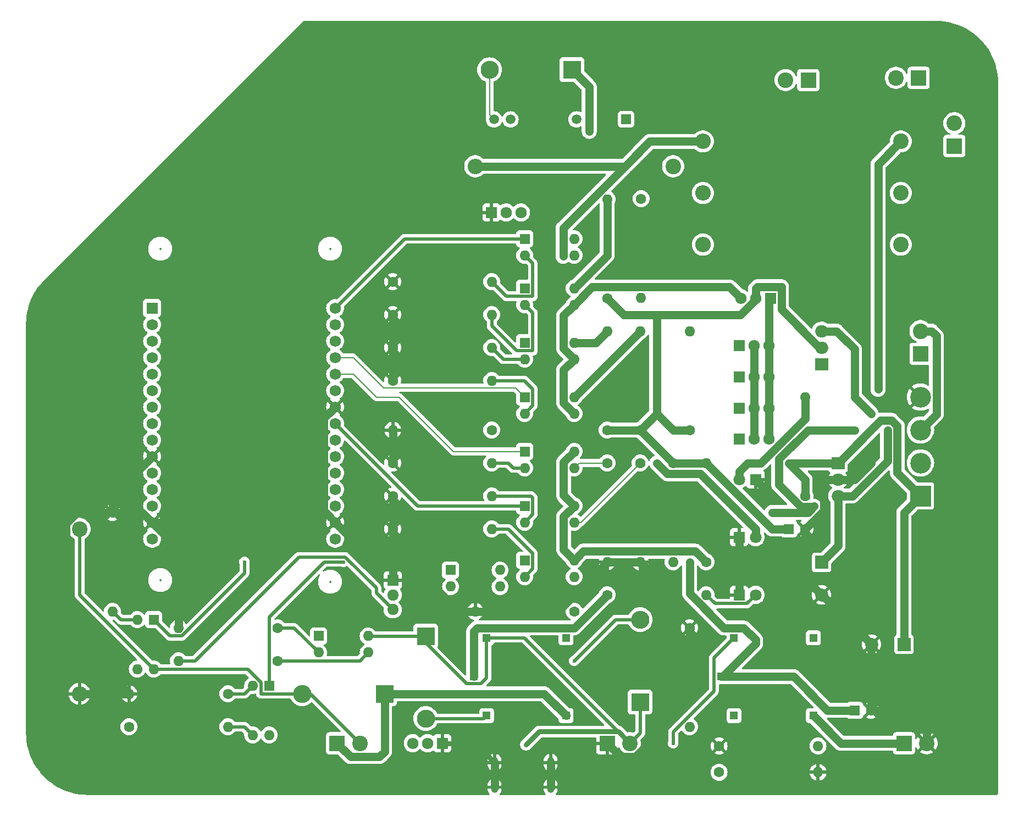
<source format=gbl>
%TF.GenerationSoftware,KiCad,Pcbnew,8.0.3*%
%TF.CreationDate,2024-06-28T23:57:55+05:30*%
%TF.ProjectId,new kicad,6e657720-6b69-4636-9164-2e6b69636164,rev?*%
%TF.SameCoordinates,Original*%
%TF.FileFunction,Copper,L2,Bot*%
%TF.FilePolarity,Positive*%
%FSLAX46Y46*%
G04 Gerber Fmt 4.6, Leading zero omitted, Abs format (unit mm)*
G04 Created by KiCad (PCBNEW 8.0.3) date 2024-06-28 23:57:55*
%MOMM*%
%LPD*%
G01*
G04 APERTURE LIST*
%TA.AperFunction,ComponentPad*%
%ADD10R,1.710000X1.800000*%
%TD*%
%TA.AperFunction,ComponentPad*%
%ADD11O,1.710000X1.800000*%
%TD*%
%TA.AperFunction,ComponentPad*%
%ADD12R,1.508000X1.508000*%
%TD*%
%TA.AperFunction,ComponentPad*%
%ADD13C,1.508000*%
%TD*%
%TA.AperFunction,ComponentPad*%
%ADD14R,2.400000X2.400000*%
%TD*%
%TA.AperFunction,ComponentPad*%
%ADD15C,2.400000*%
%TD*%
%TA.AperFunction,ComponentPad*%
%ADD16R,2.800000X2.800000*%
%TD*%
%TA.AperFunction,ComponentPad*%
%ADD17O,2.800000X2.800000*%
%TD*%
%TA.AperFunction,ComponentPad*%
%ADD18O,1.600000X1.600000*%
%TD*%
%TA.AperFunction,ComponentPad*%
%ADD19C,1.600000*%
%TD*%
%TA.AperFunction,ComponentPad*%
%ADD20R,1.600000X1.600000*%
%TD*%
%TA.AperFunction,ComponentPad*%
%ADD21C,3.200000*%
%TD*%
%TA.AperFunction,ComponentPad*%
%ADD22R,3.200000X3.200000*%
%TD*%
%TA.AperFunction,ComponentPad*%
%ADD23O,2.400000X2.400000*%
%TD*%
%TA.AperFunction,ComponentPad*%
%ADD24R,1.308000X1.308000*%
%TD*%
%TA.AperFunction,ComponentPad*%
%ADD25C,1.800000*%
%TD*%
%TA.AperFunction,ComponentPad*%
%ADD26R,1.800000X1.800000*%
%TD*%
%TA.AperFunction,ComponentPad*%
%ADD27R,2.000000X2.000000*%
%TD*%
%TA.AperFunction,ComponentPad*%
%ADD28C,2.000000*%
%TD*%
%TA.AperFunction,ComponentPad*%
%ADD29O,1.800000X1.710000*%
%TD*%
%TA.AperFunction,ComponentPad*%
%ADD30R,1.800000X1.710000*%
%TD*%
%TA.AperFunction,ComponentPad*%
%ADD31R,2.000000X1.905000*%
%TD*%
%TA.AperFunction,ComponentPad*%
%ADD32O,2.000000X1.905000*%
%TD*%
%TA.AperFunction,ComponentPad*%
%ADD33C,1.752600*%
%TD*%
%TA.AperFunction,ComponentPad*%
%ADD34R,1.752600X1.752600*%
%TD*%
%TA.AperFunction,ComponentPad*%
%ADD35O,1.100000X1.700000*%
%TD*%
%TA.AperFunction,ViaPad*%
%ADD36C,0.600000*%
%TD*%
%TA.AperFunction,Conductor*%
%ADD37C,1.300000*%
%TD*%
%TA.AperFunction,Conductor*%
%ADD38C,0.200000*%
%TD*%
%TA.AperFunction,Conductor*%
%ADD39C,0.500000*%
%TD*%
%TA.AperFunction,Conductor*%
%ADD40C,0.800000*%
%TD*%
%ADD41C,0.300000*%
%ADD42C,0.350000*%
%ADD43O,0.600000X1.200000*%
G04 APERTURE END LIST*
D10*
%TO.P,Q8,1,E*%
%TO.N,GND*%
X142190000Y-63000000D03*
D11*
%TO.P,Q8,2,C*%
%TO.N,/RELAY_AC*%
X144470000Y-63000000D03*
%TO.P,Q8,3,B*%
%TO.N,Net-(Q8-B)*%
X146750000Y-63000000D03*
%TD*%
D12*
%TO.P,K1,1*%
%TO.N,/AC+*%
X162910000Y-48650000D03*
D13*
%TO.P,K1,2*%
%TO.N,/ACL+*%
X155290000Y-48650000D03*
%TO.P,K1,3*%
%TO.N,VCC*%
X145130000Y-48650000D03*
%TO.P,K1,4*%
%TO.N,/RELAY_AC*%
X142590000Y-48650000D03*
%TD*%
D14*
%TO.P,J7,1,Pin_1*%
%TO.N,/AC+*%
X208000000Y-42250000D03*
D15*
%TO.P,J7,2,Pin_2*%
%TO.N,/AC-*%
X204500000Y-42250000D03*
%TD*%
D14*
%TO.P,J2,1,Pin_1*%
%TO.N,/ACL+*%
X191000000Y-42600000D03*
D15*
%TO.P,J2,2,Pin_2*%
%TO.N,/AC-*%
X187500000Y-42600000D03*
%TD*%
D16*
%TO.P,D8,1,K*%
%TO.N,VCC*%
X154600000Y-41000000D03*
D17*
%TO.P,D8,2,A*%
%TO.N,/RELAY_AC*%
X141900000Y-41000000D03*
%TD*%
D18*
%TO.P,R16,2*%
%TO.N,Net-(Q2-B)*%
X93980000Y-132080000D03*
D19*
%TO.P,R16,1*%
%TO.N,Net-(R16-Pad1)*%
X109220000Y-132080000D03*
%TD*%
D18*
%TO.P,R12,2*%
%TO.N,GND*%
X93980000Y-127000000D03*
D19*
%TO.P,R12,1*%
%TO.N,Net-(R12-Pad1)*%
X109220000Y-127000000D03*
%TD*%
D18*
%TO.P,R13,2*%
%TO.N,GND*%
X160020000Y-116840000D03*
D19*
%TO.P,R13,1*%
%TO.N,Net-(R13-Pad1)*%
X160020000Y-101600000D03*
%TD*%
D15*
%TO.P,J4,2,Pin_2*%
%TO.N,/C_SENSE*%
X121920000Y-144780000D03*
D14*
%TO.P,J4,1,Pin_1*%
%TO.N,Net-(D5-K)*%
X118420000Y-144780000D03*
%TD*%
D18*
%TO.P,R22,2*%
%TO.N,Net-(R22-Pad2)*%
X142240000Y-88900000D03*
D19*
%TO.P,R22,1*%
%TO.N,GND*%
X127000000Y-88900000D03*
%TD*%
D18*
%TO.P,U12,4*%
%TO.N,VCC*%
X123200000Y-128265000D03*
%TO.P,U12,3*%
%TO.N,Net-(R16-Pad1)*%
X123200000Y-130805000D03*
%TO.P,U12,2*%
%TO.N,Net-(R12-Pad1)*%
X115580000Y-130805000D03*
D20*
%TO.P,U12,1*%
%TO.N,/POWER_ON_OFF*%
X115580000Y-128265000D03*
%TD*%
D18*
%TO.P,R4,2*%
%TO.N,Net-(R4-Pad2)*%
X172720000Y-142240000D03*
D19*
%TO.P,R4,1*%
%TO.N,GND*%
X172720000Y-127000000D03*
%TD*%
D11*
%TO.P,Q7,3,B*%
%TO.N,Net-(Q3-E)*%
X184900000Y-97940000D03*
%TO.P,Q7,2,C*%
%TO.N,/POW_IN_CON*%
X182620000Y-97940000D03*
D10*
%TO.P,Q7,1,E*%
%TO.N,/E4_TO_R*%
X180340000Y-97940000D03*
%TD*%
D18*
%TO.P,R5,2*%
%TO.N,Net-(R5-Pad2)*%
X142240000Y-101600000D03*
D19*
%TO.P,R5,1*%
%TO.N,GND*%
X127000000Y-101600000D03*
%TD*%
D21*
%TO.P,D3,4,-*%
%TO.N,GND*%
X208280000Y-91440000D03*
%TO.P,D3,3*%
%TO.N,VAC*%
X208280000Y-96520000D03*
%TO.P,D3,2*%
%TO.N,Net-(J3-Pin_1)*%
X208280000Y-101600000D03*
D22*
%TO.P,D3,1,+*%
%TO.N,/POW_IN_CON*%
X208280000Y-106680000D03*
%TD*%
D18*
%TO.P,R17,2*%
%TO.N,/V_SENSE*%
X170180000Y-116840000D03*
D19*
%TO.P,R17,1*%
%TO.N,/V_OUT*%
X170180000Y-101600000D03*
%TD*%
D18*
%TO.P,R14,2*%
%TO.N,GND*%
X165100000Y-116840000D03*
D19*
%TO.P,R14,1*%
%TO.N,Net-(R14-Pad1)*%
X165100000Y-101600000D03*
%TD*%
D18*
%TO.P,R6,2*%
%TO.N,Net-(R6-Pad2)*%
X142240000Y-106680000D03*
D19*
%TO.P,R6,1*%
%TO.N,GND*%
X127000000Y-106680000D03*
%TD*%
D18*
%TO.P,R18,2*%
%TO.N,GND*%
X127000000Y-96520000D03*
D19*
%TO.P,R18,1*%
%TO.N,/V_SENSE*%
X142240000Y-96520000D03*
%TD*%
D18*
%TO.P,R20,2*%
%TO.N,Net-(R20-Pad2)*%
X142240000Y-78740000D03*
D19*
%TO.P,R20,1*%
%TO.N,GND*%
X127000000Y-78740000D03*
%TD*%
D11*
%TO.P,Q5,3,B*%
%TO.N,Net-(Q3-E)*%
X184900000Y-88340000D03*
%TO.P,Q5,2,C*%
%TO.N,/POW_IN_CON*%
X182620000Y-88340000D03*
D10*
%TO.P,Q5,1,E*%
%TO.N,/E2_TO_R*%
X180340000Y-88340000D03*
%TD*%
D18*
%TO.P,R9,2*%
%TO.N,Net-(D6-A)*%
X172720000Y-81280000D03*
D19*
%TO.P,R9,1*%
%TO.N,/V_OUT*%
X172720000Y-96520000D03*
%TD*%
D18*
%TO.P,R25,2*%
%TO.N,Net-(D7-A)*%
X175260000Y-121920000D03*
D19*
%TO.P,R25,1*%
%TO.N,/LOAD+*%
X160020000Y-121920000D03*
%TD*%
D23*
%TO.P,R26,2*%
%TO.N,/LOAD+*%
X174770000Y-60000000D03*
D15*
%TO.P,R26,1*%
%TO.N,/E3_TO_R*%
X205250000Y-60000000D03*
%TD*%
D18*
%TO.P,U14,4*%
%TO.N,/150_R*%
X154940000Y-74674000D03*
%TO.P,U14,3*%
%TO.N,/CURRENT_CONTROL*%
X154940000Y-77214000D03*
%TO.P,U14,2*%
%TO.N,Net-(R20-Pad2)*%
X147320000Y-77214000D03*
D20*
%TO.P,U14,1*%
%TO.N,/D1*%
X147320000Y-74674000D03*
%TD*%
D18*
%TO.P,R11,2*%
%TO.N,/V_OUT*%
X175260000Y-101600000D03*
D19*
%TO.P,R11,1*%
%TO.N,/V_CONTROL*%
X175260000Y-116840000D03*
%TD*%
D18*
%TO.P,R30,2*%
%TO.N,/5k_R*%
X165100000Y-81280000D03*
D19*
%TO.P,R30,1*%
%TO.N,/V_OUT*%
X165100000Y-96520000D03*
%TD*%
D18*
%TO.P,R21,2*%
%TO.N,Net-(R21-Pad2)*%
X142240000Y-83820000D03*
D19*
%TO.P,R21,1*%
%TO.N,GND*%
X127000000Y-83820000D03*
%TD*%
D18*
%TO.P,U15,4*%
%TO.N,/3k_R*%
X154940000Y-83057000D03*
%TO.P,U15,3*%
%TO.N,/CURRENT_CONTROL*%
X154940000Y-85597000D03*
%TO.P,U15,2*%
%TO.N,Net-(R21-Pad2)*%
X147320000Y-85597000D03*
D20*
%TO.P,U15,1*%
%TO.N,/D2*%
X147320000Y-83057000D03*
%TD*%
D18*
%TO.P,U11,4*%
%TO.N,/V_CONTROL*%
X154940000Y-116589000D03*
%TO.P,U11,3*%
%TO.N,Net-(R15-Pad1)*%
X154940000Y-119129000D03*
%TO.P,U11,2*%
%TO.N,Net-(R7-Pad2)*%
X147320000Y-119129000D03*
D20*
%TO.P,U11,1*%
%TO.N,/D6*%
X147320000Y-116589000D03*
%TD*%
D18*
%TO.P,U13,4*%
%TO.N,VCC*%
X154940000Y-67054000D03*
%TO.P,U13,3*%
%TO.N,Net-(R28-Pad2)*%
X154940000Y-69594000D03*
%TO.P,U13,2*%
%TO.N,Net-(R19-Pad2)*%
X147320000Y-69594000D03*
D20*
%TO.P,U13,1*%
%TO.N,/D0*%
X147320000Y-67054000D03*
%TD*%
D18*
%TO.P,R1,2*%
%TO.N,Net-(D4-A)*%
X190500000Y-91440000D03*
D19*
%TO.P,R1,1*%
%TO.N,/POW_IN_CON*%
X190500000Y-106680000D03*
%TD*%
D18*
%TO.P,R32,2*%
%TO.N,Net-(J6-CC1)*%
X192500000Y-145200000D03*
D19*
%TO.P,R32,1*%
%TO.N,GND*%
X177260000Y-145200000D03*
%TD*%
D18*
%TO.P,R2,2*%
%TO.N,Net-(R2-Pad2)*%
X83820000Y-124460000D03*
D19*
%TO.P,R2,1*%
%TO.N,GND*%
X83820000Y-109220000D03*
%TD*%
D20*
%TO.P,C3,1*%
%TO.N,/V_OUT*%
X188000000Y-111760000D03*
D19*
%TO.P,C3,2*%
%TO.N,GND*%
X190500000Y-111760000D03*
%TD*%
D11*
%TO.P,Q6,3,B*%
%TO.N,Net-(Q3-E)*%
X184900000Y-93140000D03*
%TO.P,Q6,2,C*%
%TO.N,/POW_IN_CON*%
X182620000Y-93140000D03*
D10*
%TO.P,Q6,1,E*%
%TO.N,/E3_TO_R*%
X180340000Y-93140000D03*
%TD*%
D18*
%TO.P,U16,4*%
%TO.N,/5k_R*%
X154940000Y-91440000D03*
%TO.P,U16,3*%
%TO.N,/CURRENT_CONTROL*%
X154940000Y-93980000D03*
%TO.P,U16,2*%
%TO.N,Net-(R22-Pad2)*%
X147320000Y-93980000D03*
D20*
%TO.P,U16,1*%
%TO.N,/D3*%
X147320000Y-91440000D03*
%TD*%
D18*
%TO.P,R15,2*%
%TO.N,GND*%
X139700000Y-124460000D03*
D19*
%TO.P,R15,1*%
%TO.N,Net-(R15-Pad1)*%
X154940000Y-124460000D03*
%TD*%
D24*
%TO.P,U3,P$5*%
%TO.N,unconnected-(U3-PadP$5)*%
X191763250Y-128526750D03*
%TO.P,U3,P$4*%
%TO.N,Net-(J5-Pin_1)*%
X191763250Y-140526750D03*
%TO.P,U3,P$3*%
%TO.N,/RELAY1_IN*%
X179563250Y-140526750D03*
%TO.P,U3,P$2*%
%TO.N,/LOAD+*%
X177563250Y-134526750D03*
%TO.P,U3,P$1*%
%TO.N,VCC*%
X179563250Y-128526750D03*
%TD*%
D25*
%TO.P,D7,2,A*%
%TO.N,Net-(D7-A)*%
X182880000Y-121920000D03*
D26*
%TO.P,D7,1,K*%
%TO.N,GND*%
X180340000Y-121920000D03*
%TD*%
D11*
%TO.P,Q4,3,B*%
%TO.N,Net-(Q3-E)*%
X184900000Y-83540000D03*
%TO.P,Q4,2,C*%
%TO.N,/POW_IN_CON*%
X182620000Y-83540000D03*
D10*
%TO.P,Q4,1,E*%
%TO.N,/E1_TO_R*%
X180340000Y-83540000D03*
%TD*%
D18*
%TO.P,U7,4*%
%TO.N,VCC*%
X107955000Y-143520000D03*
%TO.P,U7,3*%
%TO.N,Net-(R10-Pad2)*%
X105415000Y-143520000D03*
%TO.P,U7,2*%
%TO.N,Net-(R8-Pad1)*%
X105415000Y-135900000D03*
D20*
%TO.P,U7,1*%
%TO.N,/PSHARE_ON_OFF*%
X107955000Y-135900000D03*
%TD*%
D18*
%TO.P,R28,2*%
%TO.N,Net-(R28-Pad2)*%
X165250000Y-76120000D03*
D19*
%TO.P,R28,1*%
%TO.N,Net-(Q8-B)*%
X165250000Y-60880000D03*
%TD*%
D17*
%TO.P,D1,2,A*%
%TO.N,/RELAY_IN*%
X132080000Y-140970000D03*
D16*
%TO.P,D1,1,K*%
%TO.N,VCC*%
X132080000Y-128270000D03*
%TD*%
D11*
%TO.P,Q3,3,B*%
%TO.N,/CURRENT_CONTROL*%
X180600000Y-76200000D03*
%TO.P,Q3,2,C*%
%TO.N,/V_OUT*%
X182880000Y-76200000D03*
D10*
%TO.P,Q3,1,E*%
%TO.N,Net-(Q3-E)*%
X185160000Y-76200000D03*
%TD*%
D27*
%TO.P,C2,1*%
%TO.N,/POW_REG_CON*%
X193040000Y-116920000D03*
D28*
%TO.P,C2,2*%
%TO.N,GND*%
X193040000Y-121920000D03*
%TD*%
D27*
%TO.P,C1,1*%
%TO.N,/POW_IN_CON*%
X205740000Y-129540000D03*
D28*
%TO.P,C1,2*%
%TO.N,GND*%
X200740000Y-129540000D03*
%TD*%
D15*
%TO.P,J3,2,Pin_2*%
%TO.N,VAC*%
X208280000Y-81280000D03*
D14*
%TO.P,J3,1,Pin_1*%
%TO.N,Net-(J3-Pin_1)*%
X208280000Y-84780000D03*
%TD*%
D11*
%TO.P,Q1,3,B*%
%TO.N,Net-(Q1-B)*%
X130060000Y-144780000D03*
%TO.P,Q1,2,C*%
%TO.N,/RELAY1_IN*%
X132340000Y-144780000D03*
D10*
%TO.P,Q1,1,E*%
%TO.N,GND*%
X134620000Y-144780000D03*
%TD*%
D29*
%TO.P,Q2,3,B*%
%TO.N,Net-(Q2-B)*%
X127000000Y-124200000D03*
%TO.P,Q2,2,C*%
%TO.N,/RELAY_IN*%
X127000000Y-121920000D03*
D30*
%TO.P,Q2,1,E*%
%TO.N,GND*%
X127000000Y-119640000D03*
%TD*%
D18*
%TO.P,R19,2*%
%TO.N,Net-(R19-Pad2)*%
X142240000Y-73660000D03*
D19*
%TO.P,R19,1*%
%TO.N,GND*%
X127000000Y-73660000D03*
%TD*%
D18*
%TO.P,R10,2*%
%TO.N,Net-(R10-Pad2)*%
X101600000Y-142240000D03*
D19*
%TO.P,R10,1*%
%TO.N,Net-(Q1-B)*%
X86360000Y-142240000D03*
%TD*%
D20*
%TO.P,C4,1*%
%TO.N,/LOAD+*%
X198160000Y-139700000D03*
D19*
%TO.P,C4,2*%
%TO.N,GND*%
X200660000Y-139700000D03*
%TD*%
D18*
%TO.P,R8,2*%
%TO.N,GND*%
X86360000Y-137160000D03*
D19*
%TO.P,R8,1*%
%TO.N,Net-(R8-Pad1)*%
X101600000Y-137160000D03*
%TD*%
D15*
%TO.P,J5,2,Pin_2*%
%TO.N,GND*%
X209240000Y-144780000D03*
D14*
%TO.P,J5,1,Pin_1*%
%TO.N,Net-(J5-Pin_1)*%
X205740000Y-144780000D03*
%TD*%
D18*
%TO.P,U10,4*%
%TO.N,/V_CONTROL*%
X154940000Y-108206000D03*
%TO.P,U10,3*%
%TO.N,Net-(R14-Pad1)*%
X154940000Y-110746000D03*
%TO.P,U10,2*%
%TO.N,Net-(R6-Pad2)*%
X147320000Y-110746000D03*
D20*
%TO.P,U10,1*%
%TO.N,/D5*%
X147320000Y-108206000D03*
%TD*%
D16*
%TO.P,D2,1,K*%
%TO.N,VCC*%
X165100000Y-138430000D03*
D17*
%TO.P,D2,2,A*%
%TO.N,/RELAY1_IN*%
X165100000Y-125730000D03*
%TD*%
D20*
%TO.P,U9,1*%
%TO.N,/D4*%
X147320000Y-99823000D03*
D18*
%TO.P,U9,2*%
%TO.N,Net-(R5-Pad2)*%
X147320000Y-102363000D03*
%TO.P,U9,3*%
%TO.N,Net-(R13-Pad1)*%
X154940000Y-102363000D03*
%TO.P,U9,4*%
%TO.N,/V_CONTROL*%
X154940000Y-99823000D03*
%TD*%
D31*
%TO.P,U8,1,ADJ*%
%TO.N,/V_CONTROL*%
X193040000Y-86360000D03*
D32*
%TO.P,U8,2,VO*%
%TO.N,/V_OUT*%
X193040000Y-83820000D03*
%TO.P,U8,3,VI*%
%TO.N,/POW_REG_CON*%
X193040000Y-81280000D03*
%TD*%
D20*
%TO.P,U6,1*%
%TO.N,/D8*%
X135900000Y-118105000D03*
D18*
%TO.P,U6,2*%
%TO.N,Net-(R4-Pad2)*%
X135900000Y-120645000D03*
%TO.P,U6,3*%
%TO.N,/A0*%
X143520000Y-120645000D03*
%TO.P,U6,4*%
%TO.N,/V_SENSE*%
X143520000Y-118105000D03*
%TD*%
D31*
%TO.P,U5,1,VI*%
%TO.N,/POW_IN_CON*%
X195580000Y-101600000D03*
D32*
%TO.P,U5,2,GND*%
%TO.N,GND*%
X195580000Y-104140000D03*
%TO.P,U5,3,VO*%
%TO.N,/POW_REG_CON*%
X195580000Y-106680000D03*
%TD*%
D20*
%TO.P,U4,1*%
%TO.N,/D7*%
X90175000Y-125740000D03*
D18*
%TO.P,U4,2*%
%TO.N,Net-(R2-Pad2)*%
X87635000Y-125740000D03*
%TO.P,U4,3*%
%TO.N,/A0*%
X87635000Y-133360000D03*
%TO.P,U4,4*%
%TO.N,/C_SENSE*%
X90175000Y-133360000D03*
%TD*%
D24*
%TO.P,U2,P$1*%
%TO.N,VCC*%
X141463250Y-128526750D03*
%TO.P,U2,P$2*%
%TO.N,/LOAD+*%
X139463250Y-134526750D03*
%TO.P,U2,P$3*%
%TO.N,/RELAY_IN*%
X141463250Y-140526750D03*
%TO.P,U2,P$4*%
%TO.N,Net-(D5-K)*%
X153663250Y-140526750D03*
%TO.P,U2,P$5*%
%TO.N,unconnected-(U2-PadP$5)*%
X153663250Y-128526750D03*
%TD*%
D33*
%TO.P,U1,30,D0*%
%TO.N,/D0*%
X118110000Y-77724000D03*
%TO.P,U1,29,D1*%
%TO.N,/D1*%
X118110000Y-80264000D03*
%TO.P,U1,28,D2*%
%TO.N,/D2*%
X118110000Y-82804000D03*
%TO.P,U1,27,D3*%
%TO.N,/D3*%
X118110000Y-85344000D03*
%TO.P,U1,26,D4*%
%TO.N,/D4*%
X118110000Y-87884000D03*
%TO.P,U1,25,3V3*%
%TO.N,unconnected-(U1-3V3-Pad11)*%
X118110000Y-90424000D03*
%TO.P,U1,24,GND*%
%TO.N,GND*%
X118110000Y-92964000D03*
%TO.P,U1,23,D5*%
%TO.N,/D5*%
X118110000Y-95504000D03*
%TO.P,U1,22,D6*%
%TO.N,/D6*%
X118110000Y-98044000D03*
%TO.P,U1,21,D7*%
%TO.N,/D7*%
X118110000Y-100584000D03*
%TO.P,U1,20,D8*%
%TO.N,/D8*%
X118110000Y-103124000D03*
%TO.P,U1,19,RX*%
%TO.N,/POWER_ON_OFF*%
X118110000Y-105664000D03*
%TO.P,U1,18,TX*%
%TO.N,/PSHARE_ON_OFF*%
X118110000Y-108204000D03*
%TO.P,U1,17,GND*%
%TO.N,GND*%
X118110000Y-110744000D03*
%TO.P,U1,16,3V3*%
%TO.N,unconnected-(U1-3V3-Pad11)_0*%
X118110000Y-113284000D03*
%TO.P,U1,15,VIN*%
%TO.N,VCC*%
X89916000Y-113284000D03*
%TO.P,U1,14,GND*%
%TO.N,GND*%
X89916000Y-110744000D03*
%TO.P,U1,13,RST*%
%TO.N,unconnected-(U1-RST-Pad13)*%
X89916000Y-108204000D03*
%TO.P,U1,12,EN*%
%TO.N,unconnected-(U1-EN-Pad12)*%
X89916000Y-105664000D03*
%TO.P,U1,11,3V3*%
%TO.N,unconnected-(U1-3V3-Pad11)_1*%
X89916000Y-103124000D03*
%TO.P,U1,10,GND*%
%TO.N,GND*%
X89916000Y-100584000D03*
%TO.P,U1,9,CLK*%
%TO.N,unconnected-(U1-CLK-Pad9)*%
X89916000Y-98044000D03*
%TO.P,U1,8,SD0*%
%TO.N,unconnected-(U1-SD0-Pad8)*%
X89916000Y-95504000D03*
%TO.P,U1,7,CMD*%
%TO.N,unconnected-(U1-CMD-Pad7)*%
X89916000Y-92964000D03*
%TO.P,U1,6,SD1*%
%TO.N,unconnected-(U1-SD1-Pad6)*%
X89916000Y-90424000D03*
%TO.P,U1,5,SD2*%
%TO.N,unconnected-(U1-SD2-Pad5)*%
X89916000Y-87884000D03*
%TO.P,U1,4,SD3*%
%TO.N,unconnected-(U1-SD3-Pad4)*%
X89916000Y-85344000D03*
%TO.P,U1,3,RSV2*%
%TO.N,unconnected-(U1-RSV2-Pad3)*%
X89916000Y-82804000D03*
%TO.P,U1,2,RSV1*%
%TO.N,unconnected-(U1-RSV1-Pad2)*%
X89916000Y-80264000D03*
D34*
%TO.P,U1,1,A0*%
%TO.N,/A0*%
X89916000Y-77724000D03*
%TD*%
D18*
%TO.P,R33,2*%
%TO.N,GND*%
X192500000Y-149250000D03*
D19*
%TO.P,R33,1*%
%TO.N,Net-(J6-CC2)*%
X177260000Y-149250000D03*
%TD*%
D15*
%TO.P,R31,1*%
%TO.N,/E4_TO_R*%
X205250000Y-52050000D03*
D23*
%TO.P,R31,2*%
%TO.N,/LOAD+*%
X174770000Y-52050000D03*
%TD*%
D19*
%TO.P,R29,1*%
%TO.N,/V_OUT*%
X160020000Y-96520000D03*
D18*
%TO.P,R29,2*%
%TO.N,/3k_R*%
X160020000Y-81280000D03*
%TD*%
D19*
%TO.P,R27,1*%
%TO.N,/V_OUT*%
X160020000Y-76200000D03*
D18*
%TO.P,R27,2*%
%TO.N,/150_R*%
X160020000Y-60960000D03*
%TD*%
D15*
%TO.P,R24,1*%
%TO.N,/E2_TO_R*%
X205250000Y-67950000D03*
D23*
%TO.P,R24,2*%
%TO.N,/LOAD+*%
X174770000Y-67950000D03*
%TD*%
D15*
%TO.P,R23,1*%
%TO.N,/E1_TO_R*%
X170180000Y-55880000D03*
D23*
%TO.P,R23,2*%
%TO.N,/LOAD+*%
X139700000Y-55880000D03*
%TD*%
D19*
%TO.P,R7,1*%
%TO.N,GND*%
X127000000Y-111760000D03*
D18*
%TO.P,R7,2*%
%TO.N,Net-(R7-Pad2)*%
X142240000Y-111760000D03*
%TD*%
D15*
%TO.P,R3,1*%
%TO.N,/C_SENSE*%
X78740000Y-111760000D03*
D23*
%TO.P,R3,2*%
%TO.N,GND*%
X78740000Y-137160000D03*
%TD*%
D35*
%TO.P,J6,S1,SHIELD*%
%TO.N,GND*%
X151320000Y-151550000D03*
X151320000Y-147750000D03*
X142680000Y-151550000D03*
X142680000Y-147750000D03*
%TD*%
D14*
%TO.P,J1,1,Pin_1*%
%TO.N,GND*%
X160020000Y-144780000D03*
D15*
%TO.P,J1,2,Pin_2*%
%TO.N,VCC*%
X163520000Y-144780000D03*
%TD*%
D26*
%TO.P,D6,1,K*%
%TO.N,GND*%
X180340000Y-113030000D03*
D25*
%TO.P,D6,2,A*%
%TO.N,Net-(D6-A)*%
X182880000Y-113030000D03*
%TD*%
D16*
%TO.P,D5,1,K*%
%TO.N,Net-(D5-K)*%
X125730000Y-137160000D03*
D17*
%TO.P,D5,2,A*%
%TO.N,/C_SENSE*%
X113030000Y-137160000D03*
%TD*%
D26*
%TO.P,D4,1,K*%
%TO.N,GND*%
X182880000Y-104140000D03*
D25*
%TO.P,D4,2,A*%
%TO.N,Net-(D4-A)*%
X180340000Y-104140000D03*
%TD*%
D14*
%TO.P,J8,1,Pin_1*%
%TO.N,/AC+*%
X213500000Y-52750000D03*
D15*
%TO.P,J8,2,Pin_2*%
%TO.N,/AC-*%
X213500000Y-49250000D03*
%TD*%
D36*
%TO.N,GND*%
X125875000Y-38750000D03*
X129250000Y-38750000D03*
X129250000Y-41000000D03*
X124187500Y-38750000D03*
X122500000Y-38750000D03*
X122500000Y-41000000D03*
X125875000Y-41000000D03*
X124187500Y-41000000D03*
X127562500Y-41000000D03*
X127562500Y-38750000D03*
X120125000Y-57000000D03*
X123500000Y-57000000D03*
X118437500Y-57000000D03*
X116750000Y-57000000D03*
X121812500Y-57000000D03*
X123500000Y-54750000D03*
X121812500Y-54750000D03*
X120125000Y-54750000D03*
X118437500Y-54750000D03*
X116750000Y-54750000D03*
%TO.N,/LOAD+*%
X153250000Y-69750000D03*
%TO.N,VCC*%
X157250000Y-50750000D03*
%TO.N,GND*%
X107750000Y-68250000D03*
X200660000Y-101600000D03*
X109937500Y-72500000D03*
X172720000Y-124460000D03*
X107625000Y-72500000D03*
X110000000Y-68250000D03*
X105250000Y-72500000D03*
X103000000Y-72500000D03*
X105250000Y-68250000D03*
X112250000Y-72500000D03*
X185420000Y-106680000D03*
X167640000Y-119380000D03*
X112250000Y-68250000D03*
X103062500Y-68250000D03*
%TO.N,/POW_IN_CON*%
X187960000Y-101600000D03*
%TO.N,/POW_REG_CON*%
X203200000Y-96520000D03*
X200660000Y-93980000D03*
%TO.N,VCC*%
X170180000Y-144780000D03*
%TO.N,/LOAD+*%
X172720000Y-116840000D03*
%TO.N,/RELAY1_IN*%
X154940000Y-132080000D03*
%TO.N,/E4_TO_R*%
X185420000Y-109220000D03*
X198120000Y-96520000D03*
X201750000Y-90250000D03*
%TO.N,Net-(D6-A)*%
X167640000Y-101600000D03*
%TO.N,/D7*%
X104140000Y-116840000D03*
%TO.N,/PSHARE_ON_OFF*%
X119380000Y-116840000D03*
%TO.N,VCC*%
X147500000Y-145000000D03*
%TD*%
D37*
%TO.N,/V_OUT*%
X162560000Y-78740000D02*
X167640000Y-78740000D01*
X160020000Y-76200000D02*
X162560000Y-78740000D01*
%TO.N,/CURRENT_CONTROL*%
X178870000Y-74470000D02*
X180600000Y-76200000D01*
X154940000Y-77214000D02*
X157684000Y-74470000D01*
X157684000Y-74470000D02*
X178870000Y-74470000D01*
%TO.N,/LOAD+*%
X153250000Y-69750000D02*
X153250000Y-65396547D01*
X162766547Y-55880000D02*
X153250000Y-65396547D01*
%TO.N,VCC*%
X157250000Y-43650000D02*
X157250000Y-50500000D01*
X154600000Y-41000000D02*
X157250000Y-43650000D01*
D38*
%TO.N,/RELAY_AC*%
X141900000Y-47960000D02*
X142590000Y-48650000D01*
X141900000Y-41000000D02*
X141900000Y-47960000D01*
D37*
%TO.N,/150_R*%
X154940000Y-74674000D02*
X160020000Y-69594000D01*
X160020000Y-69594000D02*
X160020000Y-60960000D01*
D39*
%TO.N,VCC*%
X147266750Y-128526750D02*
X163520000Y-144780000D01*
X141463250Y-128526750D02*
X147266750Y-128526750D01*
D40*
X161720000Y-142980000D02*
X163520000Y-144780000D01*
X149520000Y-142980000D02*
X161720000Y-142980000D01*
X147500000Y-145000000D02*
X149520000Y-142980000D01*
D37*
%TO.N,GND*%
X151320000Y-151550000D02*
X151320000Y-147750000D01*
D40*
X139710000Y-144780000D02*
X134620000Y-144780000D01*
X142680000Y-147750000D02*
X139710000Y-144780000D01*
D37*
X185420000Y-106680000D02*
X182880000Y-104140000D01*
X160020000Y-144780000D02*
X162070000Y-146830000D01*
X165100000Y-116840000D02*
X160020000Y-116840000D01*
X116383700Y-108919057D02*
X116383700Y-108763700D01*
X209240000Y-144780000D02*
X209240000Y-143082944D01*
X193375000Y-108885000D02*
X193375000Y-104140000D01*
X200660000Y-139700000D02*
X200660000Y-129620000D01*
X193120000Y-121920000D02*
X200740000Y-129540000D01*
X198120000Y-104140000D02*
X200660000Y-101600000D01*
X117394943Y-109930300D02*
X116383700Y-108919057D01*
X114403400Y-110744000D02*
X116383700Y-108763700D01*
X205857056Y-139700000D02*
X200660000Y-139700000D01*
X116383700Y-94690300D02*
X118110000Y-92964000D01*
X190500000Y-111760000D02*
X193375000Y-108885000D01*
X93980000Y-114808000D02*
X89916000Y-110744000D01*
X142680000Y-151550000D02*
X142680000Y-147750000D01*
X76690000Y-127490000D02*
X76690000Y-110910862D01*
X93980000Y-127000000D02*
X93980000Y-114808000D01*
X190500000Y-116840000D02*
X190500000Y-119380000D01*
X200660000Y-129620000D02*
X200740000Y-129540000D01*
X127000000Y-114300000D02*
X121666000Y-114300000D01*
X78740000Y-137160000D02*
X86360000Y-137160000D01*
X127000000Y-83820000D02*
X127000000Y-88900000D01*
X127000000Y-111760000D02*
X127000000Y-106680000D01*
X172720000Y-124460000D02*
X165100000Y-116840000D01*
X162070000Y-146830000D02*
X164369138Y-146830000D01*
X209240000Y-143082944D02*
X205857056Y-139700000D01*
X127000000Y-111760000D02*
X127000000Y-114300000D01*
X127000000Y-96520000D02*
X127000000Y-101600000D01*
X137160000Y-124460000D02*
X127000000Y-114300000D01*
X193375000Y-104140000D02*
X195580000Y-104140000D01*
X83820000Y-106680000D02*
X83820000Y-109220000D01*
X78380862Y-109220000D02*
X83820000Y-109220000D01*
X76690000Y-110910862D02*
X78380862Y-109220000D01*
X190500000Y-119380000D02*
X193040000Y-121920000D01*
X116383700Y-108763700D02*
X116383700Y-94690300D01*
X172720000Y-138479138D02*
X172720000Y-127000000D01*
X152400000Y-124460000D02*
X160020000Y-116840000D01*
X127000000Y-119640000D02*
X127000000Y-114300000D01*
X139700000Y-124460000D02*
X137160000Y-124460000D01*
X86360000Y-137160000D02*
X76690000Y-127490000D01*
X121666000Y-114300000D02*
X118110000Y-110744000D01*
X127000000Y-78740000D02*
X127000000Y-83820000D01*
X195580000Y-104140000D02*
X198120000Y-104140000D01*
X164369138Y-146830000D02*
X172720000Y-138479138D01*
X88392000Y-109220000D02*
X89916000Y-110744000D01*
X89916000Y-100584000D02*
X83820000Y-106680000D01*
X193040000Y-121920000D02*
X193120000Y-121920000D01*
X89916000Y-110744000D02*
X114403400Y-110744000D01*
X139700000Y-124460000D02*
X152400000Y-124460000D01*
X180340000Y-121920000D02*
X180340000Y-113030000D01*
X83820000Y-109220000D02*
X88392000Y-109220000D01*
X190500000Y-111760000D02*
X190500000Y-116840000D01*
%TO.N,/POW_IN_CON*%
X195580000Y-101600000D02*
X202160000Y-95020000D01*
X203821320Y-95020000D02*
X204700000Y-95898680D01*
X205740000Y-109220000D02*
X208280000Y-106680000D01*
X202160000Y-95020000D02*
X203821320Y-95020000D01*
X182620000Y-88340000D02*
X182620000Y-93140000D01*
X205740000Y-129540000D02*
X205740000Y-109220000D01*
X190500000Y-104140000D02*
X187960000Y-101600000D01*
X204700000Y-103100000D02*
X208280000Y-106680000D01*
X182620000Y-97940000D02*
X182620000Y-93140000D01*
X187960000Y-101600000D02*
X195580000Y-101600000D01*
X182620000Y-83540000D02*
X182620000Y-88340000D01*
X190500000Y-106680000D02*
X190500000Y-104140000D01*
X204700000Y-95898680D02*
X204700000Y-103100000D01*
%TO.N,/POW_REG_CON*%
X195340000Y-81280000D02*
X193040000Y-81280000D01*
X200660000Y-93980000D02*
X198120000Y-91440000D01*
X195580000Y-106680000D02*
X197785000Y-106680000D01*
X197785000Y-106680000D02*
X203200000Y-101265000D01*
X198120000Y-84060000D02*
X195340000Y-81280000D01*
X203200000Y-101265000D02*
X203200000Y-96520000D01*
X195580000Y-106680000D02*
X195580000Y-114380000D01*
X195580000Y-114380000D02*
X193040000Y-116920000D01*
X198120000Y-91440000D02*
X198120000Y-84060000D01*
%TO.N,VAC*%
X210730000Y-94070000D02*
X208280000Y-96520000D01*
X210730000Y-82032944D02*
X210730000Y-94070000D01*
X209977056Y-81280000D02*
X210730000Y-82032944D01*
X208280000Y-81280000D02*
X209977056Y-81280000D01*
D39*
%TO.N,/RELAY_IN*%
X132080000Y-140970000D02*
X141020000Y-140970000D01*
X141020000Y-140970000D02*
X141463250Y-140526750D01*
%TO.N,VCC*%
X141463250Y-134734750D02*
X140567250Y-135630750D01*
X138359250Y-135630750D02*
X132080000Y-129351500D01*
X165100000Y-138430000D02*
X165100000Y-143200000D01*
X170180000Y-143012233D02*
X176459250Y-136732983D01*
X132080000Y-128270000D02*
X123205000Y-128270000D01*
X176459250Y-131630750D02*
X179563250Y-128526750D01*
X132080000Y-129351500D02*
X132080000Y-128270000D01*
X141463250Y-128526750D02*
X141463250Y-134734750D01*
X170180000Y-144780000D02*
X170180000Y-143012233D01*
X123205000Y-128270000D02*
X123200000Y-128265000D01*
X140567250Y-135630750D02*
X138359250Y-135630750D01*
X165100000Y-143200000D02*
X163520000Y-144780000D01*
X176459250Y-136732983D02*
X176459250Y-131630750D01*
D37*
%TO.N,/V_OUT*%
X183180000Y-74450000D02*
X182880000Y-74750000D01*
X167640000Y-93980000D02*
X165100000Y-96520000D01*
X185420000Y-111760000D02*
X175260000Y-101600000D01*
X186865000Y-77950000D02*
X186865000Y-74450000D01*
X170180000Y-96520000D02*
X167640000Y-93980000D01*
X193040000Y-83820000D02*
X192735000Y-83820000D01*
X180516234Y-78740000D02*
X167640000Y-78740000D01*
X170180000Y-101600000D02*
X165100000Y-96520000D01*
X182880000Y-76376234D02*
X180516234Y-78740000D01*
X182880000Y-75000000D02*
X182880000Y-76200000D01*
X167640000Y-78740000D02*
X167640000Y-93980000D01*
X192735000Y-83820000D02*
X186865000Y-77950000D01*
X172720000Y-96520000D02*
X170180000Y-96520000D01*
X175260000Y-101600000D02*
X170180000Y-101600000D01*
X188000000Y-111760000D02*
X185420000Y-111760000D01*
X160020000Y-96520000D02*
X165100000Y-96520000D01*
X182880000Y-76200000D02*
X182880000Y-76376234D01*
X182880000Y-74750000D02*
X182880000Y-75000000D01*
X186865000Y-74450000D02*
X183180000Y-74450000D01*
%TO.N,/LOAD+*%
X178029297Y-127022750D02*
X181067250Y-127022750D01*
X166596547Y-52050000D02*
X174770000Y-52050000D01*
X182880000Y-129446750D02*
X177800000Y-134526750D01*
X139982000Y-127000000D02*
X154940000Y-127000000D01*
X139463250Y-134526750D02*
X139463250Y-127518750D01*
X198160000Y-139700000D02*
X193944500Y-139700000D01*
X177800000Y-134526750D02*
X188771250Y-134526750D01*
X181067250Y-127022750D02*
X182880000Y-128835500D01*
X162766547Y-55880000D02*
X139700000Y-55880000D01*
X172720000Y-116840000D02*
X172720000Y-121713453D01*
X182880000Y-128835500D02*
X182880000Y-129446750D01*
X154940000Y-127000000D02*
X160020000Y-121920000D01*
X162766547Y-55880000D02*
X166596547Y-52050000D01*
X139463250Y-127518750D02*
X139982000Y-127000000D01*
X177563250Y-134526750D02*
X177800000Y-134526750D01*
X188771250Y-134526750D02*
X193944500Y-139700000D01*
X172720000Y-121713453D02*
X178029297Y-127022750D01*
D39*
%TO.N,/RELAY1_IN*%
X154940000Y-132080000D02*
X161290000Y-125730000D01*
X161290000Y-125730000D02*
X165100000Y-125730000D01*
%TO.N,Net-(D7-A)*%
X175260000Y-121920000D02*
X176610000Y-123270000D01*
X181530000Y-123270000D02*
X182880000Y-121920000D01*
X176610000Y-123270000D02*
X181530000Y-123270000D01*
D37*
%TO.N,Net-(D4-A)*%
X180340000Y-104140000D02*
X180340000Y-102867208D01*
X181607208Y-101600000D02*
X183696234Y-101600000D01*
X183696234Y-101600000D02*
X190500000Y-94796234D01*
X180340000Y-102867208D02*
X181607208Y-101600000D01*
X190500000Y-94796234D02*
X190500000Y-91440000D01*
D39*
%TO.N,/C_SENSE*%
X114300000Y-137160000D02*
X113030000Y-137160000D01*
X104642767Y-133360000D02*
X106680000Y-135397233D01*
X90175000Y-133360000D02*
X78740000Y-121925000D01*
X106715000Y-137160000D02*
X113030000Y-137160000D01*
X78740000Y-121925000D02*
X78740000Y-111760000D01*
X106680000Y-137125000D02*
X106715000Y-137160000D01*
X90175000Y-133360000D02*
X104642767Y-133360000D01*
X121920000Y-144780000D02*
X114300000Y-137160000D01*
X106680000Y-135397233D02*
X106680000Y-137125000D01*
D37*
%TO.N,Net-(D5-K)*%
X118420000Y-144780000D02*
X120470000Y-146830000D01*
X125730000Y-146050000D02*
X125730000Y-137160000D01*
X153663250Y-140526750D02*
X150296500Y-137160000D01*
X120470000Y-146830000D02*
X124950000Y-146830000D01*
X150296500Y-137160000D02*
X125730000Y-137160000D01*
X124950000Y-146830000D02*
X125730000Y-146050000D01*
%TO.N,/CURRENT_CONTROL*%
X153290000Y-87247000D02*
X154940000Y-85597000D01*
X153290000Y-92330000D02*
X153290000Y-87247000D01*
X154940000Y-93980000D02*
X153290000Y-92330000D01*
X154940000Y-85597000D02*
X153290000Y-83947000D01*
X153290000Y-83947000D02*
X153290000Y-78864000D01*
X153290000Y-78864000D02*
X154940000Y-77214000D01*
%TO.N,/E4_TO_R*%
X191808680Y-108330000D02*
X189816547Y-108330000D01*
X205250000Y-52050000D02*
X201750000Y-55550000D01*
X190918680Y-109220000D02*
X191875000Y-108263680D01*
X186460000Y-104973453D02*
X186460000Y-100978680D01*
X185420000Y-109220000D02*
X190918680Y-109220000D01*
X189816547Y-108330000D02*
X186460000Y-104973453D01*
X201750000Y-55550000D02*
X201750000Y-90250000D01*
X191875000Y-108263680D02*
X191808680Y-108330000D01*
X190918680Y-96520000D02*
X198120000Y-96520000D01*
X186460000Y-100978680D02*
X190918680Y-96520000D01*
D39*
%TO.N,Net-(R2-Pad2)*%
X85100000Y-125740000D02*
X83820000Y-124460000D01*
X87635000Y-125740000D02*
X85100000Y-125740000D01*
D37*
%TO.N,Net-(D6-A)*%
X182880000Y-113030000D02*
X182880000Y-111757208D01*
X182880000Y-111757208D02*
X174372792Y-103250000D01*
X174372792Y-103250000D02*
X169290000Y-103250000D01*
X169290000Y-103250000D02*
X167640000Y-101600000D01*
D39*
%TO.N,Net-(R5-Pad2)*%
X144780000Y-101600000D02*
X145543000Y-102363000D01*
X142240000Y-101600000D02*
X144780000Y-101600000D01*
X145543000Y-102363000D02*
X147320000Y-102363000D01*
%TO.N,Net-(R6-Pad2)*%
X148570000Y-109496000D02*
X147320000Y-110746000D01*
X142240000Y-106680000D02*
X148294000Y-106680000D01*
X148570000Y-106956000D02*
X148570000Y-109496000D01*
X148294000Y-106680000D02*
X148570000Y-106956000D01*
D37*
%TO.N,/V_CONTROL*%
X173610000Y-115190000D02*
X156339000Y-115190000D01*
X175260000Y-116840000D02*
X173610000Y-115190000D01*
X154940000Y-116589000D02*
X153290000Y-114939000D01*
X153290000Y-101473000D02*
X154940000Y-99823000D01*
X153290000Y-106556000D02*
X153290000Y-101473000D01*
X156339000Y-115190000D02*
X154940000Y-116589000D01*
X153290000Y-114939000D02*
X153290000Y-109856000D01*
X154940000Y-108206000D02*
X153290000Y-106556000D01*
X153290000Y-109856000D02*
X154940000Y-108206000D01*
%TO.N,Net-(J5-Pin_1)*%
X196016500Y-144780000D02*
X205740000Y-144780000D01*
X191763250Y-140526750D02*
X196016500Y-144780000D01*
D39*
%TO.N,Net-(Q2-B)*%
X124460000Y-120859339D02*
X124460000Y-121660000D01*
X124460000Y-121660000D02*
X127000000Y-124200000D01*
X96520000Y-132080000D02*
X112510000Y-116090000D01*
X112510000Y-116090000D02*
X119690661Y-116090000D01*
X119690661Y-116090000D02*
X124460000Y-120859339D01*
X93980000Y-132080000D02*
X96520000Y-132080000D01*
D37*
%TO.N,Net-(Q3-E)*%
X184900000Y-97940000D02*
X184900000Y-93140000D01*
X184900000Y-88340000D02*
X184900000Y-83540000D01*
X184900000Y-93140000D02*
X184900000Y-88340000D01*
X184900000Y-76460000D02*
X185160000Y-76200000D01*
X184900000Y-83540000D02*
X184900000Y-76460000D01*
D39*
%TO.N,Net-(R7-Pad2)*%
X148570000Y-117879000D02*
X147320000Y-119129000D01*
X148570000Y-115550000D02*
X148570000Y-117879000D01*
X142240000Y-111760000D02*
X144780000Y-111760000D01*
X144780000Y-111760000D02*
X148570000Y-115550000D01*
%TO.N,Net-(R8-Pad1)*%
X104155000Y-137160000D02*
X105415000Y-135900000D01*
X101600000Y-137160000D02*
X104155000Y-137160000D01*
%TO.N,Net-(R10-Pad2)*%
X104135000Y-142240000D02*
X105415000Y-143520000D01*
X101600000Y-142240000D02*
X104135000Y-142240000D01*
D37*
%TO.N,/3k_R*%
X158243000Y-83057000D02*
X160020000Y-81280000D01*
X154940000Y-83057000D02*
X158243000Y-83057000D01*
%TO.N,/5k_R*%
X165100000Y-81280000D02*
X154940000Y-91440000D01*
D39*
%TO.N,/D7*%
X92685000Y-128250000D02*
X94497767Y-128250000D01*
X104140000Y-118607767D02*
X104140000Y-116840000D01*
X94497767Y-128250000D02*
X104140000Y-118607767D01*
X90175000Y-125740000D02*
X92685000Y-128250000D01*
D38*
%TO.N,/D4*%
X120904000Y-87884000D02*
X118110000Y-87884000D01*
X124460000Y-91440000D02*
X120904000Y-87884000D01*
X136367365Y-99823000D02*
X127984365Y-91440000D01*
X147320000Y-99823000D02*
X136367365Y-99823000D01*
X127984365Y-91440000D02*
X124460000Y-91440000D01*
D39*
%TO.N,/D5*%
X130812000Y-108206000D02*
X118110000Y-95504000D01*
X147320000Y-108206000D02*
X130812000Y-108206000D01*
D38*
%TO.N,/D3*%
X125560000Y-90000000D02*
X120904000Y-85344000D01*
X120904000Y-85344000D02*
X118110000Y-85344000D01*
X147320000Y-91440000D02*
X145880000Y-90000000D01*
X145880000Y-90000000D02*
X125560000Y-90000000D01*
D39*
%TO.N,/D0*%
X128780000Y-67054000D02*
X147320000Y-67054000D01*
X118110000Y-77724000D02*
X128780000Y-67054000D01*
%TO.N,/PSHARE_ON_OFF*%
X107955000Y-135900000D02*
X107955000Y-125314672D01*
X116429672Y-116840000D02*
X119380000Y-116840000D01*
X107955000Y-125314672D02*
X116429672Y-116840000D01*
%TO.N,Net-(R12-Pad1)*%
X109220000Y-127000000D02*
X111775000Y-127000000D01*
X111775000Y-127000000D02*
X115580000Y-130805000D01*
D38*
%TO.N,Net-(R13-Pad1)*%
X160020000Y-101600000D02*
X155703000Y-101600000D01*
X155703000Y-101600000D02*
X154940000Y-102363000D01*
%TO.N,Net-(R14-Pad1)*%
X155954000Y-110746000D02*
X165100000Y-101600000D01*
X154940000Y-110746000D02*
X155954000Y-110746000D01*
D39*
%TO.N,Net-(R16-Pad1)*%
X121925000Y-132080000D02*
X123200000Y-130805000D01*
X109220000Y-132080000D02*
X121925000Y-132080000D01*
%TO.N,Net-(R19-Pad2)*%
X148570000Y-75924000D02*
X144504000Y-75924000D01*
X147320000Y-69594000D02*
X148570000Y-70844000D01*
X148570000Y-70844000D02*
X148570000Y-75924000D01*
X144504000Y-75924000D02*
X142240000Y-73660000D01*
%TO.N,Net-(R20-Pad2)*%
X142240000Y-78740000D02*
X142240000Y-80477000D01*
X146070000Y-84307000D02*
X148570000Y-84307000D01*
X148570000Y-78464000D02*
X147320000Y-77214000D01*
X142240000Y-80477000D02*
X146070000Y-84307000D01*
X148570000Y-84307000D02*
X148570000Y-78464000D01*
%TO.N,Net-(R21-Pad2)*%
X144017000Y-85597000D02*
X142240000Y-83820000D01*
X147320000Y-85597000D02*
X144017000Y-85597000D01*
%TO.N,Net-(R22-Pad2)*%
X147280000Y-88900000D02*
X142240000Y-88900000D01*
X148570000Y-92730000D02*
X148570000Y-90190000D01*
X147320000Y-93980000D02*
X148570000Y-92730000D01*
X148570000Y-90190000D02*
X147280000Y-88900000D01*
%TD*%
%TA.AperFunction,Conductor*%
%TO.N,GND*%
G36*
X189911441Y-110390185D02*
G01*
X189957196Y-110442989D01*
X189967140Y-110512147D01*
X189938115Y-110575703D01*
X189896807Y-110606882D01*
X189847516Y-110629866D01*
X189847512Y-110629868D01*
X189774526Y-110680973D01*
X189774526Y-110680974D01*
X190453553Y-111360000D01*
X190447339Y-111360000D01*
X190345606Y-111387259D01*
X190254394Y-111439920D01*
X190179920Y-111514394D01*
X190127259Y-111605606D01*
X190100000Y-111707339D01*
X190100000Y-111713552D01*
X189415799Y-111029351D01*
X189366805Y-111019505D01*
X189316622Y-110970889D01*
X189301981Y-110915366D01*
X189300900Y-110915423D01*
X189300854Y-110915429D01*
X189300853Y-110915426D01*
X189300676Y-110915436D01*
X189300499Y-110912141D01*
X189300499Y-110912128D01*
X189294091Y-110852517D01*
X189275443Y-110802520D01*
X189243797Y-110717671D01*
X189243793Y-110717664D01*
X189157547Y-110602455D01*
X189154432Y-110600123D01*
X189145939Y-110593765D01*
X189104070Y-110537832D01*
X189099086Y-110468140D01*
X189132572Y-110406818D01*
X189193895Y-110373333D01*
X189220252Y-110370500D01*
X189844402Y-110370500D01*
X189911441Y-110390185D01*
G37*
%TD.AperFunction*%
%TA.AperFunction,Conductor*%
G36*
X185228834Y-101796966D02*
G01*
X185284767Y-101838838D01*
X185309184Y-101904302D01*
X185309500Y-101913148D01*
X185309500Y-104878491D01*
X185309499Y-104878506D01*
X185309499Y-104882907D01*
X185309499Y-105063999D01*
X185322706Y-105147379D01*
X185332024Y-105206212D01*
X185337829Y-105242863D01*
X185393787Y-105415089D01*
X185393788Y-105415092D01*
X185435070Y-105496110D01*
X185473593Y-105571716D01*
X185476006Y-105576450D01*
X185582440Y-105722946D01*
X185582444Y-105722950D01*
X185582447Y-105722954D01*
X185700351Y-105840858D01*
X185714829Y-105855336D01*
X185714840Y-105855346D01*
X187717313Y-107857819D01*
X187750798Y-107919142D01*
X187745814Y-107988834D01*
X187703942Y-108044767D01*
X187638478Y-108069184D01*
X187629632Y-108069500D01*
X185329449Y-108069500D01*
X185150589Y-108097829D01*
X184978363Y-108153787D01*
X184978360Y-108153788D01*
X184817002Y-108236006D01*
X184670505Y-108342441D01*
X184670500Y-108342445D01*
X184542445Y-108470500D01*
X184542441Y-108470505D01*
X184436006Y-108617002D01*
X184353788Y-108778360D01*
X184353788Y-108778362D01*
X184345596Y-108803573D01*
X184306156Y-108861247D01*
X184241797Y-108888443D01*
X184172951Y-108876527D01*
X184139985Y-108852932D01*
X180898475Y-105611422D01*
X180864990Y-105550099D01*
X180869974Y-105480407D01*
X180911846Y-105424474D01*
X180927139Y-105414686D01*
X180964689Y-105394365D01*
X181108626Y-105316470D01*
X181291784Y-105173913D01*
X181300511Y-105164432D01*
X181360394Y-105128441D01*
X181430232Y-105130538D01*
X181487850Y-105170060D01*
X181507924Y-105205080D01*
X181536645Y-105282086D01*
X181536649Y-105282093D01*
X181622809Y-105397187D01*
X181622812Y-105397190D01*
X181737906Y-105483350D01*
X181737913Y-105483354D01*
X181872620Y-105533596D01*
X181872627Y-105533598D01*
X181932155Y-105539999D01*
X181932172Y-105540000D01*
X182630000Y-105540000D01*
X182630000Y-104515277D01*
X182706306Y-104559333D01*
X182820756Y-104590000D01*
X182939244Y-104590000D01*
X183053694Y-104559333D01*
X183130000Y-104515277D01*
X183130000Y-105540000D01*
X183827828Y-105540000D01*
X183827844Y-105539999D01*
X183887372Y-105533598D01*
X183887379Y-105533596D01*
X184022086Y-105483354D01*
X184022093Y-105483350D01*
X184137187Y-105397190D01*
X184137190Y-105397187D01*
X184223350Y-105282093D01*
X184223354Y-105282086D01*
X184273596Y-105147379D01*
X184273598Y-105147372D01*
X184279999Y-105087844D01*
X184280000Y-105087827D01*
X184280000Y-104390000D01*
X183255278Y-104390000D01*
X183299333Y-104313694D01*
X183330000Y-104199244D01*
X183330000Y-104080756D01*
X183299333Y-103966306D01*
X183255278Y-103890000D01*
X184280000Y-103890000D01*
X184280000Y-103192172D01*
X184279999Y-103192155D01*
X184273598Y-103132627D01*
X184273596Y-103132620D01*
X184223354Y-102997913D01*
X184223350Y-102997906D01*
X184137191Y-102882813D01*
X184124726Y-102873482D01*
X184082855Y-102817548D01*
X184077871Y-102747857D01*
X184111356Y-102686534D01*
X184142742Y-102663730D01*
X184150522Y-102659766D01*
X184299228Y-102583996D01*
X184302095Y-102581913D01*
X184445735Y-102477553D01*
X184573787Y-102349501D01*
X184573788Y-102349499D01*
X184580848Y-102342439D01*
X184580853Y-102342432D01*
X185097820Y-101825466D01*
X185159142Y-101791982D01*
X185228834Y-101796966D01*
G37*
%TD.AperFunction*%
%TA.AperFunction,Conductor*%
G36*
X201968834Y-96940732D02*
G01*
X202024767Y-96982604D01*
X202049184Y-97048068D01*
X202049500Y-97056914D01*
X202049500Y-100737085D01*
X202029815Y-100804124D01*
X202013181Y-100824766D01*
X197344766Y-105493181D01*
X197283443Y-105526666D01*
X197257085Y-105529500D01*
X196567790Y-105529500D01*
X196500751Y-105509815D01*
X196454996Y-105457011D01*
X196445052Y-105387853D01*
X196474077Y-105324297D01*
X196494905Y-105305182D01*
X196573736Y-105247907D01*
X196573742Y-105247902D01*
X196735402Y-105086242D01*
X196869788Y-104901276D01*
X196973582Y-104697570D01*
X197044234Y-104480128D01*
X197058509Y-104390000D01*
X196070748Y-104390000D01*
X196092518Y-104352292D01*
X196130000Y-104212409D01*
X196130000Y-104067591D01*
X196092518Y-103927708D01*
X196070748Y-103890000D01*
X197058509Y-103890000D01*
X197044234Y-103799871D01*
X196973580Y-103582425D01*
X196869788Y-103378723D01*
X196736988Y-103195940D01*
X196713508Y-103130133D01*
X196729333Y-103062079D01*
X196779439Y-103013384D01*
X196793966Y-103006875D01*
X196822331Y-102996296D01*
X196937546Y-102910046D01*
X197023796Y-102794831D01*
X197074091Y-102659983D01*
X197080500Y-102600373D01*
X197080499Y-101777913D01*
X197100183Y-101710875D01*
X197116813Y-101690238D01*
X201837821Y-96969231D01*
X201899142Y-96935748D01*
X201968834Y-96940732D01*
G37*
%TD.AperFunction*%
%TA.AperFunction,Conductor*%
G36*
X210751941Y-33500561D02*
G01*
X211342598Y-33519123D01*
X211350340Y-33519610D01*
X211936734Y-33575040D01*
X211944459Y-33576016D01*
X212526188Y-33668153D01*
X212533802Y-33669605D01*
X213108649Y-33798098D01*
X213116172Y-33800031D01*
X213681789Y-33964358D01*
X213689139Y-33966746D01*
X214243338Y-34166270D01*
X214250561Y-34169129D01*
X214791113Y-34403047D01*
X214798162Y-34406364D01*
X215322951Y-34673758D01*
X215329777Y-34677511D01*
X215836734Y-34977324D01*
X215843311Y-34981498D01*
X216330446Y-35312555D01*
X216336748Y-35317134D01*
X216802118Y-35678112D01*
X216808121Y-35683077D01*
X217249940Y-36072593D01*
X217255618Y-36077926D01*
X217672073Y-36494381D01*
X217677406Y-36500059D01*
X218066922Y-36941878D01*
X218071887Y-36947881D01*
X218432865Y-37413251D01*
X218437444Y-37419553D01*
X218768501Y-37906688D01*
X218772675Y-37913265D01*
X219072488Y-38420222D01*
X219076241Y-38427048D01*
X219343635Y-38951837D01*
X219346952Y-38958886D01*
X219580868Y-39499434D01*
X219583735Y-39506676D01*
X219783246Y-40060840D01*
X219785648Y-40068234D01*
X219949965Y-40633816D01*
X219951903Y-40641361D01*
X220080390Y-41216178D01*
X220081849Y-41223830D01*
X220173982Y-41805538D01*
X220174959Y-41813267D01*
X220230388Y-42399643D01*
X220230877Y-42407417D01*
X220249439Y-42998058D01*
X220249500Y-43001953D01*
X220249500Y-152491324D01*
X220229815Y-152558363D01*
X220213181Y-152579005D01*
X220079005Y-152713181D01*
X220017682Y-152746666D01*
X219991324Y-152749500D01*
X152204788Y-152749500D01*
X152137749Y-152729815D01*
X152091994Y-152677011D01*
X152082050Y-152607853D01*
X152111075Y-152544297D01*
X152117107Y-152537819D01*
X152135586Y-152519339D01*
X152135589Y-152519335D01*
X152250494Y-152347368D01*
X152250499Y-152347358D01*
X152329649Y-152156274D01*
X152329651Y-152156266D01*
X152369999Y-151953420D01*
X152370000Y-151953417D01*
X152370000Y-151800000D01*
X151620000Y-151800000D01*
X151620000Y-151300000D01*
X152370000Y-151300000D01*
X152370000Y-151146583D01*
X152369999Y-151146579D01*
X152329651Y-150943733D01*
X152329649Y-150943725D01*
X152250499Y-150752641D01*
X152250494Y-150752631D01*
X152135589Y-150580664D01*
X152135586Y-150580660D01*
X151989339Y-150434413D01*
X151989335Y-150434410D01*
X151817368Y-150319505D01*
X151817358Y-150319500D01*
X151626272Y-150240349D01*
X151626267Y-150240347D01*
X151570000Y-150229155D01*
X151570000Y-151083011D01*
X151560060Y-151065795D01*
X151504205Y-151009940D01*
X151435796Y-150970444D01*
X151359496Y-150950000D01*
X151280504Y-150950000D01*
X151204204Y-150970444D01*
X151135795Y-151009940D01*
X151079940Y-151065795D01*
X151070000Y-151083011D01*
X151070000Y-150229156D01*
X151069999Y-150229155D01*
X151013732Y-150240347D01*
X151013727Y-150240349D01*
X150822641Y-150319500D01*
X150822631Y-150319505D01*
X150650664Y-150434410D01*
X150650660Y-150434413D01*
X150504413Y-150580660D01*
X150504410Y-150580664D01*
X150389505Y-150752631D01*
X150389500Y-150752641D01*
X150310350Y-150943725D01*
X150310348Y-150943733D01*
X150270000Y-151146579D01*
X150270000Y-151300000D01*
X151020000Y-151300000D01*
X151020000Y-151800000D01*
X150270000Y-151800000D01*
X150270000Y-151953420D01*
X150310348Y-152156266D01*
X150310350Y-152156274D01*
X150389500Y-152347358D01*
X150389505Y-152347368D01*
X150504410Y-152519335D01*
X150504413Y-152519339D01*
X150522893Y-152537819D01*
X150556378Y-152599142D01*
X150551394Y-152668834D01*
X150509522Y-152724767D01*
X150444058Y-152749184D01*
X150435212Y-152749500D01*
X143564788Y-152749500D01*
X143497749Y-152729815D01*
X143451994Y-152677011D01*
X143442050Y-152607853D01*
X143471075Y-152544297D01*
X143477107Y-152537819D01*
X143495586Y-152519339D01*
X143495589Y-152519335D01*
X143610494Y-152347368D01*
X143610499Y-152347358D01*
X143689649Y-152156274D01*
X143689651Y-152156266D01*
X143729999Y-151953420D01*
X143730000Y-151953417D01*
X143730000Y-151800000D01*
X142980000Y-151800000D01*
X142980000Y-151300000D01*
X143730000Y-151300000D01*
X143730000Y-151146583D01*
X143729999Y-151146579D01*
X143689651Y-150943733D01*
X143689649Y-150943725D01*
X143610499Y-150752641D01*
X143610494Y-150752631D01*
X143495589Y-150580664D01*
X143495586Y-150580660D01*
X143349339Y-150434413D01*
X143349335Y-150434410D01*
X143177368Y-150319505D01*
X143177358Y-150319500D01*
X142986272Y-150240349D01*
X142986267Y-150240347D01*
X142930000Y-150229155D01*
X142930000Y-151083011D01*
X142920060Y-151065795D01*
X142864205Y-151009940D01*
X142795796Y-150970444D01*
X142719496Y-150950000D01*
X142640504Y-150950000D01*
X142564204Y-150970444D01*
X142495795Y-151009940D01*
X142439940Y-151065795D01*
X142430000Y-151083011D01*
X142430000Y-150229156D01*
X142429999Y-150229155D01*
X142373732Y-150240347D01*
X142373727Y-150240349D01*
X142182641Y-150319500D01*
X142182631Y-150319505D01*
X142010664Y-150434410D01*
X142010660Y-150434413D01*
X141864413Y-150580660D01*
X141864410Y-150580664D01*
X141749505Y-150752631D01*
X141749500Y-150752641D01*
X141670350Y-150943725D01*
X141670348Y-150943733D01*
X141630000Y-151146579D01*
X141630000Y-151300000D01*
X142380000Y-151300000D01*
X142380000Y-151800000D01*
X141630000Y-151800000D01*
X141630000Y-151953420D01*
X141670348Y-152156266D01*
X141670350Y-152156274D01*
X141749500Y-152347358D01*
X141749505Y-152347368D01*
X141864410Y-152519335D01*
X141864413Y-152519339D01*
X141882893Y-152537819D01*
X141916378Y-152599142D01*
X141911394Y-152668834D01*
X141869522Y-152724767D01*
X141804058Y-152749184D01*
X141795212Y-152749500D01*
X80001954Y-152749500D01*
X79998059Y-152749439D01*
X79407417Y-152730877D01*
X79399643Y-152730388D01*
X78813267Y-152674959D01*
X78805538Y-152673982D01*
X78223830Y-152581849D01*
X78216178Y-152580390D01*
X77641361Y-152451903D01*
X77633816Y-152449965D01*
X77068234Y-152285648D01*
X77060840Y-152283246D01*
X76506676Y-152083735D01*
X76499434Y-152080868D01*
X75958886Y-151846952D01*
X75951837Y-151843635D01*
X75427048Y-151576241D01*
X75420222Y-151572488D01*
X74913265Y-151272675D01*
X74906688Y-151268501D01*
X74419553Y-150937444D01*
X74413251Y-150932865D01*
X73947881Y-150571887D01*
X73941878Y-150566922D01*
X73500059Y-150177406D01*
X73494381Y-150172073D01*
X73077926Y-149755618D01*
X73072593Y-149749940D01*
X72683077Y-149308121D01*
X72678112Y-149302118D01*
X72637684Y-149249998D01*
X175954532Y-149249998D01*
X175954532Y-149250001D01*
X175974364Y-149476686D01*
X175974366Y-149476697D01*
X176033258Y-149696488D01*
X176033261Y-149696497D01*
X176129431Y-149902732D01*
X176129432Y-149902734D01*
X176259954Y-150089141D01*
X176420858Y-150250045D01*
X176420861Y-150250047D01*
X176607266Y-150380568D01*
X176813504Y-150476739D01*
X177033308Y-150535635D01*
X177195230Y-150549801D01*
X177259998Y-150555468D01*
X177260000Y-150555468D01*
X177260002Y-150555468D01*
X177316673Y-150550509D01*
X177486692Y-150535635D01*
X177706496Y-150476739D01*
X177912734Y-150380568D01*
X178099139Y-150250047D01*
X178260047Y-150089139D01*
X178390568Y-149902734D01*
X178486739Y-149696496D01*
X178545635Y-149476692D01*
X178565468Y-149250000D01*
X178545635Y-149023308D01*
X178539389Y-148999999D01*
X191221127Y-148999999D01*
X191221128Y-149000000D01*
X192184314Y-149000000D01*
X192179920Y-149004394D01*
X192127259Y-149095606D01*
X192100000Y-149197339D01*
X192100000Y-149302661D01*
X192127259Y-149404394D01*
X192179920Y-149495606D01*
X192184314Y-149500000D01*
X191221128Y-149500000D01*
X191273730Y-149696317D01*
X191273734Y-149696326D01*
X191369865Y-149902482D01*
X191500342Y-150088820D01*
X191661179Y-150249657D01*
X191847517Y-150380134D01*
X192053673Y-150476265D01*
X192053682Y-150476269D01*
X192249999Y-150528872D01*
X192250000Y-150528871D01*
X192250000Y-149565686D01*
X192254394Y-149570080D01*
X192345606Y-149622741D01*
X192447339Y-149650000D01*
X192552661Y-149650000D01*
X192654394Y-149622741D01*
X192745606Y-149570080D01*
X192750000Y-149565686D01*
X192750000Y-150528872D01*
X192946317Y-150476269D01*
X192946326Y-150476265D01*
X193152482Y-150380134D01*
X193338820Y-150249657D01*
X193499657Y-150088820D01*
X193630134Y-149902482D01*
X193726265Y-149696326D01*
X193726269Y-149696317D01*
X193778872Y-149500000D01*
X192815686Y-149500000D01*
X192820080Y-149495606D01*
X192872741Y-149404394D01*
X192900000Y-149302661D01*
X192900000Y-149197339D01*
X192872741Y-149095606D01*
X192820080Y-149004394D01*
X192815686Y-149000000D01*
X193778872Y-149000000D01*
X193778872Y-148999999D01*
X193726269Y-148803682D01*
X193726265Y-148803673D01*
X193630134Y-148597517D01*
X193499657Y-148411179D01*
X193338820Y-148250342D01*
X193152482Y-148119865D01*
X192946328Y-148023734D01*
X192750000Y-147971127D01*
X192750000Y-148934314D01*
X192745606Y-148929920D01*
X192654394Y-148877259D01*
X192552661Y-148850000D01*
X192447339Y-148850000D01*
X192345606Y-148877259D01*
X192254394Y-148929920D01*
X192250000Y-148934314D01*
X192250000Y-147971127D01*
X192053671Y-148023734D01*
X191847517Y-148119865D01*
X191661179Y-148250342D01*
X191500342Y-148411179D01*
X191369865Y-148597517D01*
X191273734Y-148803673D01*
X191273730Y-148803682D01*
X191221127Y-148999999D01*
X178539389Y-148999999D01*
X178486739Y-148803504D01*
X178390568Y-148597266D01*
X178260047Y-148410861D01*
X178260045Y-148410858D01*
X178099141Y-148249954D01*
X177912734Y-148119432D01*
X177912732Y-148119431D01*
X177706497Y-148023261D01*
X177706488Y-148023258D01*
X177486697Y-147964366D01*
X177486693Y-147964365D01*
X177486692Y-147964365D01*
X177486691Y-147964364D01*
X177486686Y-147964364D01*
X177260002Y-147944532D01*
X177259998Y-147944532D01*
X177033313Y-147964364D01*
X177033302Y-147964366D01*
X176813511Y-148023258D01*
X176813502Y-148023261D01*
X176607267Y-148119431D01*
X176607265Y-148119432D01*
X176420858Y-148249954D01*
X176259954Y-148410858D01*
X176129432Y-148597265D01*
X176129431Y-148597267D01*
X176033261Y-148803502D01*
X176033258Y-148803511D01*
X175974366Y-149023302D01*
X175974364Y-149023313D01*
X175954532Y-149249998D01*
X72637684Y-149249998D01*
X72317134Y-148836748D01*
X72312555Y-148830446D01*
X71981498Y-148343311D01*
X71977324Y-148336734D01*
X71677511Y-147829777D01*
X71673758Y-147822951D01*
X71406364Y-147298162D01*
X71403047Y-147291113D01*
X71245721Y-146927553D01*
X71169129Y-146750561D01*
X71166270Y-146743338D01*
X70966746Y-146189139D01*
X70964358Y-146181789D01*
X70800031Y-145616172D01*
X70798096Y-145608638D01*
X70669605Y-145033802D01*
X70668153Y-145026188D01*
X70576016Y-144444459D01*
X70575040Y-144436732D01*
X70567868Y-144360858D01*
X70519610Y-143850340D01*
X70519123Y-143842598D01*
X70500561Y-143251941D01*
X70500500Y-143248046D01*
X70500500Y-142239998D01*
X85054532Y-142239998D01*
X85054532Y-142240001D01*
X85074364Y-142466686D01*
X85074366Y-142466697D01*
X85133258Y-142686488D01*
X85133261Y-142686497D01*
X85229431Y-142892732D01*
X85229432Y-142892734D01*
X85359954Y-143079141D01*
X85520858Y-143240045D01*
X85541716Y-143254650D01*
X85707266Y-143370568D01*
X85913504Y-143466739D01*
X86133308Y-143525635D01*
X86295230Y-143539801D01*
X86359998Y-143545468D01*
X86360000Y-143545468D01*
X86360002Y-143545468D01*
X86416673Y-143540509D01*
X86586692Y-143525635D01*
X86806496Y-143466739D01*
X87012734Y-143370568D01*
X87199139Y-143240047D01*
X87360047Y-143079139D01*
X87490568Y-142892734D01*
X87586739Y-142686496D01*
X87645635Y-142466692D01*
X87665468Y-142240000D01*
X87665468Y-142239998D01*
X100294532Y-142239998D01*
X100294532Y-142240001D01*
X100314364Y-142466686D01*
X100314366Y-142466697D01*
X100373258Y-142686488D01*
X100373261Y-142686497D01*
X100469431Y-142892732D01*
X100469432Y-142892734D01*
X100599954Y-143079141D01*
X100760858Y-143240045D01*
X100781716Y-143254650D01*
X100947266Y-143370568D01*
X101153504Y-143466739D01*
X101373308Y-143525635D01*
X101535230Y-143539801D01*
X101599998Y-143545468D01*
X101600000Y-143545468D01*
X101600002Y-143545468D01*
X101656673Y-143540509D01*
X101826692Y-143525635D01*
X102046496Y-143466739D01*
X102252734Y-143370568D01*
X102439139Y-143240047D01*
X102600047Y-143079139D01*
X102625088Y-143043377D01*
X102679665Y-142999752D01*
X102726663Y-142990500D01*
X103772770Y-142990500D01*
X103839809Y-143010185D01*
X103860451Y-143026819D01*
X104088282Y-143254650D01*
X104121767Y-143315973D01*
X104124129Y-143353137D01*
X104109532Y-143519996D01*
X104109532Y-143520001D01*
X104129364Y-143746686D01*
X104129366Y-143746697D01*
X104188258Y-143966488D01*
X104188261Y-143966497D01*
X104284431Y-144172732D01*
X104284432Y-144172734D01*
X104414954Y-144359141D01*
X104575858Y-144520045D01*
X104618189Y-144549685D01*
X104762266Y-144650568D01*
X104968504Y-144746739D01*
X104968509Y-144746740D01*
X104968511Y-144746741D01*
X104994382Y-144753673D01*
X105188308Y-144805635D01*
X105350230Y-144819801D01*
X105414998Y-144825468D01*
X105415000Y-144825468D01*
X105415002Y-144825468D01*
X105471673Y-144820509D01*
X105641692Y-144805635D01*
X105861496Y-144746739D01*
X106067734Y-144650568D01*
X106254139Y-144520047D01*
X106415047Y-144359139D01*
X106545568Y-144172734D01*
X106572618Y-144114724D01*
X106618790Y-144062285D01*
X106685983Y-144043133D01*
X106752865Y-144063348D01*
X106797382Y-144114725D01*
X106824429Y-144172728D01*
X106824432Y-144172734D01*
X106954954Y-144359141D01*
X107115858Y-144520045D01*
X107158189Y-144549685D01*
X107302266Y-144650568D01*
X107508504Y-144746739D01*
X107508509Y-144746740D01*
X107508511Y-144746741D01*
X107534382Y-144753673D01*
X107728308Y-144805635D01*
X107890230Y-144819801D01*
X107954998Y-144825468D01*
X107955000Y-144825468D01*
X107955002Y-144825468D01*
X108011673Y-144820509D01*
X108181692Y-144805635D01*
X108401496Y-144746739D01*
X108607734Y-144650568D01*
X108794139Y-144520047D01*
X108955047Y-144359139D01*
X109085568Y-144172734D01*
X109181739Y-143966496D01*
X109240635Y-143746692D01*
X109260468Y-143520000D01*
X109240635Y-143293308D01*
X109183261Y-143079184D01*
X109181741Y-143073511D01*
X109181738Y-143073502D01*
X109159969Y-143026819D01*
X109085568Y-142867266D01*
X108955047Y-142680861D01*
X108955045Y-142680858D01*
X108794141Y-142519954D01*
X108607734Y-142389432D01*
X108607732Y-142389431D01*
X108401497Y-142293261D01*
X108401488Y-142293258D01*
X108181697Y-142234366D01*
X108181693Y-142234365D01*
X108181692Y-142234365D01*
X108181691Y-142234364D01*
X108181686Y-142234364D01*
X107955002Y-142214532D01*
X107954998Y-142214532D01*
X107728313Y-142234364D01*
X107728302Y-142234366D01*
X107508511Y-142293258D01*
X107508502Y-142293261D01*
X107302267Y-142389431D01*
X107302265Y-142389432D01*
X107115858Y-142519954D01*
X106954954Y-142680858D01*
X106824432Y-142867265D01*
X106824431Y-142867267D01*
X106797382Y-142925275D01*
X106751209Y-142977714D01*
X106684016Y-142996866D01*
X106617135Y-142976650D01*
X106572618Y-142925275D01*
X106545568Y-142867266D01*
X106415047Y-142680861D01*
X106415045Y-142680858D01*
X106254141Y-142519954D01*
X106067734Y-142389432D01*
X106067732Y-142389431D01*
X105861497Y-142293261D01*
X105861488Y-142293258D01*
X105641697Y-142234366D01*
X105641693Y-142234365D01*
X105641692Y-142234365D01*
X105641691Y-142234364D01*
X105641686Y-142234364D01*
X105415002Y-142214532D01*
X105414997Y-142214532D01*
X105248137Y-142229129D01*
X105179637Y-142215362D01*
X105149650Y-142193282D01*
X104613421Y-141657052D01*
X104613420Y-141657051D01*
X104517501Y-141592961D01*
X104508976Y-141587265D01*
X104490495Y-141574916D01*
X104490493Y-141574915D01*
X104490490Y-141574913D01*
X104353917Y-141518343D01*
X104353907Y-141518340D01*
X104208920Y-141489500D01*
X104208918Y-141489500D01*
X102726663Y-141489500D01*
X102659624Y-141469815D01*
X102625088Y-141436623D01*
X102600045Y-141400858D01*
X102439141Y-141239954D01*
X102252734Y-141109432D01*
X102252732Y-141109431D01*
X102046497Y-141013261D01*
X102046488Y-141013258D01*
X101826697Y-140954366D01*
X101826693Y-140954365D01*
X101826692Y-140954365D01*
X101826691Y-140954364D01*
X101826686Y-140954364D01*
X101600002Y-140934532D01*
X101599998Y-140934532D01*
X101373313Y-140954364D01*
X101373302Y-140954366D01*
X101153511Y-141013258D01*
X101153502Y-141013261D01*
X100947267Y-141109431D01*
X100947265Y-141109432D01*
X100760858Y-141239954D01*
X100599954Y-141400858D01*
X100469432Y-141587265D01*
X100469431Y-141587267D01*
X100373261Y-141793502D01*
X100373258Y-141793511D01*
X100314366Y-142013302D01*
X100314364Y-142013313D01*
X100294532Y-142239998D01*
X87665468Y-142239998D01*
X87663312Y-142215362D01*
X87654454Y-142114106D01*
X87645635Y-142013308D01*
X87586739Y-141793504D01*
X87490568Y-141587266D01*
X87375608Y-141423085D01*
X87360045Y-141400858D01*
X87199141Y-141239954D01*
X87012734Y-141109432D01*
X87012732Y-141109431D01*
X86806497Y-141013261D01*
X86806488Y-141013258D01*
X86586697Y-140954366D01*
X86586693Y-140954365D01*
X86586692Y-140954365D01*
X86586691Y-140954364D01*
X86586686Y-140954364D01*
X86360002Y-140934532D01*
X86359998Y-140934532D01*
X86133313Y-140954364D01*
X86133302Y-140954366D01*
X85913511Y-141013258D01*
X85913502Y-141013261D01*
X85707267Y-141109431D01*
X85707265Y-141109432D01*
X85520858Y-141239954D01*
X85359954Y-141400858D01*
X85229432Y-141587265D01*
X85229431Y-141587267D01*
X85133261Y-141793502D01*
X85133258Y-141793511D01*
X85074366Y-142013302D01*
X85074364Y-142013313D01*
X85054532Y-142239998D01*
X70500500Y-142239998D01*
X70500500Y-136910000D01*
X77053968Y-136910000D01*
X78191518Y-136910000D01*
X78180889Y-136928409D01*
X78140000Y-137081009D01*
X78140000Y-137238991D01*
X78180889Y-137391591D01*
X78191518Y-137410000D01*
X77053968Y-137410000D01*
X77054274Y-137414079D01*
X77054275Y-137414086D01*
X77110967Y-137662475D01*
X77110973Y-137662494D01*
X77204058Y-137899671D01*
X77204057Y-137899671D01*
X77331455Y-138120328D01*
X77490320Y-138319540D01*
X77677097Y-138492842D01*
X77887616Y-138636371D01*
X77887624Y-138636376D01*
X78117176Y-138746921D01*
X78117174Y-138746921D01*
X78360652Y-138822024D01*
X78360660Y-138822026D01*
X78490000Y-138841520D01*
X78490000Y-137708482D01*
X78508409Y-137719111D01*
X78661009Y-137760000D01*
X78818991Y-137760000D01*
X78971591Y-137719111D01*
X78990000Y-137708482D01*
X78990000Y-138841519D01*
X79119339Y-138822026D01*
X79119347Y-138822024D01*
X79362824Y-138746921D01*
X79592376Y-138636376D01*
X79592377Y-138636375D01*
X79802905Y-138492840D01*
X79989679Y-138319540D01*
X80148544Y-138120328D01*
X80275941Y-137899671D01*
X80369026Y-137662494D01*
X80369032Y-137662475D01*
X80425724Y-137414086D01*
X80425725Y-137414079D01*
X80426032Y-137410000D01*
X79288482Y-137410000D01*
X79299111Y-137391591D01*
X79340000Y-137238991D01*
X79340000Y-137081009D01*
X79299111Y-136928409D01*
X79288482Y-136910000D01*
X80426031Y-136910000D01*
X80426031Y-136909999D01*
X85081127Y-136909999D01*
X85081128Y-136910000D01*
X86044314Y-136910000D01*
X86039920Y-136914394D01*
X85987259Y-137005606D01*
X85960000Y-137107339D01*
X85960000Y-137212661D01*
X85987259Y-137314394D01*
X86039920Y-137405606D01*
X86044314Y-137410000D01*
X85081128Y-137410000D01*
X85133730Y-137606317D01*
X85133734Y-137606326D01*
X85229865Y-137812482D01*
X85360342Y-137998820D01*
X85521179Y-138159657D01*
X85707517Y-138290134D01*
X85913673Y-138386265D01*
X85913682Y-138386269D01*
X86109999Y-138438872D01*
X86110000Y-138438871D01*
X86110000Y-137475686D01*
X86114394Y-137480080D01*
X86205606Y-137532741D01*
X86307339Y-137560000D01*
X86412661Y-137560000D01*
X86514394Y-137532741D01*
X86605606Y-137480080D01*
X86610000Y-137475686D01*
X86610000Y-138438872D01*
X86806317Y-138386269D01*
X86806326Y-138386265D01*
X87012482Y-138290134D01*
X87198820Y-138159657D01*
X87359657Y-137998820D01*
X87490134Y-137812482D01*
X87586265Y-137606326D01*
X87586269Y-137606317D01*
X87638872Y-137410000D01*
X86675686Y-137410000D01*
X86680080Y-137405606D01*
X86732741Y-137314394D01*
X86760000Y-137212661D01*
X86760000Y-137107339D01*
X86732741Y-137005606D01*
X86680080Y-136914394D01*
X86675686Y-136910000D01*
X87638872Y-136910000D01*
X87638872Y-136909999D01*
X87586269Y-136713682D01*
X87586265Y-136713673D01*
X87490134Y-136507517D01*
X87359657Y-136321179D01*
X87198820Y-136160342D01*
X87012482Y-136029865D01*
X86806328Y-135933734D01*
X86610000Y-135881127D01*
X86610000Y-136844314D01*
X86605606Y-136839920D01*
X86514394Y-136787259D01*
X86412661Y-136760000D01*
X86307339Y-136760000D01*
X86205606Y-136787259D01*
X86114394Y-136839920D01*
X86110000Y-136844314D01*
X86110000Y-135881127D01*
X85913671Y-135933734D01*
X85707517Y-136029865D01*
X85521179Y-136160342D01*
X85360342Y-136321179D01*
X85229865Y-136507517D01*
X85133734Y-136713673D01*
X85133730Y-136713682D01*
X85081127Y-136909999D01*
X80426031Y-136909999D01*
X80425725Y-136905920D01*
X80425724Y-136905913D01*
X80369032Y-136657524D01*
X80369026Y-136657505D01*
X80275941Y-136420328D01*
X80275942Y-136420328D01*
X80148544Y-136199671D01*
X79989679Y-136000459D01*
X79802905Y-135827159D01*
X79592377Y-135683624D01*
X79592376Y-135683623D01*
X79362823Y-135573078D01*
X79362825Y-135573078D01*
X79119354Y-135497977D01*
X79119348Y-135497976D01*
X78990000Y-135478479D01*
X78990000Y-136611517D01*
X78971591Y-136600889D01*
X78818991Y-136560000D01*
X78661009Y-136560000D01*
X78508409Y-136600889D01*
X78490000Y-136611517D01*
X78490000Y-135478479D01*
X78360651Y-135497976D01*
X78360645Y-135497977D01*
X78117175Y-135573078D01*
X77887624Y-135683623D01*
X77887616Y-135683628D01*
X77677097Y-135827157D01*
X77490320Y-136000459D01*
X77331455Y-136199671D01*
X77204058Y-136420328D01*
X77110973Y-136657505D01*
X77110967Y-136657524D01*
X77054275Y-136905913D01*
X77054274Y-136905920D01*
X77053968Y-136910000D01*
X70500500Y-136910000D01*
X70500500Y-111759995D01*
X77034732Y-111759995D01*
X77034732Y-111760004D01*
X77053777Y-112014154D01*
X77103133Y-112230399D01*
X77110492Y-112262637D01*
X77203607Y-112499888D01*
X77331041Y-112720612D01*
X77489950Y-112919877D01*
X77676783Y-113093232D01*
X77887366Y-113236805D01*
X77919301Y-113252184D01*
X77971160Y-113299005D01*
X77989500Y-113363904D01*
X77989500Y-121998918D01*
X77989500Y-121998920D01*
X77989499Y-121998920D01*
X78018340Y-122143907D01*
X78018343Y-122143917D01*
X78074748Y-122280090D01*
X78074916Y-122280495D01*
X78091001Y-122304568D01*
X78098937Y-122316446D01*
X78157049Y-122403418D01*
X78157052Y-122403421D01*
X87606201Y-131852568D01*
X87639686Y-131913891D01*
X87634702Y-131983583D01*
X87592830Y-132039516D01*
X87529328Y-132063777D01*
X87408312Y-132074364D01*
X87408302Y-132074366D01*
X87188511Y-132133258D01*
X87188502Y-132133261D01*
X86982267Y-132229431D01*
X86982265Y-132229432D01*
X86795858Y-132359954D01*
X86634954Y-132520858D01*
X86504432Y-132707265D01*
X86504431Y-132707267D01*
X86408261Y-132913502D01*
X86408258Y-132913511D01*
X86349366Y-133133302D01*
X86349364Y-133133313D01*
X86329532Y-133359998D01*
X86329532Y-133360001D01*
X86349364Y-133586686D01*
X86349366Y-133586697D01*
X86408258Y-133806488D01*
X86408261Y-133806497D01*
X86504431Y-134012732D01*
X86504432Y-134012734D01*
X86634954Y-134199141D01*
X86795858Y-134360045D01*
X86795861Y-134360047D01*
X86982266Y-134490568D01*
X87188504Y-134586739D01*
X87408308Y-134645635D01*
X87570230Y-134659801D01*
X87634998Y-134665468D01*
X87635000Y-134665468D01*
X87635002Y-134665468D01*
X87691673Y-134660509D01*
X87861692Y-134645635D01*
X88081496Y-134586739D01*
X88287734Y-134490568D01*
X88474139Y-134360047D01*
X88635047Y-134199139D01*
X88765568Y-134012734D01*
X88792618Y-133954724D01*
X88838790Y-133902285D01*
X88905983Y-133883133D01*
X88972865Y-133903348D01*
X89017382Y-133954725D01*
X89044429Y-134012728D01*
X89044432Y-134012734D01*
X89174954Y-134199141D01*
X89335858Y-134360045D01*
X89335861Y-134360047D01*
X89522266Y-134490568D01*
X89728504Y-134586739D01*
X89948308Y-134645635D01*
X90110230Y-134659801D01*
X90174998Y-134665468D01*
X90175000Y-134665468D01*
X90175002Y-134665468D01*
X90231673Y-134660509D01*
X90401692Y-134645635D01*
X90621496Y-134586739D01*
X90827734Y-134490568D01*
X91014139Y-134360047D01*
X91175047Y-134199139D01*
X91200088Y-134163377D01*
X91254665Y-134119752D01*
X91301663Y-134110500D01*
X104280537Y-134110500D01*
X104347576Y-134130185D01*
X104368218Y-134146819D01*
X104792922Y-134571523D01*
X104826407Y-134632846D01*
X104821423Y-134702538D01*
X104779551Y-134758471D01*
X104766657Y-134766195D01*
X104766961Y-134766721D01*
X104762268Y-134769430D01*
X104575858Y-134899954D01*
X104414954Y-135060858D01*
X104284432Y-135247265D01*
X104284431Y-135247267D01*
X104188261Y-135453502D01*
X104188258Y-135453511D01*
X104129366Y-135673302D01*
X104129364Y-135673313D01*
X104109532Y-135899998D01*
X104109532Y-135900003D01*
X104124129Y-136066861D01*
X104110362Y-136135360D01*
X104088282Y-136165348D01*
X103880449Y-136373182D01*
X103819129Y-136406666D01*
X103792770Y-136409500D01*
X102726663Y-136409500D01*
X102659624Y-136389815D01*
X102625088Y-136356623D01*
X102600045Y-136320858D01*
X102439141Y-136159954D01*
X102252734Y-136029432D01*
X102252732Y-136029431D01*
X102046497Y-135933261D01*
X102046488Y-135933258D01*
X101826697Y-135874366D01*
X101826693Y-135874365D01*
X101826692Y-135874365D01*
X101826691Y-135874364D01*
X101826686Y-135874364D01*
X101600002Y-135854532D01*
X101599998Y-135854532D01*
X101373313Y-135874364D01*
X101373302Y-135874366D01*
X101153511Y-135933258D01*
X101153502Y-135933261D01*
X100947267Y-136029431D01*
X100947265Y-136029432D01*
X100760858Y-136159954D01*
X100599954Y-136320858D01*
X100469432Y-136507265D01*
X100469431Y-136507267D01*
X100373261Y-136713502D01*
X100373258Y-136713511D01*
X100314366Y-136933302D01*
X100314364Y-136933313D01*
X100294532Y-137159998D01*
X100294532Y-137160001D01*
X100314364Y-137386686D01*
X100314366Y-137386697D01*
X100373258Y-137606488D01*
X100373261Y-137606497D01*
X100469431Y-137812732D01*
X100469432Y-137812734D01*
X100599954Y-137999141D01*
X100760858Y-138160045D01*
X100760861Y-138160047D01*
X100947266Y-138290568D01*
X101153504Y-138386739D01*
X101153509Y-138386740D01*
X101153511Y-138386741D01*
X101196878Y-138398361D01*
X101373308Y-138445635D01*
X101522882Y-138458721D01*
X101599998Y-138465468D01*
X101600000Y-138465468D01*
X101600002Y-138465468D01*
X101677118Y-138458721D01*
X101826692Y-138445635D01*
X102046496Y-138386739D01*
X102252734Y-138290568D01*
X102439139Y-138160047D01*
X102600047Y-137999139D01*
X102625088Y-137963377D01*
X102679665Y-137919752D01*
X102726663Y-137910500D01*
X104228920Y-137910500D01*
X104326462Y-137891096D01*
X104373913Y-137881658D01*
X104510495Y-137825084D01*
X104564201Y-137789199D01*
X104564201Y-137789198D01*
X104564203Y-137789198D01*
X104607901Y-137760000D01*
X104633416Y-137742952D01*
X105149652Y-137226714D01*
X105210973Y-137193231D01*
X105248135Y-137190869D01*
X105391366Y-137203400D01*
X105414999Y-137205468D01*
X105415000Y-137205468D01*
X105415002Y-137205468D01*
X105471673Y-137200509D01*
X105641692Y-137185635D01*
X105784547Y-137147357D01*
X105854395Y-137149020D01*
X105912258Y-137188182D01*
X105938256Y-137242940D01*
X105958340Y-137343907D01*
X105958343Y-137343917D01*
X106014913Y-137480490D01*
X106014915Y-137480493D01*
X106014916Y-137480495D01*
X106038302Y-137515494D01*
X106097048Y-137603416D01*
X106173133Y-137679500D01*
X106212744Y-137719111D01*
X106236585Y-137742952D01*
X106359498Y-137825080D01*
X106359511Y-137825087D01*
X106496082Y-137881656D01*
X106496087Y-137881658D01*
X106496091Y-137881658D01*
X106496092Y-137881659D01*
X106641079Y-137910500D01*
X106641082Y-137910500D01*
X111200860Y-137910500D01*
X111267899Y-137930185D01*
X111309692Y-137975073D01*
X111427109Y-138190107D01*
X111427110Y-138190108D01*
X111427113Y-138190113D01*
X111590029Y-138407742D01*
X111590033Y-138407746D01*
X111590038Y-138407752D01*
X111782247Y-138599961D01*
X111782253Y-138599966D01*
X111782258Y-138599971D01*
X111999887Y-138762887D01*
X111999891Y-138762889D01*
X111999892Y-138762890D01*
X112238481Y-138893169D01*
X112238480Y-138893169D01*
X112238484Y-138893170D01*
X112238487Y-138893172D01*
X112493199Y-138988175D01*
X112758840Y-139045961D01*
X113010605Y-139063967D01*
X113029999Y-139065355D01*
X113030000Y-139065355D01*
X113030001Y-139065355D01*
X113048100Y-139064060D01*
X113301160Y-139045961D01*
X113566801Y-138988175D01*
X113821513Y-138893172D01*
X113821517Y-138893169D01*
X113821519Y-138893169D01*
X113987882Y-138802328D01*
X114060113Y-138762887D01*
X114277742Y-138599971D01*
X114328529Y-138549184D01*
X114390492Y-138487222D01*
X114451815Y-138453737D01*
X114521507Y-138458721D01*
X114565854Y-138487222D01*
X118946451Y-142867819D01*
X118979936Y-142929142D01*
X118974952Y-142998834D01*
X118933080Y-143054767D01*
X118867616Y-143079184D01*
X118858770Y-143079500D01*
X117172129Y-143079500D01*
X117172123Y-143079501D01*
X117112516Y-143085908D01*
X116977671Y-143136202D01*
X116977664Y-143136206D01*
X116862455Y-143222452D01*
X116862452Y-143222455D01*
X116776206Y-143337664D01*
X116776202Y-143337671D01*
X116725908Y-143472517D01*
X116720198Y-143525633D01*
X116719501Y-143532123D01*
X116719500Y-143532135D01*
X116719500Y-146027870D01*
X116719501Y-146027876D01*
X116725908Y-146087483D01*
X116776202Y-146222328D01*
X116776206Y-146222335D01*
X116862452Y-146337544D01*
X116862455Y-146337547D01*
X116977664Y-146423793D01*
X116977671Y-146423797D01*
X117112517Y-146474091D01*
X117112516Y-146474091D01*
X117119444Y-146474835D01*
X117172127Y-146480500D01*
X118442084Y-146480499D01*
X118509123Y-146500184D01*
X118529765Y-146516818D01*
X119589321Y-147576374D01*
X119589335Y-147576389D01*
X119592446Y-147579500D01*
X119592447Y-147579501D01*
X119720499Y-147707553D01*
X119720502Y-147707555D01*
X119720506Y-147707559D01*
X119853364Y-147804084D01*
X119867006Y-147813996D01*
X119969818Y-147866381D01*
X120028356Y-147896209D01*
X120028358Y-147896209D01*
X120028361Y-147896211D01*
X120120680Y-147926207D01*
X120200590Y-147952172D01*
X120379449Y-147980501D01*
X120379454Y-147980501D01*
X120565658Y-147980501D01*
X120565682Y-147980500D01*
X124854319Y-147980500D01*
X124854343Y-147980501D01*
X124859454Y-147980501D01*
X125040545Y-147980501D01*
X125040546Y-147980501D01*
X125219409Y-147952171D01*
X125391639Y-147896211D01*
X125552994Y-147813996D01*
X125699501Y-147707553D01*
X125827553Y-147579501D01*
X125827554Y-147579498D01*
X125832923Y-147574130D01*
X125832931Y-147574120D01*
X126060472Y-147346579D01*
X141630000Y-147346579D01*
X141630000Y-147500000D01*
X142380000Y-147500000D01*
X142380000Y-148000000D01*
X141630000Y-148000000D01*
X141630000Y-148153420D01*
X141670348Y-148356266D01*
X141670350Y-148356274D01*
X141749500Y-148547358D01*
X141749505Y-148547368D01*
X141864410Y-148719335D01*
X141864413Y-148719339D01*
X142010660Y-148865586D01*
X142010664Y-148865589D01*
X142182631Y-148980494D01*
X142182641Y-148980499D01*
X142373723Y-149059648D01*
X142373725Y-149059649D01*
X142430000Y-149070842D01*
X142430000Y-148216988D01*
X142439940Y-148234205D01*
X142495795Y-148290060D01*
X142564204Y-148329556D01*
X142640504Y-148350000D01*
X142719496Y-148350000D01*
X142795796Y-148329556D01*
X142864205Y-148290060D01*
X142920060Y-148234205D01*
X142930000Y-148216988D01*
X142930000Y-149070842D01*
X142986274Y-149059649D01*
X142986276Y-149059648D01*
X143177358Y-148980499D01*
X143177368Y-148980494D01*
X143349335Y-148865589D01*
X143349339Y-148865586D01*
X143495586Y-148719339D01*
X143495589Y-148719335D01*
X143610494Y-148547368D01*
X143610499Y-148547358D01*
X143689649Y-148356274D01*
X143689651Y-148356266D01*
X143729999Y-148153420D01*
X143730000Y-148153417D01*
X143730000Y-148000000D01*
X142980000Y-148000000D01*
X142980000Y-147500000D01*
X143730000Y-147500000D01*
X143730000Y-147346583D01*
X143729999Y-147346579D01*
X150270000Y-147346579D01*
X150270000Y-147500000D01*
X151020000Y-147500000D01*
X151020000Y-148000000D01*
X150270000Y-148000000D01*
X150270000Y-148153420D01*
X150310348Y-148356266D01*
X150310350Y-148356274D01*
X150389500Y-148547358D01*
X150389505Y-148547368D01*
X150504410Y-148719335D01*
X150504413Y-148719339D01*
X150650660Y-148865586D01*
X150650664Y-148865589D01*
X150822631Y-148980494D01*
X150822641Y-148980499D01*
X151013723Y-149059648D01*
X151013725Y-149059649D01*
X151070000Y-149070842D01*
X151070000Y-148216988D01*
X151079940Y-148234205D01*
X151135795Y-148290060D01*
X151204204Y-148329556D01*
X151280504Y-148350000D01*
X151359496Y-148350000D01*
X151435796Y-148329556D01*
X151504205Y-148290060D01*
X151560060Y-148234205D01*
X151570000Y-148216988D01*
X151570000Y-149070842D01*
X151626274Y-149059649D01*
X151626276Y-149059648D01*
X151817358Y-148980499D01*
X151817368Y-148980494D01*
X151989335Y-148865589D01*
X151989339Y-148865586D01*
X152135586Y-148719339D01*
X152135589Y-148719335D01*
X152250494Y-148547368D01*
X152250499Y-148547358D01*
X152329649Y-148356274D01*
X152329651Y-148356266D01*
X152369999Y-148153420D01*
X152370000Y-148153417D01*
X152370000Y-148000000D01*
X151620000Y-148000000D01*
X151620000Y-147500000D01*
X152370000Y-147500000D01*
X152370000Y-147346583D01*
X152369999Y-147346579D01*
X152329651Y-147143733D01*
X152329649Y-147143725D01*
X152250499Y-146952641D01*
X152250494Y-146952631D01*
X152135589Y-146780664D01*
X152135586Y-146780660D01*
X151989339Y-146634413D01*
X151989335Y-146634410D01*
X151817368Y-146519505D01*
X151817358Y-146519500D01*
X151626272Y-146440349D01*
X151626267Y-146440347D01*
X151570000Y-146429155D01*
X151570000Y-147283011D01*
X151560060Y-147265795D01*
X151504205Y-147209940D01*
X151435796Y-147170444D01*
X151359496Y-147150000D01*
X151280504Y-147150000D01*
X151204204Y-147170444D01*
X151135795Y-147209940D01*
X151079940Y-147265795D01*
X151070000Y-147283011D01*
X151070000Y-146429156D01*
X151069999Y-146429155D01*
X151013732Y-146440347D01*
X151013727Y-146440349D01*
X150822641Y-146519500D01*
X150822631Y-146519505D01*
X150650664Y-146634410D01*
X150650660Y-146634413D01*
X150504413Y-146780660D01*
X150504410Y-146780664D01*
X150389505Y-146952631D01*
X150389500Y-146952641D01*
X150310350Y-147143725D01*
X150310348Y-147143733D01*
X150270000Y-147346579D01*
X143729999Y-147346579D01*
X143689651Y-147143733D01*
X143689649Y-147143725D01*
X143610499Y-146952641D01*
X143610494Y-146952631D01*
X143495589Y-146780664D01*
X143495586Y-146780660D01*
X143349339Y-146634413D01*
X143349335Y-146634410D01*
X143177368Y-146519505D01*
X143177358Y-146519500D01*
X142986272Y-146440349D01*
X142986267Y-146440347D01*
X142930000Y-146429155D01*
X142930000Y-147283011D01*
X142920060Y-147265795D01*
X142864205Y-147209940D01*
X142795796Y-147170444D01*
X142719496Y-147150000D01*
X142640504Y-147150000D01*
X142564204Y-147170444D01*
X142495795Y-147209940D01*
X142439940Y-147265795D01*
X142430000Y-147283011D01*
X142430000Y-146429156D01*
X142429999Y-146429155D01*
X142373732Y-146440347D01*
X142373727Y-146440349D01*
X142182641Y-146519500D01*
X142182631Y-146519505D01*
X142010664Y-146634410D01*
X142010660Y-146634413D01*
X141864413Y-146780660D01*
X141864410Y-146780664D01*
X141749505Y-146952631D01*
X141749500Y-146952641D01*
X141670350Y-147143725D01*
X141670348Y-147143733D01*
X141630000Y-147346579D01*
X126060472Y-147346579D01*
X126473651Y-146933399D01*
X126473667Y-146933386D01*
X126479498Y-146927554D01*
X126479501Y-146927553D01*
X126607553Y-146799501D01*
X126713996Y-146652994D01*
X126796211Y-146491639D01*
X126798162Y-146485635D01*
X126817298Y-146426740D01*
X126817298Y-146426739D01*
X126836582Y-146367389D01*
X126852172Y-146319409D01*
X126867585Y-146222093D01*
X126880501Y-146140551D01*
X126880501Y-145955052D01*
X126880500Y-145955037D01*
X126880500Y-144628320D01*
X128704500Y-144628320D01*
X128704500Y-144931680D01*
X128709185Y-144961262D01*
X128737877Y-145142414D01*
X128803810Y-145345335D01*
X128892640Y-145519671D01*
X128900673Y-145535437D01*
X129026083Y-145708049D01*
X129176951Y-145858917D01*
X129349563Y-145984327D01*
X129434936Y-146027827D01*
X129539664Y-146081189D01*
X129539666Y-146081189D01*
X129539669Y-146081191D01*
X129742586Y-146147123D01*
X129953320Y-146180500D01*
X129953321Y-146180500D01*
X130166679Y-146180500D01*
X130166680Y-146180500D01*
X130377414Y-146147123D01*
X130580331Y-146081191D01*
X130770437Y-145984327D01*
X130943049Y-145858917D01*
X131093917Y-145708049D01*
X131099683Y-145700112D01*
X131155011Y-145657448D01*
X131224624Y-145651469D01*
X131286420Y-145684074D01*
X131300312Y-145700106D01*
X131306083Y-145708049D01*
X131456951Y-145858917D01*
X131629563Y-145984327D01*
X131714936Y-146027827D01*
X131819664Y-146081189D01*
X131819666Y-146081189D01*
X131819669Y-146081191D01*
X132022586Y-146147123D01*
X132233320Y-146180500D01*
X132233321Y-146180500D01*
X132446679Y-146180500D01*
X132446680Y-146180500D01*
X132657414Y-146147123D01*
X132860331Y-146081191D01*
X133050437Y-145984327D01*
X133157386Y-145906623D01*
X133223191Y-145883143D01*
X133291245Y-145898968D01*
X133329537Y-145932630D01*
X133407809Y-146037187D01*
X133407812Y-146037190D01*
X133522906Y-146123350D01*
X133522913Y-146123354D01*
X133657620Y-146173596D01*
X133657627Y-146173598D01*
X133717155Y-146179999D01*
X133717172Y-146180000D01*
X134370000Y-146180000D01*
X134370000Y-145213012D01*
X134427007Y-145245925D01*
X134554174Y-145280000D01*
X134685826Y-145280000D01*
X134812993Y-145245925D01*
X134870000Y-145213012D01*
X134870000Y-146180000D01*
X135522828Y-146180000D01*
X135522844Y-146179999D01*
X135582372Y-146173598D01*
X135582379Y-146173596D01*
X135717086Y-146123354D01*
X135717093Y-146123350D01*
X135832187Y-146037190D01*
X135832190Y-146037187D01*
X135918350Y-145922093D01*
X135918354Y-145922086D01*
X135968596Y-145787379D01*
X135968598Y-145787372D01*
X135974999Y-145727844D01*
X135975000Y-145727827D01*
X135975000Y-145030000D01*
X135053012Y-145030000D01*
X135085925Y-144972993D01*
X135120000Y-144845826D01*
X135120000Y-144714174D01*
X135085925Y-144587007D01*
X135053012Y-144530000D01*
X135975000Y-144530000D01*
X135975000Y-143832172D01*
X135974999Y-143832155D01*
X135968598Y-143772627D01*
X135968596Y-143772620D01*
X135918354Y-143637913D01*
X135918350Y-143637906D01*
X135832190Y-143522812D01*
X135832187Y-143522809D01*
X135717093Y-143436649D01*
X135717086Y-143436645D01*
X135582379Y-143386403D01*
X135582372Y-143386401D01*
X135522844Y-143380000D01*
X134870000Y-143380000D01*
X134870000Y-144346988D01*
X134812993Y-144314075D01*
X134685826Y-144280000D01*
X134554174Y-144280000D01*
X134427007Y-144314075D01*
X134370000Y-144346988D01*
X134370000Y-143380000D01*
X133717155Y-143380000D01*
X133657627Y-143386401D01*
X133657620Y-143386403D01*
X133522913Y-143436645D01*
X133522906Y-143436649D01*
X133407812Y-143522809D01*
X133329537Y-143627370D01*
X133273603Y-143669240D01*
X133203911Y-143674224D01*
X133157387Y-143653377D01*
X133050437Y-143575673D01*
X132860335Y-143478810D01*
X132657414Y-143412877D01*
X132446680Y-143379500D01*
X132233320Y-143379500D01*
X132127953Y-143396188D01*
X132022585Y-143412877D01*
X131819664Y-143478810D01*
X131629562Y-143575673D01*
X131543907Y-143637906D01*
X131456951Y-143701083D01*
X131456949Y-143701085D01*
X131456948Y-143701085D01*
X131306085Y-143851948D01*
X131300316Y-143859889D01*
X131244984Y-143902553D01*
X131175371Y-143908529D01*
X131113577Y-143875922D01*
X131099684Y-143859889D01*
X131093917Y-143851951D01*
X130943049Y-143701083D01*
X130770437Y-143575673D01*
X130580335Y-143478810D01*
X130377414Y-143412877D01*
X130166680Y-143379500D01*
X129953320Y-143379500D01*
X129847953Y-143396188D01*
X129742585Y-143412877D01*
X129539664Y-143478810D01*
X129349562Y-143575673D01*
X129263907Y-143637906D01*
X129176951Y-143701083D01*
X129176949Y-143701085D01*
X129176948Y-143701085D01*
X129026085Y-143851948D01*
X129026085Y-143851949D01*
X129026083Y-143851951D01*
X128984977Y-143908529D01*
X128900673Y-144024562D01*
X128803810Y-144214664D01*
X128737877Y-144417585D01*
X128717299Y-144547512D01*
X128704500Y-144628320D01*
X126880500Y-144628320D01*
X126880500Y-140969998D01*
X130174645Y-140969998D01*
X130174645Y-140970001D01*
X130194039Y-141241160D01*
X130194040Y-141241167D01*
X130228779Y-141400861D01*
X130251825Y-141506801D01*
X130307866Y-141657051D01*
X130346830Y-141761519D01*
X130477109Y-142000107D01*
X130477110Y-142000108D01*
X130477113Y-142000113D01*
X130640029Y-142217742D01*
X130640033Y-142217746D01*
X130640038Y-142217752D01*
X130832247Y-142409961D01*
X130832253Y-142409966D01*
X130832258Y-142409971D01*
X131049887Y-142572887D01*
X131049889Y-142572888D01*
X131049892Y-142572890D01*
X131288481Y-142703169D01*
X131288480Y-142703169D01*
X131288484Y-142703170D01*
X131288487Y-142703172D01*
X131543199Y-142798175D01*
X131808840Y-142855961D01*
X132060605Y-142873967D01*
X132079999Y-142875355D01*
X132080000Y-142875355D01*
X132080001Y-142875355D01*
X132098100Y-142874060D01*
X132351160Y-142855961D01*
X132616801Y-142798175D01*
X132871513Y-142703172D01*
X132871517Y-142703169D01*
X132871519Y-142703169D01*
X132990813Y-142638029D01*
X133110113Y-142572887D01*
X133327742Y-142409971D01*
X133519971Y-142217742D01*
X133682887Y-142000113D01*
X133795705Y-141793502D01*
X133800308Y-141785073D01*
X133849713Y-141735668D01*
X133909140Y-141720500D01*
X141093920Y-141720500D01*
X141238908Y-141691659D01*
X141238908Y-141691658D01*
X141238913Y-141691658D01*
X141238918Y-141691656D01*
X141241249Y-141690691D01*
X141243725Y-141690198D01*
X141244745Y-141689889D01*
X141244775Y-141689989D01*
X141288708Y-141681249D01*
X142165121Y-141681249D01*
X142165122Y-141681249D01*
X142224733Y-141674841D01*
X142359581Y-141624546D01*
X142474796Y-141538296D01*
X142561046Y-141423081D01*
X142611341Y-141288233D01*
X142617750Y-141228623D01*
X142617749Y-139824878D01*
X142611341Y-139765267D01*
X142606639Y-139752661D01*
X142561047Y-139630421D01*
X142561043Y-139630414D01*
X142474797Y-139515205D01*
X142474794Y-139515202D01*
X142359585Y-139428956D01*
X142359578Y-139428952D01*
X142224732Y-139378658D01*
X142224733Y-139378658D01*
X142165133Y-139372251D01*
X142165131Y-139372250D01*
X142165123Y-139372250D01*
X142165114Y-139372250D01*
X140761379Y-139372250D01*
X140761373Y-139372251D01*
X140701766Y-139378658D01*
X140566921Y-139428952D01*
X140566914Y-139428956D01*
X140451705Y-139515202D01*
X140451702Y-139515205D01*
X140365456Y-139630414D01*
X140365452Y-139630421D01*
X140315158Y-139765267D01*
X140308751Y-139824866D01*
X140308751Y-139824873D01*
X140308750Y-139824885D01*
X140308750Y-140095500D01*
X140289065Y-140162539D01*
X140236261Y-140208294D01*
X140184750Y-140219500D01*
X133909140Y-140219500D01*
X133842101Y-140199815D01*
X133800308Y-140154927D01*
X133682890Y-139939892D01*
X133682889Y-139939891D01*
X133682887Y-139939887D01*
X133519971Y-139722258D01*
X133519966Y-139722253D01*
X133519961Y-139722247D01*
X133327752Y-139530038D01*
X133327746Y-139530033D01*
X133327742Y-139530029D01*
X133110113Y-139367113D01*
X133110108Y-139367110D01*
X133110107Y-139367109D01*
X132871518Y-139236830D01*
X132871519Y-139236830D01*
X132821920Y-139218330D01*
X132616801Y-139141825D01*
X132616794Y-139141823D01*
X132616793Y-139141823D01*
X132351167Y-139084040D01*
X132351160Y-139084039D01*
X132080001Y-139064645D01*
X132079999Y-139064645D01*
X131808839Y-139084039D01*
X131808832Y-139084040D01*
X131543206Y-139141823D01*
X131543202Y-139141824D01*
X131543199Y-139141825D01*
X131428786Y-139184499D01*
X131288480Y-139236830D01*
X131049892Y-139367109D01*
X131049891Y-139367110D01*
X130832259Y-139530028D01*
X130832247Y-139530038D01*
X130640038Y-139722247D01*
X130640028Y-139722259D01*
X130477110Y-139939891D01*
X130477109Y-139939892D01*
X130346830Y-140178480D01*
X130311279Y-140273796D01*
X130251825Y-140433199D01*
X130251824Y-140433202D01*
X130251823Y-140433206D01*
X130194040Y-140698832D01*
X130194039Y-140698839D01*
X130174645Y-140969998D01*
X126880500Y-140969998D01*
X126880500Y-139184499D01*
X126900185Y-139117460D01*
X126952989Y-139071705D01*
X127004500Y-139060499D01*
X127177871Y-139060499D01*
X127177872Y-139060499D01*
X127237483Y-139054091D01*
X127372331Y-139003796D01*
X127487546Y-138917546D01*
X127573796Y-138802331D01*
X127624091Y-138667483D01*
X127630500Y-138607873D01*
X127630500Y-138434500D01*
X127650185Y-138367461D01*
X127702989Y-138321706D01*
X127754500Y-138310500D01*
X149768585Y-138310500D01*
X149835624Y-138330185D01*
X149856266Y-138346819D01*
X152472431Y-140962983D01*
X152505916Y-141024306D01*
X152508750Y-141050663D01*
X152508750Y-141228619D01*
X152508751Y-141228626D01*
X152515158Y-141288233D01*
X152565452Y-141423078D01*
X152565456Y-141423085D01*
X152651702Y-141538294D01*
X152651705Y-141538297D01*
X152766914Y-141624543D01*
X152766921Y-141624547D01*
X152901767Y-141674841D01*
X152901766Y-141674841D01*
X152908694Y-141675585D01*
X152961377Y-141681250D01*
X154365122Y-141681249D01*
X154424733Y-141674841D01*
X154559581Y-141624546D01*
X154674796Y-141538296D01*
X154761046Y-141423081D01*
X154811341Y-141288233D01*
X154817750Y-141228623D01*
X154817749Y-139824878D01*
X154811341Y-139765267D01*
X154806639Y-139752661D01*
X154761047Y-139630421D01*
X154761043Y-139630414D01*
X154674797Y-139515205D01*
X154674794Y-139515202D01*
X154559585Y-139428956D01*
X154559578Y-139428952D01*
X154424732Y-139378658D01*
X154424733Y-139378658D01*
X154365133Y-139372251D01*
X154365131Y-139372250D01*
X154365123Y-139372250D01*
X154365115Y-139372250D01*
X154187164Y-139372250D01*
X154120125Y-139352565D01*
X154099483Y-139335931D01*
X152645211Y-137881659D01*
X151178393Y-136414840D01*
X151178384Y-136414830D01*
X151120177Y-136356623D01*
X151046001Y-136282447D01*
X151045997Y-136282444D01*
X151045993Y-136282440D01*
X150899497Y-136176006D01*
X150899496Y-136176005D01*
X150899494Y-136176004D01*
X150847800Y-136149664D01*
X150738139Y-136093788D01*
X150738136Y-136093787D01*
X150565910Y-136037829D01*
X150476477Y-136023664D01*
X150387046Y-136009499D01*
X150205954Y-136009499D01*
X150200843Y-136009499D01*
X150200819Y-136009500D01*
X141549230Y-136009500D01*
X141482191Y-135989815D01*
X141436436Y-135937011D01*
X141426492Y-135867853D01*
X141455517Y-135804297D01*
X141461549Y-135797819D01*
X142046198Y-135213169D01*
X142046197Y-135213169D01*
X142046201Y-135213166D01*
X142128334Y-135090245D01*
X142184908Y-134953663D01*
X142195592Y-134899953D01*
X142213750Y-134808670D01*
X142213750Y-129765032D01*
X142233435Y-129697993D01*
X142286239Y-129652238D01*
X142294413Y-129648852D01*
X142359581Y-129624546D01*
X142474796Y-129538296D01*
X142561046Y-129423081D01*
X142585351Y-129357917D01*
X142627222Y-129301983D01*
X142692686Y-129277566D01*
X142701533Y-129277250D01*
X146904520Y-129277250D01*
X146971559Y-129296935D01*
X146992201Y-129313569D01*
X153356592Y-135677960D01*
X159546452Y-141867819D01*
X159579937Y-141929142D01*
X159574953Y-141998834D01*
X159533081Y-142054767D01*
X159467617Y-142079184D01*
X159458771Y-142079500D01*
X149431306Y-142079500D01*
X149257341Y-142114103D01*
X149257332Y-142114106D01*
X149093459Y-142181983D01*
X149093446Y-142181990D01*
X148945966Y-142280534D01*
X148945964Y-142280537D01*
X146800540Y-144425958D01*
X146800534Y-144425965D01*
X146701988Y-144573451D01*
X146634105Y-144737333D01*
X146634103Y-144737341D01*
X146599500Y-144911303D01*
X146599500Y-145088696D01*
X146634103Y-145262658D01*
X146634105Y-145262666D01*
X146701988Y-145426548D01*
X146800534Y-145574034D01*
X146800540Y-145574041D01*
X146925958Y-145699459D01*
X146925965Y-145699465D01*
X147073451Y-145798011D01*
X147073452Y-145798011D01*
X147073453Y-145798012D01*
X147237334Y-145865895D01*
X147403606Y-145898968D01*
X147411303Y-145900499D01*
X147411307Y-145900500D01*
X147411308Y-145900500D01*
X147588693Y-145900500D01*
X147588694Y-145900499D01*
X147762666Y-145865895D01*
X147926547Y-145798012D01*
X148074036Y-145699464D01*
X149856680Y-143916818D01*
X149918003Y-143883334D01*
X149944361Y-143880500D01*
X158196000Y-143880500D01*
X158263039Y-143900185D01*
X158308794Y-143952989D01*
X158320000Y-144004500D01*
X158320000Y-144530000D01*
X159471518Y-144530000D01*
X159460889Y-144548409D01*
X159420000Y-144701009D01*
X159420000Y-144858991D01*
X159460889Y-145011591D01*
X159471518Y-145030000D01*
X158320000Y-145030000D01*
X158320000Y-146027844D01*
X158326401Y-146087372D01*
X158326403Y-146087379D01*
X158376645Y-146222086D01*
X158376649Y-146222093D01*
X158462809Y-146337187D01*
X158462812Y-146337190D01*
X158577906Y-146423350D01*
X158577913Y-146423354D01*
X158712620Y-146473596D01*
X158712627Y-146473598D01*
X158772155Y-146479999D01*
X158772172Y-146480000D01*
X159770000Y-146480000D01*
X159770000Y-145328482D01*
X159788409Y-145339111D01*
X159941009Y-145380000D01*
X160098991Y-145380000D01*
X160251591Y-145339111D01*
X160270000Y-145328482D01*
X160270000Y-146480000D01*
X161267828Y-146480000D01*
X161267844Y-146479999D01*
X161327372Y-146473598D01*
X161327379Y-146473596D01*
X161462086Y-146423354D01*
X161462093Y-146423350D01*
X161577187Y-146337190D01*
X161577190Y-146337187D01*
X161663350Y-146222093D01*
X161663354Y-146222086D01*
X161713596Y-146087379D01*
X161713598Y-146087372D01*
X161719999Y-146027844D01*
X161720000Y-146027827D01*
X161720000Y-145503583D01*
X161739685Y-145436544D01*
X161792489Y-145390789D01*
X161861647Y-145380845D01*
X161925203Y-145409870D01*
X161959427Y-145458280D01*
X161983607Y-145519888D01*
X162111041Y-145740612D01*
X162269950Y-145939877D01*
X162456783Y-146113232D01*
X162667366Y-146256805D01*
X162667371Y-146256807D01*
X162667372Y-146256808D01*
X162667373Y-146256809D01*
X162789328Y-146315538D01*
X162896992Y-146367387D01*
X162896993Y-146367387D01*
X162896996Y-146367389D01*
X163140542Y-146442513D01*
X163392565Y-146480500D01*
X163647435Y-146480500D01*
X163899458Y-146442513D01*
X164143004Y-146367389D01*
X164372634Y-146256805D01*
X164583217Y-146113232D01*
X164770050Y-145939877D01*
X164928959Y-145740612D01*
X165056393Y-145519888D01*
X165149508Y-145282637D01*
X165206222Y-145034157D01*
X165225268Y-144780000D01*
X165223282Y-144753504D01*
X165211663Y-144598459D01*
X165206222Y-144525843D01*
X165152585Y-144290844D01*
X165156858Y-144221105D01*
X165185791Y-144175574D01*
X165682951Y-143678416D01*
X165765084Y-143555495D01*
X165774763Y-143532129D01*
X165796848Y-143478809D01*
X165821658Y-143418913D01*
X165829498Y-143379500D01*
X165834742Y-143353137D01*
X165850500Y-143273920D01*
X165850500Y-140454499D01*
X165870185Y-140387460D01*
X165922989Y-140341705D01*
X165974500Y-140330499D01*
X166547871Y-140330499D01*
X166547872Y-140330499D01*
X166607483Y-140324091D01*
X166742331Y-140273796D01*
X166857546Y-140187546D01*
X166943796Y-140072331D01*
X166994091Y-139937483D01*
X167000500Y-139877873D01*
X167000499Y-136982128D01*
X166994091Y-136922517D01*
X166991061Y-136914394D01*
X166943797Y-136787671D01*
X166943793Y-136787664D01*
X166857547Y-136672455D01*
X166857544Y-136672452D01*
X166742335Y-136586206D01*
X166742328Y-136586202D01*
X166607482Y-136535908D01*
X166607483Y-136535908D01*
X166547883Y-136529501D01*
X166547881Y-136529500D01*
X166547873Y-136529500D01*
X166547864Y-136529500D01*
X163652129Y-136529500D01*
X163652123Y-136529501D01*
X163592516Y-136535908D01*
X163457671Y-136586202D01*
X163457664Y-136586206D01*
X163342455Y-136672452D01*
X163342452Y-136672455D01*
X163256206Y-136787664D01*
X163256202Y-136787671D01*
X163205908Y-136922517D01*
X163199501Y-136982116D01*
X163199500Y-136982127D01*
X163199500Y-139877870D01*
X163199501Y-139877876D01*
X163205908Y-139937483D01*
X163256202Y-140072328D01*
X163256206Y-140072335D01*
X163342452Y-140187544D01*
X163342455Y-140187547D01*
X163457664Y-140273793D01*
X163457671Y-140273797D01*
X163502618Y-140290561D01*
X163592517Y-140324091D01*
X163652127Y-140330500D01*
X164225500Y-140330499D01*
X164292539Y-140350183D01*
X164338294Y-140402987D01*
X164349500Y-140454499D01*
X164349500Y-142837770D01*
X164329815Y-142904809D01*
X164313181Y-142925451D01*
X164121717Y-143116914D01*
X164060394Y-143150399D01*
X163997487Y-143147724D01*
X163899470Y-143117490D01*
X163899463Y-143117488D01*
X163899458Y-143117487D01*
X163778231Y-143099214D01*
X163647440Y-143079500D01*
X163647435Y-143079500D01*
X163392565Y-143079500D01*
X163392557Y-143079500D01*
X163194136Y-143109408D01*
X163124912Y-143099935D01*
X163087974Y-143074474D01*
X162294039Y-142280538D01*
X162293108Y-142279916D01*
X162224936Y-142234365D01*
X162195254Y-142214532D01*
X162146552Y-142181990D01*
X162146540Y-142181983D01*
X162047451Y-142140940D01*
X161982667Y-142114105D01*
X161982661Y-142114103D01*
X161935679Y-142104758D01*
X161873768Y-142072373D01*
X161872190Y-142070822D01*
X151881364Y-132079996D01*
X154134435Y-132079996D01*
X154134435Y-132080003D01*
X154154630Y-132259249D01*
X154154631Y-132259254D01*
X154214211Y-132429523D01*
X154275144Y-132526496D01*
X154310184Y-132582262D01*
X154437738Y-132709816D01*
X154437740Y-132709817D01*
X154583903Y-132801658D01*
X154590478Y-132805789D01*
X154661098Y-132830500D01*
X154760745Y-132865368D01*
X154760750Y-132865369D01*
X154939996Y-132885565D01*
X154940000Y-132885565D01*
X154940004Y-132885565D01*
X155119249Y-132865369D01*
X155119252Y-132865368D01*
X155119255Y-132865368D01*
X155289522Y-132805789D01*
X155442262Y-132709816D01*
X155569816Y-132582262D01*
X155665789Y-132429522D01*
X155665790Y-132429520D01*
X155668812Y-132423245D01*
X155670652Y-132424131D01*
X155693307Y-132388058D01*
X161564548Y-126516819D01*
X161625871Y-126483334D01*
X161652229Y-126480500D01*
X163270860Y-126480500D01*
X163337899Y-126500185D01*
X163379692Y-126545073D01*
X163497109Y-126760107D01*
X163497110Y-126760108D01*
X163497113Y-126760113D01*
X163660029Y-126977742D01*
X163660033Y-126977746D01*
X163660038Y-126977752D01*
X163852247Y-127169961D01*
X163852253Y-127169966D01*
X163852258Y-127169971D01*
X164069887Y-127332887D01*
X164069891Y-127332889D01*
X164069892Y-127332890D01*
X164308481Y-127463169D01*
X164308480Y-127463169D01*
X164308484Y-127463170D01*
X164308487Y-127463172D01*
X164563199Y-127558175D01*
X164828840Y-127615961D01*
X165080605Y-127633967D01*
X165099999Y-127635355D01*
X165100000Y-127635355D01*
X165100001Y-127635355D01*
X165118100Y-127634060D01*
X165371160Y-127615961D01*
X165636801Y-127558175D01*
X165891513Y-127463172D01*
X165891517Y-127463169D01*
X165891519Y-127463169D01*
X166015445Y-127395500D01*
X166130113Y-127332887D01*
X166347742Y-127169971D01*
X166517716Y-126999997D01*
X171415034Y-126999997D01*
X171415034Y-127000002D01*
X171434858Y-127226599D01*
X171434860Y-127226610D01*
X171493730Y-127446317D01*
X171493735Y-127446331D01*
X171589863Y-127652478D01*
X171640974Y-127725472D01*
X172320000Y-127046446D01*
X172320000Y-127052661D01*
X172347259Y-127154394D01*
X172399920Y-127245606D01*
X172474394Y-127320080D01*
X172565606Y-127372741D01*
X172667339Y-127400000D01*
X172673553Y-127400000D01*
X171994526Y-128079025D01*
X172067513Y-128130132D01*
X172067521Y-128130136D01*
X172273668Y-128226264D01*
X172273682Y-128226269D01*
X172493389Y-128285139D01*
X172493400Y-128285141D01*
X172719998Y-128304966D01*
X172720002Y-128304966D01*
X172946599Y-128285141D01*
X172946610Y-128285139D01*
X173166317Y-128226269D01*
X173166331Y-128226264D01*
X173372478Y-128130136D01*
X173445471Y-128079024D01*
X172766447Y-127400000D01*
X172772661Y-127400000D01*
X172874394Y-127372741D01*
X172965606Y-127320080D01*
X173040080Y-127245606D01*
X173092741Y-127154394D01*
X173120000Y-127052661D01*
X173120000Y-127046447D01*
X173799024Y-127725471D01*
X173850136Y-127652478D01*
X173946264Y-127446331D01*
X173946269Y-127446317D01*
X174005139Y-127226610D01*
X174005141Y-127226599D01*
X174024966Y-127000002D01*
X174024966Y-126999997D01*
X174005141Y-126773400D01*
X174005139Y-126773389D01*
X173946269Y-126553682D01*
X173946264Y-126553668D01*
X173850136Y-126347521D01*
X173850132Y-126347513D01*
X173799025Y-126274526D01*
X173120000Y-126953551D01*
X173120000Y-126947339D01*
X173092741Y-126845606D01*
X173040080Y-126754394D01*
X172965606Y-126679920D01*
X172874394Y-126627259D01*
X172772661Y-126600000D01*
X172766448Y-126600000D01*
X173445472Y-125920974D01*
X173372478Y-125869863D01*
X173166331Y-125773735D01*
X173166317Y-125773730D01*
X172946610Y-125714860D01*
X172946599Y-125714858D01*
X172720002Y-125695034D01*
X172719998Y-125695034D01*
X172493400Y-125714858D01*
X172493389Y-125714860D01*
X172273682Y-125773730D01*
X172273673Y-125773734D01*
X172067516Y-125869866D01*
X172067512Y-125869868D01*
X171994526Y-125920973D01*
X171994526Y-125920974D01*
X172673553Y-126600000D01*
X172667339Y-126600000D01*
X172565606Y-126627259D01*
X172474394Y-126679920D01*
X172399920Y-126754394D01*
X172347259Y-126845606D01*
X172320000Y-126947339D01*
X172320000Y-126953552D01*
X171640974Y-126274526D01*
X171640973Y-126274526D01*
X171589868Y-126347512D01*
X171589866Y-126347516D01*
X171493734Y-126553673D01*
X171493730Y-126553682D01*
X171434860Y-126773389D01*
X171434858Y-126773400D01*
X171415034Y-126999997D01*
X166517716Y-126999997D01*
X166539971Y-126977742D01*
X166702887Y-126760113D01*
X166801705Y-126579141D01*
X166833169Y-126521519D01*
X166833169Y-126521517D01*
X166833172Y-126521513D01*
X166928175Y-126266801D01*
X166985961Y-126001160D01*
X167005355Y-125730000D01*
X166985961Y-125458840D01*
X166928175Y-125193199D01*
X166833172Y-124938487D01*
X166833170Y-124938484D01*
X166833169Y-124938480D01*
X166702890Y-124699892D01*
X166702889Y-124699891D01*
X166702887Y-124699887D01*
X166539971Y-124482258D01*
X166539966Y-124482253D01*
X166539961Y-124482247D01*
X166347752Y-124290038D01*
X166347746Y-124290033D01*
X166347742Y-124290029D01*
X166130113Y-124127113D01*
X166130108Y-124127110D01*
X166130107Y-124127109D01*
X165891518Y-123996830D01*
X165891519Y-123996830D01*
X165807286Y-123965413D01*
X165636801Y-123901825D01*
X165636794Y-123901823D01*
X165636793Y-123901823D01*
X165371167Y-123844040D01*
X165371160Y-123844039D01*
X165100001Y-123824645D01*
X165099999Y-123824645D01*
X164828839Y-123844039D01*
X164828832Y-123844040D01*
X164563206Y-123901823D01*
X164563202Y-123901824D01*
X164563199Y-123901825D01*
X164474026Y-123935085D01*
X164308480Y-123996830D01*
X164069892Y-124127109D01*
X164069891Y-124127110D01*
X163852259Y-124290028D01*
X163852247Y-124290038D01*
X163660038Y-124482247D01*
X163660028Y-124482259D01*
X163497110Y-124699891D01*
X163497109Y-124699892D01*
X163379692Y-124914927D01*
X163330287Y-124964332D01*
X163270860Y-124979500D01*
X161216080Y-124979500D01*
X161071092Y-125008340D01*
X161071082Y-125008343D01*
X160934511Y-125064912D01*
X160934498Y-125064919D01*
X160811584Y-125147048D01*
X160811580Y-125147051D01*
X154631939Y-131326692D01*
X154595872Y-131349359D01*
X154596753Y-131351188D01*
X154590483Y-131354207D01*
X154437737Y-131450184D01*
X154310184Y-131577737D01*
X154214211Y-131730476D01*
X154154631Y-131900745D01*
X154154630Y-131900750D01*
X154134435Y-132079996D01*
X151881364Y-132079996D01*
X148163549Y-128362181D01*
X148130064Y-128300858D01*
X148135048Y-128231166D01*
X148176920Y-128175233D01*
X148242384Y-128150816D01*
X148251230Y-128150500D01*
X152384750Y-128150500D01*
X152451789Y-128170185D01*
X152497544Y-128222989D01*
X152508750Y-128274500D01*
X152508750Y-129228620D01*
X152508751Y-129228626D01*
X152515158Y-129288233D01*
X152565452Y-129423078D01*
X152565456Y-129423085D01*
X152651702Y-129538294D01*
X152651705Y-129538297D01*
X152766914Y-129624543D01*
X152766921Y-129624547D01*
X152901767Y-129674841D01*
X152901766Y-129674841D01*
X152908694Y-129675585D01*
X152961377Y-129681250D01*
X154365122Y-129681249D01*
X154424733Y-129674841D01*
X154559581Y-129624546D01*
X154674796Y-129538296D01*
X154761046Y-129423081D01*
X154811341Y-129288233D01*
X154817750Y-129228623D01*
X154817749Y-128274500D01*
X154837433Y-128207462D01*
X154890237Y-128161707D01*
X154941749Y-128150501D01*
X155030545Y-128150501D01*
X155030546Y-128150501D01*
X155209409Y-128122171D01*
X155381639Y-128066211D01*
X155542994Y-127983996D01*
X155575486Y-127960389D01*
X155689501Y-127877553D01*
X155817553Y-127749501D01*
X155817554Y-127749499D01*
X155824614Y-127742439D01*
X155824620Y-127742432D01*
X160379916Y-123187135D01*
X160435501Y-123155043D01*
X160466496Y-123146739D01*
X160672734Y-123050568D01*
X160859139Y-122920047D01*
X161020047Y-122759139D01*
X161150568Y-122572734D01*
X161246739Y-122366496D01*
X161305635Y-122146692D01*
X161322802Y-121950468D01*
X161325468Y-121920001D01*
X161325468Y-121919998D01*
X161310456Y-121748412D01*
X161305635Y-121693308D01*
X161246739Y-121473504D01*
X161150568Y-121267266D01*
X161040966Y-121110736D01*
X161020045Y-121080858D01*
X160859141Y-120919954D01*
X160672734Y-120789432D01*
X160672732Y-120789431D01*
X160466497Y-120693261D01*
X160466488Y-120693258D01*
X160246697Y-120634366D01*
X160246693Y-120634365D01*
X160246692Y-120634365D01*
X160246691Y-120634364D01*
X160246686Y-120634364D01*
X160020002Y-120614532D01*
X160019998Y-120614532D01*
X159793313Y-120634364D01*
X159793302Y-120634366D01*
X159573511Y-120693258D01*
X159573502Y-120693261D01*
X159367267Y-120789431D01*
X159367265Y-120789432D01*
X159180858Y-120919954D01*
X159019954Y-121080858D01*
X158889432Y-121267265D01*
X158889431Y-121267267D01*
X158793261Y-121473502D01*
X158784955Y-121504500D01*
X158752862Y-121560083D01*
X156334161Y-123978784D01*
X156272838Y-124012269D01*
X156203146Y-124007285D01*
X156147213Y-123965413D01*
X156134100Y-123943511D01*
X156070568Y-123807266D01*
X155940047Y-123620861D01*
X155940045Y-123620858D01*
X155779141Y-123459954D01*
X155592734Y-123329432D01*
X155592732Y-123329431D01*
X155386497Y-123233261D01*
X155386488Y-123233258D01*
X155166697Y-123174366D01*
X155166693Y-123174365D01*
X155166692Y-123174365D01*
X155166691Y-123174364D01*
X155166686Y-123174364D01*
X154940002Y-123154532D01*
X154939998Y-123154532D01*
X154713313Y-123174364D01*
X154713302Y-123174366D01*
X154493511Y-123233258D01*
X154493502Y-123233261D01*
X154287267Y-123329431D01*
X154287265Y-123329432D01*
X154100858Y-123459954D01*
X153939954Y-123620858D01*
X153809432Y-123807265D01*
X153809431Y-123807267D01*
X153713261Y-124013502D01*
X153713258Y-124013511D01*
X153654366Y-124233302D01*
X153654364Y-124233313D01*
X153634532Y-124459998D01*
X153634532Y-124460001D01*
X153654364Y-124686686D01*
X153654366Y-124686697D01*
X153713258Y-124906488D01*
X153713260Y-124906493D01*
X153713261Y-124906496D01*
X153797289Y-125086694D01*
X153809431Y-125112732D01*
X153809432Y-125112734D01*
X153939954Y-125299141D01*
X154100858Y-125460045D01*
X154100861Y-125460047D01*
X154287266Y-125590568D01*
X154335625Y-125613118D01*
X154388064Y-125659290D01*
X154407216Y-125726484D01*
X154387000Y-125793365D01*
X154333835Y-125838700D01*
X154283220Y-125849500D01*
X140355598Y-125849500D01*
X140288559Y-125829815D01*
X140242804Y-125777011D01*
X140232860Y-125707853D01*
X140261885Y-125644297D01*
X140303193Y-125613118D01*
X140352482Y-125590134D01*
X140538820Y-125459657D01*
X140699657Y-125298820D01*
X140830134Y-125112482D01*
X140926265Y-124906326D01*
X140926269Y-124906317D01*
X140978872Y-124710000D01*
X140015686Y-124710000D01*
X140020080Y-124705606D01*
X140072741Y-124614394D01*
X140100000Y-124512661D01*
X140100000Y-124407339D01*
X140072741Y-124305606D01*
X140020080Y-124214394D01*
X140015686Y-124210000D01*
X140978872Y-124210000D01*
X140978872Y-124209999D01*
X140926269Y-124013682D01*
X140926265Y-124013673D01*
X140830134Y-123807517D01*
X140699657Y-123621179D01*
X140538820Y-123460342D01*
X140352482Y-123329865D01*
X140146328Y-123233734D01*
X139950000Y-123181127D01*
X139950000Y-124144314D01*
X139945606Y-124139920D01*
X139854394Y-124087259D01*
X139752661Y-124060000D01*
X139647339Y-124060000D01*
X139545606Y-124087259D01*
X139454394Y-124139920D01*
X139450000Y-124144314D01*
X139450000Y-123181127D01*
X139253671Y-123233734D01*
X139047517Y-123329865D01*
X138861179Y-123460342D01*
X138700342Y-123621179D01*
X138569865Y-123807517D01*
X138473734Y-124013673D01*
X138473730Y-124013682D01*
X138421127Y-124209999D01*
X138421128Y-124210000D01*
X139384314Y-124210000D01*
X139379920Y-124214394D01*
X139327259Y-124305606D01*
X139300000Y-124407339D01*
X139300000Y-124512661D01*
X139327259Y-124614394D01*
X139379920Y-124705606D01*
X139384314Y-124710000D01*
X138421128Y-124710000D01*
X138473730Y-124906317D01*
X138473734Y-124906326D01*
X138569865Y-125112482D01*
X138700342Y-125298820D01*
X138861179Y-125459657D01*
X139047517Y-125590134D01*
X139253673Y-125686265D01*
X139253682Y-125686269D01*
X139447899Y-125738309D01*
X139507560Y-125774674D01*
X139538089Y-125837521D01*
X139529794Y-125906896D01*
X139485309Y-125960774D01*
X139472102Y-125968568D01*
X139379004Y-126016004D01*
X139232505Y-126122441D01*
X139232500Y-126122445D01*
X138585693Y-126769252D01*
X138512086Y-126870567D01*
X138512084Y-126870569D01*
X138479256Y-126915751D01*
X138397038Y-127077110D01*
X138397037Y-127077113D01*
X138341079Y-127249339D01*
X138338606Y-127264953D01*
X138314504Y-127417127D01*
X138312749Y-127428205D01*
X138312749Y-127614406D01*
X138312750Y-127614431D01*
X138312750Y-133781030D01*
X138312039Y-133794285D01*
X138308751Y-133824866D01*
X138308750Y-133824885D01*
X138308750Y-134219520D01*
X138289065Y-134286559D01*
X138236261Y-134332314D01*
X138167103Y-134342258D01*
X138103547Y-134313233D01*
X138097069Y-134307201D01*
X133904904Y-130115036D01*
X133871419Y-130053713D01*
X133876403Y-129984021D01*
X133893319Y-129953044D01*
X133923793Y-129912335D01*
X133923792Y-129912335D01*
X133923796Y-129912331D01*
X133974091Y-129777483D01*
X133980500Y-129717873D01*
X133980499Y-126822128D01*
X133974091Y-126762517D01*
X133973194Y-126760113D01*
X133923797Y-126627671D01*
X133923793Y-126627664D01*
X133837547Y-126512455D01*
X133837544Y-126512452D01*
X133722335Y-126426206D01*
X133722328Y-126426202D01*
X133587482Y-126375908D01*
X133587483Y-126375908D01*
X133527883Y-126369501D01*
X133527881Y-126369500D01*
X133527873Y-126369500D01*
X133527864Y-126369500D01*
X130632129Y-126369500D01*
X130632123Y-126369501D01*
X130572516Y-126375908D01*
X130437671Y-126426202D01*
X130437664Y-126426206D01*
X130322455Y-126512452D01*
X130322452Y-126512455D01*
X130236206Y-126627664D01*
X130236202Y-126627671D01*
X130185908Y-126762517D01*
X130183778Y-126782335D01*
X130179501Y-126822123D01*
X130179500Y-126822135D01*
X130179500Y-127395500D01*
X130159815Y-127462539D01*
X130107011Y-127508294D01*
X130055500Y-127519500D01*
X124330164Y-127519500D01*
X124263125Y-127499815D01*
X124228589Y-127466623D01*
X124200045Y-127425858D01*
X124039141Y-127264954D01*
X123852734Y-127134432D01*
X123852732Y-127134431D01*
X123646497Y-127038261D01*
X123646488Y-127038258D01*
X123426697Y-126979366D01*
X123426693Y-126979365D01*
X123426692Y-126979365D01*
X123426691Y-126979364D01*
X123426686Y-126979364D01*
X123200002Y-126959532D01*
X123199998Y-126959532D01*
X122973313Y-126979364D01*
X122973302Y-126979366D01*
X122753511Y-127038258D01*
X122753502Y-127038261D01*
X122547267Y-127134431D01*
X122547265Y-127134432D01*
X122360858Y-127264954D01*
X122199954Y-127425858D01*
X122069432Y-127612265D01*
X122069431Y-127612267D01*
X121973261Y-127818502D01*
X121973258Y-127818511D01*
X121914366Y-128038302D01*
X121914364Y-128038313D01*
X121894532Y-128264998D01*
X121894532Y-128265001D01*
X121914364Y-128491686D01*
X121914366Y-128491697D01*
X121973258Y-128711488D01*
X121973261Y-128711497D01*
X122069431Y-128917732D01*
X122069432Y-128917734D01*
X122199954Y-129104141D01*
X122360858Y-129265045D01*
X122360861Y-129265047D01*
X122547266Y-129395568D01*
X122605275Y-129422618D01*
X122657714Y-129468791D01*
X122676866Y-129535984D01*
X122656650Y-129602865D01*
X122605275Y-129647381D01*
X122594861Y-129652238D01*
X122547267Y-129674431D01*
X122547265Y-129674432D01*
X122360858Y-129804954D01*
X122199954Y-129965858D01*
X122069432Y-130152265D01*
X122069431Y-130152267D01*
X121973261Y-130358502D01*
X121973258Y-130358511D01*
X121914366Y-130578302D01*
X121914364Y-130578313D01*
X121894532Y-130804998D01*
X121894532Y-130805003D01*
X121909129Y-130971861D01*
X121895362Y-131040360D01*
X121873282Y-131070348D01*
X121650449Y-131293182D01*
X121589129Y-131326666D01*
X121562770Y-131329500D01*
X116947438Y-131329500D01*
X116880399Y-131309815D01*
X116834644Y-131257011D01*
X116824700Y-131187853D01*
X116827663Y-131173407D01*
X116852703Y-131079954D01*
X116865635Y-131031692D01*
X116885468Y-130805000D01*
X116885035Y-130800056D01*
X116867618Y-130600973D01*
X116865635Y-130578308D01*
X116806739Y-130358504D01*
X116710568Y-130152266D01*
X116580047Y-129965861D01*
X116580045Y-129965858D01*
X116419143Y-129804956D01*
X116394536Y-129787726D01*
X116350912Y-129733149D01*
X116343719Y-129663650D01*
X116375241Y-129601296D01*
X116435471Y-129565882D01*
X116452404Y-129562861D01*
X116487483Y-129559091D01*
X116622331Y-129508796D01*
X116737546Y-129422546D01*
X116823796Y-129307331D01*
X116874091Y-129172483D01*
X116880500Y-129112873D01*
X116880499Y-127417128D01*
X116874091Y-127357517D01*
X116864905Y-127332889D01*
X116823797Y-127222671D01*
X116823793Y-127222664D01*
X116737547Y-127107455D01*
X116737544Y-127107452D01*
X116622335Y-127021206D01*
X116622328Y-127021202D01*
X116487482Y-126970908D01*
X116487483Y-126970908D01*
X116427883Y-126964501D01*
X116427881Y-126964500D01*
X116427873Y-126964500D01*
X116427864Y-126964500D01*
X114732129Y-126964500D01*
X114732123Y-126964501D01*
X114672516Y-126970908D01*
X114537671Y-127021202D01*
X114537664Y-127021206D01*
X114422455Y-127107452D01*
X114422452Y-127107455D01*
X114336206Y-127222664D01*
X114336202Y-127222671D01*
X114285908Y-127357517D01*
X114281825Y-127395500D01*
X114279501Y-127417123D01*
X114279500Y-127417135D01*
X114279500Y-128143770D01*
X114259815Y-128210809D01*
X114207011Y-128256564D01*
X114137853Y-128266508D01*
X114074297Y-128237483D01*
X114067819Y-128231451D01*
X112253421Y-126417052D01*
X112253420Y-126417051D01*
X112245534Y-126411782D01*
X112166837Y-126359199D01*
X112149360Y-126347521D01*
X112130500Y-126334919D01*
X112130488Y-126334912D01*
X111993917Y-126278343D01*
X111993907Y-126278340D01*
X111848920Y-126249500D01*
X111848918Y-126249500D01*
X110346663Y-126249500D01*
X110279624Y-126229815D01*
X110245088Y-126196623D01*
X110220045Y-126160858D01*
X110059141Y-125999954D01*
X109872734Y-125869432D01*
X109872732Y-125869431D01*
X109666497Y-125773261D01*
X109666488Y-125773258D01*
X109446697Y-125714366D01*
X109446693Y-125714365D01*
X109446692Y-125714365D01*
X109446691Y-125714364D01*
X109446686Y-125714364D01*
X109220002Y-125694532D01*
X109219998Y-125694532D01*
X108993313Y-125714364D01*
X108993299Y-125714367D01*
X108925821Y-125732447D01*
X108855971Y-125730784D01*
X108798109Y-125691620D01*
X108770606Y-125627392D01*
X108782193Y-125558490D01*
X108806045Y-125524994D01*
X115594587Y-118736452D01*
X115655908Y-118702969D01*
X115725600Y-118707953D01*
X115781533Y-118749825D01*
X115805950Y-118815289D01*
X115791098Y-118883562D01*
X115789653Y-118886135D01*
X115684777Y-119067784D01*
X115684773Y-119067794D01*
X115591947Y-119291895D01*
X115529161Y-119526214D01*
X115497500Y-119766711D01*
X115497500Y-120009288D01*
X115529161Y-120249785D01*
X115591947Y-120484104D01*
X115666584Y-120664293D01*
X115684776Y-120708212D01*
X115806064Y-120918289D01*
X115806066Y-120918292D01*
X115806067Y-120918293D01*
X115953733Y-121110736D01*
X115953739Y-121110743D01*
X116125256Y-121282260D01*
X116125263Y-121282266D01*
X116166351Y-121313794D01*
X116317711Y-121429936D01*
X116527788Y-121551224D01*
X116751900Y-121644054D01*
X116986211Y-121706838D01*
X117166586Y-121730584D01*
X117226711Y-121738500D01*
X117226712Y-121738500D01*
X117469289Y-121738500D01*
X117517388Y-121732167D01*
X117709789Y-121706838D01*
X117944100Y-121644054D01*
X118168212Y-121551224D01*
X118378289Y-121429936D01*
X118570738Y-121282265D01*
X118742265Y-121110738D01*
X118889936Y-120918289D01*
X119011224Y-120708212D01*
X119104054Y-120484100D01*
X119166838Y-120249789D01*
X119198500Y-120009288D01*
X119198500Y-119766712D01*
X119166838Y-119526211D01*
X119104054Y-119291900D01*
X119011224Y-119067788D01*
X118889936Y-118857711D01*
X118797430Y-118737155D01*
X118742266Y-118665263D01*
X118742260Y-118665256D01*
X118570743Y-118493739D01*
X118570736Y-118493733D01*
X118378293Y-118346067D01*
X118378292Y-118346066D01*
X118378289Y-118346064D01*
X118168212Y-118224776D01*
X118105498Y-118198799D01*
X117944104Y-118131947D01*
X117709785Y-118069161D01*
X117469289Y-118037500D01*
X117469288Y-118037500D01*
X117226712Y-118037500D01*
X117226711Y-118037500D01*
X116986214Y-118069161D01*
X116751895Y-118131947D01*
X116527794Y-118224773D01*
X116527784Y-118224777D01*
X116346135Y-118329653D01*
X116278235Y-118346126D01*
X116212208Y-118323273D01*
X116169017Y-118268352D01*
X116162376Y-118198799D01*
X116194392Y-118136696D01*
X116196411Y-118134628D01*
X116704221Y-117626819D01*
X116765544Y-117593334D01*
X116791902Y-117590500D01*
X119080028Y-117590500D01*
X119120983Y-117597458D01*
X119200745Y-117625368D01*
X119200750Y-117625369D01*
X119379996Y-117645565D01*
X119380000Y-117645565D01*
X119380004Y-117645565D01*
X119559249Y-117625369D01*
X119559252Y-117625368D01*
X119559255Y-117625368D01*
X119729522Y-117565789D01*
X119876432Y-117473478D01*
X119943668Y-117454479D01*
X120010504Y-117474847D01*
X120030085Y-117490792D01*
X123673181Y-121133888D01*
X123706666Y-121195211D01*
X123709500Y-121221569D01*
X123709500Y-121733918D01*
X123709500Y-121733920D01*
X123709499Y-121733920D01*
X123738340Y-121878907D01*
X123738343Y-121878917D01*
X123794912Y-122015487D01*
X123794916Y-122015496D01*
X123802387Y-122026675D01*
X123802388Y-122026680D01*
X123802390Y-122026680D01*
X123867432Y-122124025D01*
X123877051Y-122138420D01*
X123877052Y-122138421D01*
X125586606Y-123847974D01*
X125620091Y-123909297D01*
X125621398Y-123955052D01*
X125599500Y-124093314D01*
X125599500Y-124306679D01*
X125632877Y-124517414D01*
X125698810Y-124720335D01*
X125790792Y-124900858D01*
X125795673Y-124910437D01*
X125921083Y-125083049D01*
X126071951Y-125233917D01*
X126244563Y-125359327D01*
X126334379Y-125405090D01*
X126434664Y-125456189D01*
X126434666Y-125456189D01*
X126434669Y-125456191D01*
X126637586Y-125522123D01*
X126848320Y-125555500D01*
X126848321Y-125555500D01*
X127151679Y-125555500D01*
X127151680Y-125555500D01*
X127362414Y-125522123D01*
X127565331Y-125456191D01*
X127755437Y-125359327D01*
X127928049Y-125233917D01*
X128078917Y-125083049D01*
X128204327Y-124910437D01*
X128301191Y-124720331D01*
X128367123Y-124517414D01*
X128400500Y-124306680D01*
X128400500Y-124093320D01*
X128367123Y-123882586D01*
X128301191Y-123679669D01*
X128301189Y-123679666D01*
X128301189Y-123679664D01*
X128204326Y-123489562D01*
X128078917Y-123316951D01*
X127928049Y-123166083D01*
X127920112Y-123160316D01*
X127877448Y-123104989D01*
X127871469Y-123035376D01*
X127904074Y-122973580D01*
X127920106Y-122959687D01*
X127928049Y-122953917D01*
X128078917Y-122803049D01*
X128204327Y-122630437D01*
X128301191Y-122440331D01*
X128367123Y-122237414D01*
X128400500Y-122026680D01*
X128400500Y-121813320D01*
X128367123Y-121602586D01*
X128301191Y-121399669D01*
X128301189Y-121399666D01*
X128301189Y-121399664D01*
X128241371Y-121282266D01*
X128204327Y-121209563D01*
X128126622Y-121102611D01*
X128103143Y-121036808D01*
X128118968Y-120968754D01*
X128152630Y-120930461D01*
X128257190Y-120852186D01*
X128343350Y-120737093D01*
X128343354Y-120737086D01*
X128377700Y-120644998D01*
X134594532Y-120644998D01*
X134594532Y-120645001D01*
X134614364Y-120871686D01*
X134614366Y-120871697D01*
X134673258Y-121091488D01*
X134673261Y-121091497D01*
X134769431Y-121297732D01*
X134769432Y-121297734D01*
X134899954Y-121484141D01*
X135060858Y-121645045D01*
X135060861Y-121645047D01*
X135247266Y-121775568D01*
X135453504Y-121871739D01*
X135673308Y-121930635D01*
X135835230Y-121944801D01*
X135899998Y-121950468D01*
X135900000Y-121950468D01*
X135900002Y-121950468D01*
X135956673Y-121945509D01*
X136126692Y-121930635D01*
X136346496Y-121871739D01*
X136552734Y-121775568D01*
X136739139Y-121645047D01*
X136900047Y-121484139D01*
X137030568Y-121297734D01*
X137126739Y-121091496D01*
X137185635Y-120871692D01*
X137205468Y-120645000D01*
X137205067Y-120640421D01*
X137194488Y-120519500D01*
X137185635Y-120418308D01*
X137126739Y-120198504D01*
X137030568Y-119992266D01*
X136900047Y-119805861D01*
X136900045Y-119805858D01*
X136739143Y-119644956D01*
X136714536Y-119627726D01*
X136670912Y-119573149D01*
X136663719Y-119503650D01*
X136695241Y-119441296D01*
X136755471Y-119405882D01*
X136772404Y-119402861D01*
X136807483Y-119399091D01*
X136942331Y-119348796D01*
X137057546Y-119262546D01*
X137143796Y-119147331D01*
X137194091Y-119012483D01*
X137200500Y-118952873D01*
X137200499Y-118104998D01*
X142214532Y-118104998D01*
X142214532Y-118105001D01*
X142234364Y-118331686D01*
X142234366Y-118331697D01*
X142293258Y-118551488D01*
X142293261Y-118551497D01*
X142389431Y-118757732D01*
X142389432Y-118757734D01*
X142519954Y-118944141D01*
X142680858Y-119105045D01*
X142680861Y-119105047D01*
X142867266Y-119235568D01*
X142925275Y-119262618D01*
X142977714Y-119308791D01*
X142996866Y-119375984D01*
X142976650Y-119442865D01*
X142925275Y-119487382D01*
X142867267Y-119514431D01*
X142867265Y-119514432D01*
X142680858Y-119644954D01*
X142519954Y-119805858D01*
X142389432Y-119992265D01*
X142389431Y-119992267D01*
X142293261Y-120198502D01*
X142293258Y-120198511D01*
X142234366Y-120418302D01*
X142234364Y-120418313D01*
X142214532Y-120644998D01*
X142214532Y-120645001D01*
X142234364Y-120871686D01*
X142234366Y-120871697D01*
X142293258Y-121091488D01*
X142293261Y-121091497D01*
X142389431Y-121297732D01*
X142389432Y-121297734D01*
X142519954Y-121484141D01*
X142680858Y-121645045D01*
X142680861Y-121645047D01*
X142867266Y-121775568D01*
X143073504Y-121871739D01*
X143293308Y-121930635D01*
X143455230Y-121944801D01*
X143519998Y-121950468D01*
X143520000Y-121950468D01*
X143520002Y-121950468D01*
X143576673Y-121945509D01*
X143746692Y-121930635D01*
X143966496Y-121871739D01*
X144172734Y-121775568D01*
X144359139Y-121645047D01*
X144520047Y-121484139D01*
X144650568Y-121297734D01*
X144746739Y-121091496D01*
X144805635Y-120871692D01*
X144825468Y-120645000D01*
X144825067Y-120640421D01*
X144814488Y-120519500D01*
X144805635Y-120418308D01*
X144746739Y-120198504D01*
X144650568Y-119992266D01*
X144520047Y-119805861D01*
X144520045Y-119805858D01*
X144359141Y-119644954D01*
X144172734Y-119514432D01*
X144172728Y-119514429D01*
X144114725Y-119487382D01*
X144062285Y-119441210D01*
X144043133Y-119374017D01*
X144063348Y-119307135D01*
X144114725Y-119262618D01*
X144172734Y-119235568D01*
X144359139Y-119105047D01*
X144520047Y-118944139D01*
X144650568Y-118757734D01*
X144746739Y-118551496D01*
X144805635Y-118331692D01*
X144825468Y-118105000D01*
X144824847Y-118097907D01*
X144813725Y-117970776D01*
X144805635Y-117878308D01*
X144746739Y-117658504D01*
X144650568Y-117452266D01*
X144520047Y-117265861D01*
X144520045Y-117265858D01*
X144359141Y-117104954D01*
X144172734Y-116974432D01*
X144172732Y-116974431D01*
X143966497Y-116878261D01*
X143966488Y-116878258D01*
X143746697Y-116819366D01*
X143746693Y-116819365D01*
X143746692Y-116819365D01*
X143746691Y-116819364D01*
X143746686Y-116819364D01*
X143520002Y-116799532D01*
X143519998Y-116799532D01*
X143293313Y-116819364D01*
X143293302Y-116819366D01*
X143073511Y-116878258D01*
X143073502Y-116878261D01*
X142867267Y-116974431D01*
X142867265Y-116974432D01*
X142680858Y-117104954D01*
X142519954Y-117265858D01*
X142389432Y-117452265D01*
X142389431Y-117452267D01*
X142293261Y-117658502D01*
X142293258Y-117658511D01*
X142234366Y-117878302D01*
X142234364Y-117878313D01*
X142214532Y-118104998D01*
X137200499Y-118104998D01*
X137200499Y-117257128D01*
X137194091Y-117197517D01*
X137159567Y-117104954D01*
X137143797Y-117062671D01*
X137143793Y-117062664D01*
X137057547Y-116947455D01*
X137057544Y-116947452D01*
X136942335Y-116861206D01*
X136942328Y-116861202D01*
X136807482Y-116810908D01*
X136807483Y-116810908D01*
X136747883Y-116804501D01*
X136747881Y-116804500D01*
X136747873Y-116804500D01*
X136747864Y-116804500D01*
X135052129Y-116804500D01*
X135052123Y-116804501D01*
X134992516Y-116810908D01*
X134857671Y-116861202D01*
X134857664Y-116861206D01*
X134742455Y-116947452D01*
X134742452Y-116947455D01*
X134656206Y-117062664D01*
X134656202Y-117062671D01*
X134605908Y-117197517D01*
X134601341Y-117240000D01*
X134599501Y-117257123D01*
X134599500Y-117257135D01*
X134599500Y-118952870D01*
X134599501Y-118952876D01*
X134605908Y-119012483D01*
X134656202Y-119147328D01*
X134656206Y-119147335D01*
X134742452Y-119262544D01*
X134742455Y-119262547D01*
X134857664Y-119348793D01*
X134857671Y-119348797D01*
X134902618Y-119365561D01*
X134992517Y-119399091D01*
X135027596Y-119402862D01*
X135092144Y-119429599D01*
X135131993Y-119486991D01*
X135134488Y-119556816D01*
X135098836Y-119616905D01*
X135085464Y-119627725D01*
X135060858Y-119644954D01*
X134899954Y-119805858D01*
X134769432Y-119992265D01*
X134769431Y-119992267D01*
X134673261Y-120198502D01*
X134673258Y-120198511D01*
X134614366Y-120418302D01*
X134614364Y-120418313D01*
X134594532Y-120644998D01*
X128377700Y-120644998D01*
X128393596Y-120602379D01*
X128393598Y-120602372D01*
X128399999Y-120542844D01*
X128400000Y-120542827D01*
X128400000Y-119890000D01*
X127433012Y-119890000D01*
X127465925Y-119832993D01*
X127500000Y-119705826D01*
X127500000Y-119574174D01*
X127465925Y-119447007D01*
X127433012Y-119390000D01*
X128400000Y-119390000D01*
X128400000Y-118737172D01*
X128399999Y-118737155D01*
X128393598Y-118677627D01*
X128393596Y-118677620D01*
X128343354Y-118542913D01*
X128343350Y-118542906D01*
X128257190Y-118427812D01*
X128257187Y-118427809D01*
X128142093Y-118341649D01*
X128142086Y-118341645D01*
X128007379Y-118291403D01*
X128007372Y-118291401D01*
X127947844Y-118285000D01*
X127250000Y-118285000D01*
X127250000Y-119206988D01*
X127192993Y-119174075D01*
X127065826Y-119140000D01*
X126934174Y-119140000D01*
X126807007Y-119174075D01*
X126750000Y-119206988D01*
X126750000Y-118285000D01*
X126052155Y-118285000D01*
X125992627Y-118291401D01*
X125992620Y-118291403D01*
X125857913Y-118341645D01*
X125857906Y-118341649D01*
X125742812Y-118427809D01*
X125742809Y-118427812D01*
X125656649Y-118542906D01*
X125656645Y-118542913D01*
X125606403Y-118677620D01*
X125606401Y-118677627D01*
X125600000Y-118737155D01*
X125600000Y-119390000D01*
X126566988Y-119390000D01*
X126534075Y-119447007D01*
X126500000Y-119574174D01*
X126500000Y-119705826D01*
X126534075Y-119832993D01*
X126566988Y-119890000D01*
X125600000Y-119890000D01*
X125600000Y-120542844D01*
X125606401Y-120602372D01*
X125606403Y-120602379D01*
X125656645Y-120737086D01*
X125656649Y-120737093D01*
X125742809Y-120852186D01*
X125847368Y-120930460D01*
X125889239Y-120986394D01*
X125894223Y-121056086D01*
X125873376Y-121102611D01*
X125795674Y-121209560D01*
X125698810Y-121399664D01*
X125653980Y-121537638D01*
X125614542Y-121595313D01*
X125550183Y-121622511D01*
X125481337Y-121610596D01*
X125448368Y-121587000D01*
X125246819Y-121385451D01*
X125213334Y-121324128D01*
X125210500Y-121297770D01*
X125210500Y-120785418D01*
X125181659Y-120640431D01*
X125181658Y-120640430D01*
X125181658Y-120640426D01*
X125179148Y-120634366D01*
X125125086Y-120503847D01*
X125065477Y-120414635D01*
X125065477Y-120414634D01*
X125065475Y-120414633D01*
X125042952Y-120380923D01*
X122614947Y-117952918D01*
X120169082Y-115507052D01*
X120169081Y-115507051D01*
X120122917Y-115476206D01*
X120078026Y-115446211D01*
X120046156Y-115424916D01*
X120046154Y-115424915D01*
X120046151Y-115424913D01*
X119909578Y-115368343D01*
X119909568Y-115368340D01*
X119764581Y-115339500D01*
X119764579Y-115339500D01*
X112436082Y-115339500D01*
X112436080Y-115339500D01*
X112291092Y-115368340D01*
X112291082Y-115368343D01*
X112154509Y-115424913D01*
X112122635Y-115446211D01*
X112031579Y-115507051D01*
X112031578Y-115507052D01*
X96245451Y-131293181D01*
X96184128Y-131326666D01*
X96157770Y-131329500D01*
X95106663Y-131329500D01*
X95039624Y-131309815D01*
X95005088Y-131276623D01*
X94980045Y-131240858D01*
X94819141Y-131079954D01*
X94632734Y-130949432D01*
X94632732Y-130949431D01*
X94426497Y-130853261D01*
X94426488Y-130853258D01*
X94206697Y-130794366D01*
X94206693Y-130794365D01*
X94206692Y-130794365D01*
X94206691Y-130794364D01*
X94206686Y-130794364D01*
X93980002Y-130774532D01*
X93979998Y-130774532D01*
X93753313Y-130794364D01*
X93753302Y-130794366D01*
X93533511Y-130853258D01*
X93533502Y-130853261D01*
X93327267Y-130949431D01*
X93327265Y-130949432D01*
X93140858Y-131079954D01*
X92979954Y-131240858D01*
X92849432Y-131427265D01*
X92849431Y-131427267D01*
X92753261Y-131633502D01*
X92753258Y-131633511D01*
X92694366Y-131853302D01*
X92694364Y-131853313D01*
X92674532Y-132079998D01*
X92674532Y-132080001D01*
X92694364Y-132306686D01*
X92694366Y-132306697D01*
X92733677Y-132453407D01*
X92732014Y-132523257D01*
X92692851Y-132581119D01*
X92628623Y-132608623D01*
X92613902Y-132609500D01*
X91301663Y-132609500D01*
X91234624Y-132589815D01*
X91200088Y-132556623D01*
X91175045Y-132520858D01*
X91014141Y-132359954D01*
X90827734Y-132229432D01*
X90827732Y-132229431D01*
X90621497Y-132133261D01*
X90621488Y-132133258D01*
X90401697Y-132074366D01*
X90401693Y-132074365D01*
X90401692Y-132074365D01*
X90401691Y-132074364D01*
X90401686Y-132074364D01*
X90175002Y-132054532D01*
X90174997Y-132054532D01*
X90008137Y-132069129D01*
X89939637Y-132055362D01*
X89909650Y-132033282D01*
X86896868Y-129020500D01*
X83844200Y-125967833D01*
X83810716Y-125906511D01*
X83815700Y-125836819D01*
X83857572Y-125780886D01*
X83921073Y-125756625D01*
X83986861Y-125750869D01*
X84055359Y-125764635D01*
X84085348Y-125786716D01*
X84314083Y-126015450D01*
X84517048Y-126218415D01*
X84517049Y-126218416D01*
X84571882Y-126273249D01*
X84621585Y-126322952D01*
X84744498Y-126405080D01*
X84744511Y-126405087D01*
X84881082Y-126461656D01*
X84881087Y-126461658D01*
X84881091Y-126461658D01*
X84881092Y-126461659D01*
X85026079Y-126490500D01*
X85026082Y-126490500D01*
X86508337Y-126490500D01*
X86575376Y-126510185D01*
X86609912Y-126543377D01*
X86634954Y-126579141D01*
X86795858Y-126740045D01*
X86795861Y-126740047D01*
X86982266Y-126870568D01*
X87188504Y-126966739D01*
X87188509Y-126966740D01*
X87188511Y-126966741D01*
X87229568Y-126977742D01*
X87408308Y-127025635D01*
X87552624Y-127038261D01*
X87634998Y-127045468D01*
X87635000Y-127045468D01*
X87635002Y-127045468D01*
X87691807Y-127040498D01*
X87861692Y-127025635D01*
X88081496Y-126966739D01*
X88287734Y-126870568D01*
X88474139Y-126740047D01*
X88635047Y-126579139D01*
X88652272Y-126554539D01*
X88706848Y-126510913D01*
X88776346Y-126503718D01*
X88838701Y-126535239D01*
X88874116Y-126595468D01*
X88877138Y-126612406D01*
X88880908Y-126647483D01*
X88931202Y-126782328D01*
X88931206Y-126782335D01*
X89017452Y-126897544D01*
X89017455Y-126897547D01*
X89132664Y-126983793D01*
X89132671Y-126983797D01*
X89267517Y-127034091D01*
X89267516Y-127034091D01*
X89274444Y-127034835D01*
X89327127Y-127040500D01*
X90362769Y-127040499D01*
X90429808Y-127060183D01*
X90450450Y-127076818D01*
X92206578Y-128832947D01*
X92206581Y-128832950D01*
X92206584Y-128832952D01*
X92266647Y-128873084D01*
X92329505Y-128915084D01*
X92466087Y-128971658D01*
X92466091Y-128971658D01*
X92466092Y-128971659D01*
X92611079Y-129000500D01*
X92611082Y-129000500D01*
X94571687Y-129000500D01*
X94669229Y-128981096D01*
X94716680Y-128971658D01*
X94853262Y-128915084D01*
X94916120Y-128873084D01*
X94976183Y-128832952D01*
X104722952Y-119086182D01*
X104755213Y-119037900D01*
X104805084Y-118963262D01*
X104848805Y-118857711D01*
X104861659Y-118826679D01*
X104890500Y-118681684D01*
X104890500Y-118533849D01*
X104890500Y-117139972D01*
X104897458Y-117099017D01*
X104910177Y-117062669D01*
X104925368Y-117019255D01*
X104929549Y-116982147D01*
X104945565Y-116840003D01*
X104945565Y-116839996D01*
X104925369Y-116660750D01*
X104925368Y-116660745D01*
X104867929Y-116496594D01*
X104865789Y-116490478D01*
X104860554Y-116482147D01*
X104807908Y-116398361D01*
X104769816Y-116337738D01*
X104642262Y-116210184D01*
X104605787Y-116187265D01*
X104489523Y-116114211D01*
X104319254Y-116054631D01*
X104319249Y-116054630D01*
X104140004Y-116034435D01*
X104139996Y-116034435D01*
X103960750Y-116054630D01*
X103960745Y-116054631D01*
X103790476Y-116114211D01*
X103637737Y-116210184D01*
X103510184Y-116337737D01*
X103414211Y-116490476D01*
X103354631Y-116660745D01*
X103354630Y-116660750D01*
X103334435Y-116839996D01*
X103334435Y-116840003D01*
X103354630Y-117019249D01*
X103354631Y-117019254D01*
X103382542Y-117099017D01*
X103389500Y-117139972D01*
X103389500Y-118245536D01*
X103369815Y-118312575D01*
X103353181Y-118333217D01*
X95308100Y-126378297D01*
X95246777Y-126411782D01*
X95177085Y-126406798D01*
X95121152Y-126364926D01*
X95113358Y-126351903D01*
X95112839Y-126352203D01*
X95110134Y-126347518D01*
X94979657Y-126161179D01*
X94818820Y-126000342D01*
X94632482Y-125869865D01*
X94426328Y-125773734D01*
X94230000Y-125721127D01*
X94230000Y-126684314D01*
X94225606Y-126679920D01*
X94134394Y-126627259D01*
X94032661Y-126600000D01*
X93927339Y-126600000D01*
X93825606Y-126627259D01*
X93734394Y-126679920D01*
X93730000Y-126684314D01*
X93730000Y-125721127D01*
X93533671Y-125773734D01*
X93327517Y-125869865D01*
X93141179Y-126000342D01*
X92980342Y-126161179D01*
X92849865Y-126347517D01*
X92753734Y-126553673D01*
X92753730Y-126553682D01*
X92694860Y-126773389D01*
X92694858Y-126773399D01*
X92683836Y-126899386D01*
X92658383Y-126964454D01*
X92601792Y-127005433D01*
X92532030Y-127009311D01*
X92472627Y-126976259D01*
X91511818Y-126015450D01*
X91478333Y-125954127D01*
X91475499Y-125927769D01*
X91475499Y-124892129D01*
X91475498Y-124892123D01*
X91469091Y-124832516D01*
X91418797Y-124697671D01*
X91418793Y-124697664D01*
X91332547Y-124582455D01*
X91332544Y-124582452D01*
X91217335Y-124496206D01*
X91217328Y-124496202D01*
X91082482Y-124445908D01*
X91082483Y-124445908D01*
X91022883Y-124439501D01*
X91022881Y-124439500D01*
X91022873Y-124439500D01*
X91022864Y-124439500D01*
X89327129Y-124439500D01*
X89327123Y-124439501D01*
X89267516Y-124445908D01*
X89132671Y-124496202D01*
X89132664Y-124496206D01*
X89017455Y-124582452D01*
X89017452Y-124582455D01*
X88931206Y-124697664D01*
X88931202Y-124697671D01*
X88880908Y-124832516D01*
X88877137Y-124867596D01*
X88850398Y-124932146D01*
X88793006Y-124971994D01*
X88723180Y-124974487D01*
X88663092Y-124938834D01*
X88652273Y-124925462D01*
X88635045Y-124900858D01*
X88474141Y-124739954D01*
X88287734Y-124609432D01*
X88287732Y-124609431D01*
X88081497Y-124513261D01*
X88081488Y-124513258D01*
X87861697Y-124454366D01*
X87861693Y-124454365D01*
X87861692Y-124454365D01*
X87861691Y-124454364D01*
X87861686Y-124454364D01*
X87635002Y-124434532D01*
X87634998Y-124434532D01*
X87408313Y-124454364D01*
X87408302Y-124454366D01*
X87188511Y-124513258D01*
X87188502Y-124513261D01*
X86982267Y-124609431D01*
X86982265Y-124609432D01*
X86795858Y-124739954D01*
X86634954Y-124900858D01*
X86609912Y-124936623D01*
X86555335Y-124980248D01*
X86508337Y-124989500D01*
X85462229Y-124989500D01*
X85395190Y-124969815D01*
X85374548Y-124953181D01*
X85146716Y-124725348D01*
X85113231Y-124664025D01*
X85110869Y-124626863D01*
X85125468Y-124460000D01*
X85123674Y-124439500D01*
X85105635Y-124233313D01*
X85105635Y-124233312D01*
X85105635Y-124233308D01*
X85046739Y-124013504D01*
X84950568Y-123807266D01*
X84820047Y-123620861D01*
X84820045Y-123620858D01*
X84659141Y-123459954D01*
X84472734Y-123329432D01*
X84472732Y-123329431D01*
X84266497Y-123233261D01*
X84266488Y-123233258D01*
X84046697Y-123174366D01*
X84046693Y-123174365D01*
X84046692Y-123174365D01*
X84046691Y-123174364D01*
X84046686Y-123174364D01*
X83820002Y-123154532D01*
X83819998Y-123154532D01*
X83593313Y-123174364D01*
X83593302Y-123174366D01*
X83373511Y-123233258D01*
X83373502Y-123233261D01*
X83167267Y-123329431D01*
X83167265Y-123329432D01*
X82980858Y-123459954D01*
X82819954Y-123620858D01*
X82689432Y-123807265D01*
X82689431Y-123807267D01*
X82593261Y-124013502D01*
X82593258Y-124013511D01*
X82534366Y-124233302D01*
X82534364Y-124233312D01*
X82523374Y-124358925D01*
X82497921Y-124423994D01*
X82441330Y-124464972D01*
X82371568Y-124468850D01*
X82312165Y-124435798D01*
X80981356Y-123104989D01*
X79526819Y-121650451D01*
X79493334Y-121589128D01*
X79490500Y-121562770D01*
X79490500Y-119512711D01*
X89335500Y-119512711D01*
X89335500Y-119755288D01*
X89367161Y-119995785D01*
X89429947Y-120230104D01*
X89522773Y-120454205D01*
X89522777Y-120454214D01*
X89540032Y-120484100D01*
X89644064Y-120664289D01*
X89644066Y-120664292D01*
X89644067Y-120664293D01*
X89791733Y-120856736D01*
X89791739Y-120856743D01*
X89963256Y-121028260D01*
X89963263Y-121028266D01*
X90045656Y-121091488D01*
X90155711Y-121175936D01*
X90365788Y-121297224D01*
X90589900Y-121390054D01*
X90824211Y-121452838D01*
X90981188Y-121473504D01*
X91064711Y-121484500D01*
X91064712Y-121484500D01*
X91307289Y-121484500D01*
X91355388Y-121478167D01*
X91547789Y-121452838D01*
X91782100Y-121390054D01*
X92006212Y-121297224D01*
X92216289Y-121175936D01*
X92408738Y-121028265D01*
X92580265Y-120856738D01*
X92727936Y-120664289D01*
X92849224Y-120454212D01*
X92942054Y-120230100D01*
X93004838Y-119995789D01*
X93036500Y-119755288D01*
X93036500Y-119512712D01*
X93004838Y-119272211D01*
X92942054Y-119037900D01*
X92849224Y-118813788D01*
X92727936Y-118603711D01*
X92630144Y-118476266D01*
X92580266Y-118411263D01*
X92580260Y-118411256D01*
X92408743Y-118239739D01*
X92408736Y-118239733D01*
X92216293Y-118092067D01*
X92216292Y-118092066D01*
X92216289Y-118092064D01*
X92007262Y-117971382D01*
X92006214Y-117970777D01*
X92006205Y-117970773D01*
X91782104Y-117877947D01*
X91547785Y-117815161D01*
X91307289Y-117783500D01*
X91307288Y-117783500D01*
X91064712Y-117783500D01*
X91064711Y-117783500D01*
X90824214Y-117815161D01*
X90589895Y-117877947D01*
X90365794Y-117970773D01*
X90365785Y-117970777D01*
X90155706Y-118092067D01*
X89963263Y-118239733D01*
X89963256Y-118239739D01*
X89791739Y-118411256D01*
X89791733Y-118411263D01*
X89644067Y-118603706D01*
X89522777Y-118813785D01*
X89522773Y-118813794D01*
X89429947Y-119037895D01*
X89367161Y-119272214D01*
X89335500Y-119512711D01*
X79490500Y-119512711D01*
X79490500Y-113363904D01*
X79510185Y-113296865D01*
X79560698Y-113252184D01*
X79592634Y-113236805D01*
X79803217Y-113093232D01*
X79990050Y-112919877D01*
X80148959Y-112720612D01*
X80276393Y-112499888D01*
X80369508Y-112262637D01*
X80426222Y-112014157D01*
X80434766Y-111900137D01*
X80445268Y-111760004D01*
X80445268Y-111759995D01*
X80428286Y-111533389D01*
X80426222Y-111505843D01*
X80369508Y-111257363D01*
X80276393Y-111020112D01*
X80148959Y-110799388D01*
X79990050Y-110600123D01*
X79803217Y-110426768D01*
X79592634Y-110283195D01*
X79592630Y-110283193D01*
X79592627Y-110283191D01*
X79592626Y-110283190D01*
X79363006Y-110172612D01*
X79363008Y-110172612D01*
X79119466Y-110097489D01*
X79119462Y-110097488D01*
X79119458Y-110097487D01*
X78998231Y-110079214D01*
X78867440Y-110059500D01*
X78867435Y-110059500D01*
X78612565Y-110059500D01*
X78612559Y-110059500D01*
X78455609Y-110083157D01*
X78360542Y-110097487D01*
X78360539Y-110097488D01*
X78360533Y-110097489D01*
X78116992Y-110172612D01*
X77887373Y-110283190D01*
X77887372Y-110283191D01*
X77676782Y-110426768D01*
X77489952Y-110600121D01*
X77489950Y-110600123D01*
X77331041Y-110799388D01*
X77203608Y-111020109D01*
X77110492Y-111257362D01*
X77110490Y-111257369D01*
X77053777Y-111505845D01*
X77034732Y-111759995D01*
X70500500Y-111759995D01*
X70500500Y-109219997D01*
X82515034Y-109219997D01*
X82515034Y-109220000D01*
X82534858Y-109446599D01*
X82534860Y-109446610D01*
X82593730Y-109666317D01*
X82593735Y-109666331D01*
X82689863Y-109872478D01*
X82740974Y-109945472D01*
X83420000Y-109266446D01*
X83420000Y-109272661D01*
X83447259Y-109374394D01*
X83499920Y-109465606D01*
X83574394Y-109540080D01*
X83665606Y-109592741D01*
X83767339Y-109620000D01*
X83773553Y-109620000D01*
X83094526Y-110299025D01*
X83167513Y-110350132D01*
X83167521Y-110350136D01*
X83373668Y-110446264D01*
X83373682Y-110446269D01*
X83593389Y-110505139D01*
X83593400Y-110505141D01*
X83819998Y-110524966D01*
X83820002Y-110524966D01*
X84046599Y-110505141D01*
X84046610Y-110505139D01*
X84266317Y-110446269D01*
X84266331Y-110446264D01*
X84472478Y-110350136D01*
X84545471Y-110299024D01*
X83866447Y-109620000D01*
X83872661Y-109620000D01*
X83974394Y-109592741D01*
X84065606Y-109540080D01*
X84140080Y-109465606D01*
X84192741Y-109374394D01*
X84220000Y-109272661D01*
X84220000Y-109266447D01*
X84899024Y-109945471D01*
X84950136Y-109872478D01*
X85046264Y-109666331D01*
X85046269Y-109666317D01*
X85105139Y-109446610D01*
X85105141Y-109446599D01*
X85124966Y-109220000D01*
X85124966Y-109219997D01*
X85105141Y-108993400D01*
X85105139Y-108993389D01*
X85046269Y-108773682D01*
X85046264Y-108773668D01*
X84950136Y-108567521D01*
X84950132Y-108567513D01*
X84899025Y-108494526D01*
X84220000Y-109173551D01*
X84220000Y-109167339D01*
X84192741Y-109065606D01*
X84140080Y-108974394D01*
X84065606Y-108899920D01*
X83974394Y-108847259D01*
X83872661Y-108820000D01*
X83866448Y-108820000D01*
X84545472Y-108140974D01*
X84472478Y-108089863D01*
X84266331Y-107993735D01*
X84266317Y-107993730D01*
X84046610Y-107934860D01*
X84046599Y-107934858D01*
X83820002Y-107915034D01*
X83819998Y-107915034D01*
X83593400Y-107934858D01*
X83593389Y-107934860D01*
X83373682Y-107993730D01*
X83373673Y-107993734D01*
X83167516Y-108089866D01*
X83167512Y-108089868D01*
X83094526Y-108140973D01*
X83094526Y-108140974D01*
X83773553Y-108820000D01*
X83767339Y-108820000D01*
X83665606Y-108847259D01*
X83574394Y-108899920D01*
X83499920Y-108974394D01*
X83447259Y-109065606D01*
X83420000Y-109167339D01*
X83420000Y-109173552D01*
X82740974Y-108494526D01*
X82740973Y-108494526D01*
X82689868Y-108567512D01*
X82689866Y-108567516D01*
X82593734Y-108773673D01*
X82593730Y-108773682D01*
X82534860Y-108993389D01*
X82534858Y-108993400D01*
X82515034Y-109219997D01*
X70500500Y-109219997D01*
X70500500Y-80263994D01*
X88534481Y-80263994D01*
X88534481Y-80264005D01*
X88553321Y-80491383D01*
X88553323Y-80491391D01*
X88609335Y-80712577D01*
X88700989Y-80921529D01*
X88825787Y-81112548D01*
X88980319Y-81280413D01*
X88980323Y-81280417D01*
X89160379Y-81420560D01*
X89160383Y-81420562D01*
X89168483Y-81424946D01*
X89218073Y-81474166D01*
X89233180Y-81542383D01*
X89209008Y-81607939D01*
X89168483Y-81643054D01*
X89160383Y-81647437D01*
X89160379Y-81647439D01*
X88980323Y-81787582D01*
X88980319Y-81787586D01*
X88825787Y-81955451D01*
X88700989Y-82146470D01*
X88609335Y-82355422D01*
X88553323Y-82576608D01*
X88553321Y-82576616D01*
X88534481Y-82803994D01*
X88534481Y-82804005D01*
X88553321Y-83031383D01*
X88553323Y-83031391D01*
X88609335Y-83252577D01*
X88700989Y-83461529D01*
X88825787Y-83652548D01*
X88980319Y-83820413D01*
X88980323Y-83820417D01*
X89160379Y-83960560D01*
X89160383Y-83960562D01*
X89168483Y-83964946D01*
X89218073Y-84014166D01*
X89233180Y-84082383D01*
X89209008Y-84147939D01*
X89168483Y-84183054D01*
X89160383Y-84187437D01*
X89160379Y-84187439D01*
X88980323Y-84327582D01*
X88980319Y-84327586D01*
X88825787Y-84495451D01*
X88700989Y-84686470D01*
X88609335Y-84895422D01*
X88553323Y-85116608D01*
X88553321Y-85116616D01*
X88534481Y-85343994D01*
X88534481Y-85344005D01*
X88553321Y-85571383D01*
X88553323Y-85571391D01*
X88609335Y-85792577D01*
X88700989Y-86001529D01*
X88825787Y-86192548D01*
X88980319Y-86360413D01*
X88980323Y-86360417D01*
X89160379Y-86500560D01*
X89160383Y-86500562D01*
X89168483Y-86504946D01*
X89218073Y-86554166D01*
X89233180Y-86622383D01*
X89209008Y-86687939D01*
X89168483Y-86723054D01*
X89160383Y-86727437D01*
X89160379Y-86727439D01*
X88980323Y-86867582D01*
X88980319Y-86867586D01*
X88825787Y-87035451D01*
X88700989Y-87226470D01*
X88609335Y-87435422D01*
X88553323Y-87656608D01*
X88553321Y-87656616D01*
X88534481Y-87883994D01*
X88534481Y-87884005D01*
X88553321Y-88111383D01*
X88553323Y-88111391D01*
X88609335Y-88332577D01*
X88700989Y-88541529D01*
X88825787Y-88732548D01*
X88980319Y-88900413D01*
X88980323Y-88900417D01*
X89160379Y-89040560D01*
X89160383Y-89040562D01*
X89168483Y-89044946D01*
X89218073Y-89094166D01*
X89233180Y-89162383D01*
X89209008Y-89227939D01*
X89168483Y-89263054D01*
X89160383Y-89267437D01*
X89160379Y-89267439D01*
X88980323Y-89407582D01*
X88980319Y-89407586D01*
X88825787Y-89575451D01*
X88700989Y-89766470D01*
X88609335Y-89975422D01*
X88553323Y-90196608D01*
X88553321Y-90196616D01*
X88534481Y-90423994D01*
X88534481Y-90424005D01*
X88553321Y-90651383D01*
X88553323Y-90651391D01*
X88609335Y-90872577D01*
X88700989Y-91081529D01*
X88825787Y-91272548D01*
X88980319Y-91440413D01*
X88980323Y-91440417D01*
X89160379Y-91580560D01*
X89160381Y-91580561D01*
X89161760Y-91581307D01*
X89168483Y-91584946D01*
X89218073Y-91634166D01*
X89233180Y-91702383D01*
X89209008Y-91767939D01*
X89168483Y-91803054D01*
X89160383Y-91807437D01*
X89160379Y-91807439D01*
X88980323Y-91947582D01*
X88980319Y-91947586D01*
X88825787Y-92115451D01*
X88700989Y-92306470D01*
X88609335Y-92515422D01*
X88553323Y-92736608D01*
X88553321Y-92736616D01*
X88534481Y-92963994D01*
X88534481Y-92964005D01*
X88553321Y-93191383D01*
X88553323Y-93191391D01*
X88609335Y-93412577D01*
X88700989Y-93621529D01*
X88825787Y-93812548D01*
X88980319Y-93980413D01*
X88980323Y-93980417D01*
X89160379Y-94120560D01*
X89160383Y-94120562D01*
X89168483Y-94124946D01*
X89218073Y-94174166D01*
X89233180Y-94242383D01*
X89209008Y-94307939D01*
X89168483Y-94343054D01*
X89160383Y-94347437D01*
X89160379Y-94347439D01*
X88980323Y-94487582D01*
X88980319Y-94487586D01*
X88825787Y-94655451D01*
X88700989Y-94846470D01*
X88609335Y-95055422D01*
X88553323Y-95276608D01*
X88553321Y-95276616D01*
X88534481Y-95503994D01*
X88534481Y-95504005D01*
X88553321Y-95731383D01*
X88553323Y-95731391D01*
X88609335Y-95952577D01*
X88700989Y-96161529D01*
X88825787Y-96352548D01*
X88980319Y-96520413D01*
X88980323Y-96520417D01*
X89160379Y-96660560D01*
X89160383Y-96660562D01*
X89168483Y-96664946D01*
X89218073Y-96714166D01*
X89233180Y-96782383D01*
X89209008Y-96847939D01*
X89168483Y-96883054D01*
X89160383Y-96887437D01*
X89160379Y-96887439D01*
X88980323Y-97027582D01*
X88980319Y-97027586D01*
X88825787Y-97195451D01*
X88700989Y-97386470D01*
X88609335Y-97595422D01*
X88553323Y-97816608D01*
X88553321Y-97816616D01*
X88534481Y-98043994D01*
X88534481Y-98044005D01*
X88553321Y-98271383D01*
X88553323Y-98271391D01*
X88609335Y-98492577D01*
X88700989Y-98701529D01*
X88825787Y-98892548D01*
X88980319Y-99060413D01*
X88980323Y-99060417D01*
X89160379Y-99200560D01*
X89160387Y-99200565D01*
X89169007Y-99205230D01*
X89218598Y-99254450D01*
X89233705Y-99322666D01*
X89209534Y-99388222D01*
X89169009Y-99423337D01*
X89160661Y-99427854D01*
X89160646Y-99427864D01*
X89134089Y-99448534D01*
X89134089Y-99448536D01*
X89831905Y-100146352D01*
X89744429Y-100169792D01*
X89643070Y-100228311D01*
X89560311Y-100311070D01*
X89501792Y-100412429D01*
X89478352Y-100499905D01*
X88781935Y-99803488D01*
X88701431Y-99926710D01*
X88701429Y-99926714D01*
X88609809Y-100135584D01*
X88553817Y-100356695D01*
X88534983Y-100583994D01*
X88534983Y-100584005D01*
X88553817Y-100811304D01*
X88609809Y-101032415D01*
X88701431Y-101241290D01*
X88781934Y-101364510D01*
X89478352Y-100668094D01*
X89501792Y-100755571D01*
X89560311Y-100856930D01*
X89643070Y-100939689D01*
X89744429Y-100998208D01*
X89831905Y-101021647D01*
X89134088Y-101719462D01*
X89134089Y-101719463D01*
X89160651Y-101740137D01*
X89160657Y-101740141D01*
X89169006Y-101744660D01*
X89218597Y-101793879D01*
X89233705Y-101862095D01*
X89209535Y-101927651D01*
X89169014Y-101962766D01*
X89160383Y-101967437D01*
X89160379Y-101967439D01*
X88980323Y-102107582D01*
X88980319Y-102107586D01*
X88825787Y-102275451D01*
X88700989Y-102466470D01*
X88609335Y-102675422D01*
X88553323Y-102896608D01*
X88553321Y-102896616D01*
X88534481Y-103123994D01*
X88534481Y-103124005D01*
X88553321Y-103351383D01*
X88553323Y-103351391D01*
X88609335Y-103572577D01*
X88700989Y-103781529D01*
X88825787Y-103972548D01*
X88980319Y-104140413D01*
X88980323Y-104140417D01*
X89160379Y-104280560D01*
X89160383Y-104280562D01*
X89168483Y-104284946D01*
X89218073Y-104334166D01*
X89233180Y-104402383D01*
X89209008Y-104467939D01*
X89168483Y-104503054D01*
X89160383Y-104507437D01*
X89160379Y-104507439D01*
X88980323Y-104647582D01*
X88980319Y-104647586D01*
X88825787Y-104815451D01*
X88700989Y-105006470D01*
X88609335Y-105215422D01*
X88553323Y-105436608D01*
X88553321Y-105436616D01*
X88534481Y-105663994D01*
X88534481Y-105664000D01*
X88553321Y-105891383D01*
X88553323Y-105891391D01*
X88609335Y-106112577D01*
X88700989Y-106321529D01*
X88825787Y-106512548D01*
X88980319Y-106680413D01*
X88980323Y-106680417D01*
X89160379Y-106820560D01*
X89160383Y-106820562D01*
X89168483Y-106824946D01*
X89218073Y-106874166D01*
X89233180Y-106942383D01*
X89209008Y-107007939D01*
X89168483Y-107043054D01*
X89160383Y-107047437D01*
X89160379Y-107047439D01*
X88980323Y-107187582D01*
X88980319Y-107187586D01*
X88825787Y-107355451D01*
X88700989Y-107546470D01*
X88609335Y-107755422D01*
X88553323Y-107976608D01*
X88553321Y-107976616D01*
X88534481Y-108203994D01*
X88534481Y-108204005D01*
X88553321Y-108431383D01*
X88553323Y-108431391D01*
X88609335Y-108652577D01*
X88700989Y-108861529D01*
X88825787Y-109052548D01*
X88980319Y-109220413D01*
X88980323Y-109220417D01*
X89160379Y-109360560D01*
X89160387Y-109360565D01*
X89169007Y-109365230D01*
X89218598Y-109414450D01*
X89233705Y-109482666D01*
X89209534Y-109548222D01*
X89169009Y-109583337D01*
X89160661Y-109587854D01*
X89160646Y-109587864D01*
X89134089Y-109608534D01*
X89134089Y-109608536D01*
X89831905Y-110306352D01*
X89744429Y-110329792D01*
X89643070Y-110388311D01*
X89560311Y-110471070D01*
X89501792Y-110572429D01*
X89478352Y-110659905D01*
X88781935Y-109963488D01*
X88701431Y-110086710D01*
X88701429Y-110086714D01*
X88609809Y-110295584D01*
X88553817Y-110516695D01*
X88534983Y-110743994D01*
X88534983Y-110744005D01*
X88553817Y-110971304D01*
X88609809Y-111192415D01*
X88701431Y-111401290D01*
X88781934Y-111524510D01*
X89478352Y-110828094D01*
X89501792Y-110915571D01*
X89560311Y-111016930D01*
X89643070Y-111099689D01*
X89744429Y-111158208D01*
X89831905Y-111181647D01*
X89134088Y-111879462D01*
X89134089Y-111879463D01*
X89160651Y-111900137D01*
X89160657Y-111900141D01*
X89169006Y-111904660D01*
X89218597Y-111953879D01*
X89233705Y-112022095D01*
X89209535Y-112087651D01*
X89169014Y-112122766D01*
X89160383Y-112127437D01*
X89160379Y-112127439D01*
X88980323Y-112267582D01*
X88980319Y-112267586D01*
X88825787Y-112435451D01*
X88700989Y-112626470D01*
X88609335Y-112835422D01*
X88553323Y-113056608D01*
X88553321Y-113056616D01*
X88534481Y-113283994D01*
X88534481Y-113284005D01*
X88553321Y-113511383D01*
X88553323Y-113511391D01*
X88609335Y-113732577D01*
X88700989Y-113941529D01*
X88825787Y-114132548D01*
X88980319Y-114300413D01*
X88980323Y-114300417D01*
X89160381Y-114440561D01*
X89361050Y-114549158D01*
X89576857Y-114623245D01*
X89801915Y-114660800D01*
X90030085Y-114660800D01*
X90255143Y-114623245D01*
X90470950Y-114549158D01*
X90671619Y-114440561D01*
X90851677Y-114300417D01*
X91006213Y-114132547D01*
X91131010Y-113941530D01*
X91222664Y-113732578D01*
X91278677Y-113511391D01*
X91281278Y-113480000D01*
X91297519Y-113284005D01*
X91297519Y-113283994D01*
X91278678Y-113056616D01*
X91278677Y-113056613D01*
X91278677Y-113056609D01*
X91222664Y-112835422D01*
X91131010Y-112626470D01*
X91096533Y-112573699D01*
X91006212Y-112435451D01*
X90851680Y-112267586D01*
X90851676Y-112267582D01*
X90671620Y-112127439D01*
X90671616Y-112127437D01*
X90662989Y-112122768D01*
X90613400Y-112073547D01*
X90598294Y-112005329D01*
X90622467Y-111939775D01*
X90662997Y-111904658D01*
X90671341Y-111900142D01*
X90671349Y-111900137D01*
X90697910Y-111879463D01*
X90000094Y-111181647D01*
X90087571Y-111158208D01*
X90188930Y-111099689D01*
X90271689Y-111016930D01*
X90330208Y-110915571D01*
X90353647Y-110828094D01*
X91050063Y-111524511D01*
X91130569Y-111401287D01*
X91222190Y-111192415D01*
X91278182Y-110971304D01*
X91297017Y-110744005D01*
X91297017Y-110743994D01*
X91278182Y-110516695D01*
X91222190Y-110295584D01*
X91130568Y-110086709D01*
X91050063Y-109963487D01*
X90353647Y-110659904D01*
X90330208Y-110572429D01*
X90271689Y-110471070D01*
X90188930Y-110388311D01*
X90087571Y-110329792D01*
X90000095Y-110306352D01*
X90697910Y-109608537D01*
X90697909Y-109608535D01*
X90671349Y-109587862D01*
X90671339Y-109587855D01*
X90662990Y-109583337D01*
X90613401Y-109534117D01*
X90598294Y-109465900D01*
X90622466Y-109400345D01*
X90662995Y-109365228D01*
X90671612Y-109360565D01*
X90671619Y-109360561D01*
X90851677Y-109220417D01*
X91006213Y-109052547D01*
X91131010Y-108861530D01*
X91222664Y-108652578D01*
X91278677Y-108431391D01*
X91278678Y-108431383D01*
X91297519Y-108204005D01*
X91297519Y-108203994D01*
X91278678Y-107976616D01*
X91278677Y-107976613D01*
X91278677Y-107976609D01*
X91222664Y-107755422D01*
X91131010Y-107546470D01*
X91071577Y-107455500D01*
X91006212Y-107355451D01*
X90851680Y-107187586D01*
X90851676Y-107187582D01*
X90730791Y-107093494D01*
X90671619Y-107047439D01*
X90663517Y-107043054D01*
X90613928Y-106993837D01*
X90598818Y-106925621D01*
X90622988Y-106860065D01*
X90663517Y-106824945D01*
X90671619Y-106820561D01*
X90851677Y-106680417D01*
X91006213Y-106512547D01*
X91131010Y-106321530D01*
X91222664Y-106112578D01*
X91278677Y-105891391D01*
X91282024Y-105851006D01*
X91297519Y-105664000D01*
X91297519Y-105663994D01*
X91278678Y-105436616D01*
X91278677Y-105436613D01*
X91278677Y-105436609D01*
X91222664Y-105215422D01*
X91131010Y-105006470D01*
X91050278Y-104882900D01*
X91006212Y-104815451D01*
X90851680Y-104647586D01*
X90851676Y-104647582D01*
X90738293Y-104559333D01*
X90671619Y-104507439D01*
X90663517Y-104503054D01*
X90613928Y-104453837D01*
X90598818Y-104385621D01*
X90622988Y-104320065D01*
X90663517Y-104284945D01*
X90671619Y-104280561D01*
X90851677Y-104140417D01*
X91006213Y-103972547D01*
X91131010Y-103781530D01*
X91222664Y-103572578D01*
X91278677Y-103351391D01*
X91278678Y-103351383D01*
X91297519Y-103124005D01*
X91297519Y-103123994D01*
X91278678Y-102896616D01*
X91278677Y-102896613D01*
X91278677Y-102896609D01*
X91222664Y-102675422D01*
X91131010Y-102466470D01*
X91112928Y-102438793D01*
X91006212Y-102275451D01*
X90851680Y-102107586D01*
X90851676Y-102107582D01*
X90671620Y-101967439D01*
X90671616Y-101967437D01*
X90662989Y-101962768D01*
X90613400Y-101913547D01*
X90598294Y-101845329D01*
X90622467Y-101779775D01*
X90662997Y-101744658D01*
X90671341Y-101740142D01*
X90671349Y-101740137D01*
X90697910Y-101719463D01*
X90000094Y-101021647D01*
X90087571Y-100998208D01*
X90188930Y-100939689D01*
X90271689Y-100856930D01*
X90330208Y-100755571D01*
X90353647Y-100668094D01*
X91050063Y-101364511D01*
X91130569Y-101241287D01*
X91222190Y-101032415D01*
X91278182Y-100811304D01*
X91297017Y-100584005D01*
X91297017Y-100583994D01*
X91278182Y-100356695D01*
X91222190Y-100135584D01*
X91130568Y-99926709D01*
X91050063Y-99803487D01*
X90353647Y-100499904D01*
X90330208Y-100412429D01*
X90271689Y-100311070D01*
X90188930Y-100228311D01*
X90087571Y-100169792D01*
X90000095Y-100146352D01*
X90697910Y-99448537D01*
X90697909Y-99448535D01*
X90671349Y-99427862D01*
X90671339Y-99427855D01*
X90662990Y-99423337D01*
X90613401Y-99374117D01*
X90598294Y-99305900D01*
X90622466Y-99240345D01*
X90662995Y-99205228D01*
X90671612Y-99200565D01*
X90671619Y-99200561D01*
X90851677Y-99060417D01*
X91006213Y-98892547D01*
X91131010Y-98701530D01*
X91222664Y-98492578D01*
X91278677Y-98271391D01*
X91289276Y-98143483D01*
X91297519Y-98044005D01*
X91297519Y-98043994D01*
X91278678Y-97816616D01*
X91278677Y-97816613D01*
X91278677Y-97816609D01*
X91222664Y-97595422D01*
X91131010Y-97386470D01*
X91006213Y-97195453D01*
X91006212Y-97195451D01*
X90851680Y-97027586D01*
X90851676Y-97027582D01*
X90733687Y-96935748D01*
X90671619Y-96887439D01*
X90663517Y-96883054D01*
X90613928Y-96833837D01*
X90598818Y-96765621D01*
X90622988Y-96700065D01*
X90663517Y-96664945D01*
X90671619Y-96660561D01*
X90851677Y-96520417D01*
X91006213Y-96352547D01*
X91131010Y-96161530D01*
X91222664Y-95952578D01*
X91278677Y-95731391D01*
X91278679Y-95731370D01*
X91297519Y-95504005D01*
X91297519Y-95503994D01*
X91278678Y-95276616D01*
X91278677Y-95276613D01*
X91278677Y-95276609D01*
X91222664Y-95055422D01*
X91131010Y-94846470D01*
X91039033Y-94705688D01*
X91006212Y-94655451D01*
X90851680Y-94487586D01*
X90851676Y-94487582D01*
X90733367Y-94395499D01*
X90671619Y-94347439D01*
X90663517Y-94343054D01*
X90613928Y-94293837D01*
X90598818Y-94225621D01*
X90622988Y-94160065D01*
X90663517Y-94124945D01*
X90671619Y-94120561D01*
X90851677Y-93980417D01*
X91006213Y-93812547D01*
X91131010Y-93621530D01*
X91222664Y-93412578D01*
X91278677Y-93191391D01*
X91278678Y-93191383D01*
X91297519Y-92964005D01*
X91297519Y-92963994D01*
X91278678Y-92736616D01*
X91278677Y-92736613D01*
X91278677Y-92736609D01*
X91222664Y-92515422D01*
X91131010Y-92306470D01*
X91087583Y-92240000D01*
X91006212Y-92115451D01*
X90851680Y-91947586D01*
X90851676Y-91947582D01*
X90698726Y-91828537D01*
X90671619Y-91807439D01*
X90663517Y-91803054D01*
X90613928Y-91753837D01*
X90598818Y-91685621D01*
X90622988Y-91620065D01*
X90663517Y-91584945D01*
X90671619Y-91580561D01*
X90851677Y-91440417D01*
X91006213Y-91272547D01*
X91131010Y-91081530D01*
X91222664Y-90872578D01*
X91278677Y-90651391D01*
X91279621Y-90640000D01*
X91297519Y-90424005D01*
X91297519Y-90423994D01*
X91278678Y-90196616D01*
X91278677Y-90196613D01*
X91278677Y-90196609D01*
X91222664Y-89975422D01*
X91131010Y-89766470D01*
X91071402Y-89675233D01*
X91006212Y-89575451D01*
X90851680Y-89407586D01*
X90851676Y-89407582D01*
X90761648Y-89337511D01*
X90671619Y-89267439D01*
X90663517Y-89263054D01*
X90613928Y-89213837D01*
X90598818Y-89145621D01*
X90622988Y-89080065D01*
X90663517Y-89044945D01*
X90671619Y-89040561D01*
X90851677Y-88900417D01*
X91006213Y-88732547D01*
X91131010Y-88541530D01*
X91222664Y-88332578D01*
X91278677Y-88111391D01*
X91282864Y-88060861D01*
X91297519Y-87884005D01*
X91297519Y-87883994D01*
X91278678Y-87656616D01*
X91278677Y-87656613D01*
X91278677Y-87656609D01*
X91222664Y-87435422D01*
X91131010Y-87226470D01*
X91112195Y-87197671D01*
X91006212Y-87035451D01*
X90851680Y-86867586D01*
X90851676Y-86867582D01*
X90761648Y-86797511D01*
X90671619Y-86727439D01*
X90663517Y-86723054D01*
X90613928Y-86673837D01*
X90598818Y-86605621D01*
X90622988Y-86540065D01*
X90663517Y-86504945D01*
X90671619Y-86500561D01*
X90851677Y-86360417D01*
X91006213Y-86192547D01*
X91131010Y-86001530D01*
X91222664Y-85792578D01*
X91278677Y-85571391D01*
X91278739Y-85570641D01*
X91297519Y-85344005D01*
X91297519Y-85343994D01*
X91278678Y-85116616D01*
X91278677Y-85116613D01*
X91278677Y-85116609D01*
X91222664Y-84895422D01*
X91131010Y-84686470D01*
X91072526Y-84596953D01*
X91006212Y-84495451D01*
X90851680Y-84327586D01*
X90851676Y-84327582D01*
X90761648Y-84257511D01*
X90671619Y-84187439D01*
X90663517Y-84183054D01*
X90613928Y-84133837D01*
X90598818Y-84065621D01*
X90622988Y-84000065D01*
X90663517Y-83964945D01*
X90671619Y-83960561D01*
X90851677Y-83820417D01*
X91006213Y-83652547D01*
X91131010Y-83461530D01*
X91222664Y-83252578D01*
X91278677Y-83031391D01*
X91278678Y-83031383D01*
X91297519Y-82804005D01*
X91297519Y-82803994D01*
X91278678Y-82576616D01*
X91278677Y-82576613D01*
X91278677Y-82576609D01*
X91222664Y-82355422D01*
X91131010Y-82146470D01*
X91006213Y-81955453D01*
X91006212Y-81955451D01*
X90851680Y-81787586D01*
X90851676Y-81787582D01*
X90671620Y-81647440D01*
X90671619Y-81647439D01*
X90663517Y-81643054D01*
X90613928Y-81593837D01*
X90598818Y-81525621D01*
X90622988Y-81460065D01*
X90663517Y-81424945D01*
X90671619Y-81420561D01*
X90851677Y-81280417D01*
X91006213Y-81112547D01*
X91131010Y-80921530D01*
X91222664Y-80712578D01*
X91278677Y-80491391D01*
X91282864Y-80440861D01*
X91297519Y-80264005D01*
X91297519Y-80263994D01*
X91278678Y-80036616D01*
X91278677Y-80036613D01*
X91278677Y-80036609D01*
X91222664Y-79815422D01*
X91131010Y-79606470D01*
X91038891Y-79465471D01*
X91006212Y-79415451D01*
X90883920Y-79282608D01*
X90852997Y-79219954D01*
X90860857Y-79150528D01*
X90905004Y-79096372D01*
X90931817Y-79082443D01*
X91034626Y-79044098D01*
X91034626Y-79044097D01*
X91034631Y-79044096D01*
X91149846Y-78957846D01*
X91236096Y-78842631D01*
X91286391Y-78707783D01*
X91292800Y-78648173D01*
X91292799Y-77723994D01*
X116728481Y-77723994D01*
X116728481Y-77724005D01*
X116747321Y-77951383D01*
X116747323Y-77951391D01*
X116803335Y-78172577D01*
X116894989Y-78381529D01*
X117019787Y-78572548D01*
X117174319Y-78740413D01*
X117174323Y-78740417D01*
X117354379Y-78880560D01*
X117354383Y-78880562D01*
X117362483Y-78884946D01*
X117412073Y-78934166D01*
X117427180Y-79002383D01*
X117403008Y-79067939D01*
X117362483Y-79103054D01*
X117354383Y-79107437D01*
X117354379Y-79107439D01*
X117174323Y-79247582D01*
X117174319Y-79247586D01*
X117019787Y-79415451D01*
X116894989Y-79606470D01*
X116803335Y-79815422D01*
X116747323Y-80036608D01*
X116747321Y-80036616D01*
X116728481Y-80263994D01*
X116728481Y-80264005D01*
X116747321Y-80491383D01*
X116747323Y-80491391D01*
X116803335Y-80712577D01*
X116894989Y-80921529D01*
X117019787Y-81112548D01*
X117174319Y-81280413D01*
X117174323Y-81280417D01*
X117354379Y-81420560D01*
X117354383Y-81420562D01*
X117362483Y-81424946D01*
X117412073Y-81474166D01*
X117427180Y-81542383D01*
X117403008Y-81607939D01*
X117362483Y-81643054D01*
X117354383Y-81647437D01*
X117354379Y-81647439D01*
X117174323Y-81787582D01*
X117174319Y-81787586D01*
X117019787Y-81955451D01*
X116894989Y-82146470D01*
X116803335Y-82355422D01*
X116747323Y-82576608D01*
X116747321Y-82576616D01*
X116728481Y-82803994D01*
X116728481Y-82804005D01*
X116747321Y-83031383D01*
X116747323Y-83031391D01*
X116803335Y-83252577D01*
X116894989Y-83461529D01*
X117019787Y-83652548D01*
X117174319Y-83820413D01*
X117174323Y-83820417D01*
X117354379Y-83960560D01*
X117354383Y-83960562D01*
X117362483Y-83964946D01*
X117412073Y-84014166D01*
X117427180Y-84082383D01*
X117403008Y-84147939D01*
X117362483Y-84183054D01*
X117354383Y-84187437D01*
X117354379Y-84187439D01*
X117174323Y-84327582D01*
X117174319Y-84327586D01*
X117019787Y-84495451D01*
X116894989Y-84686470D01*
X116803335Y-84895422D01*
X116747323Y-85116608D01*
X116747321Y-85116616D01*
X116728481Y-85343994D01*
X116728481Y-85344005D01*
X116747321Y-85571383D01*
X116747323Y-85571391D01*
X116803335Y-85792577D01*
X116894989Y-86001529D01*
X117019787Y-86192548D01*
X117174319Y-86360413D01*
X117174323Y-86360417D01*
X117354379Y-86500560D01*
X117354383Y-86500562D01*
X117362483Y-86504946D01*
X117412073Y-86554166D01*
X117427180Y-86622383D01*
X117403008Y-86687939D01*
X117362483Y-86723054D01*
X117354383Y-86727437D01*
X117354379Y-86727439D01*
X117174323Y-86867582D01*
X117174319Y-86867586D01*
X117019787Y-87035451D01*
X116894989Y-87226470D01*
X116803335Y-87435422D01*
X116747323Y-87656608D01*
X116747321Y-87656616D01*
X116728481Y-87883994D01*
X116728481Y-87884005D01*
X116747321Y-88111383D01*
X116747323Y-88111391D01*
X116803335Y-88332577D01*
X116894989Y-88541529D01*
X117019787Y-88732548D01*
X117174319Y-88900413D01*
X117174323Y-88900417D01*
X117354379Y-89040560D01*
X117354383Y-89040562D01*
X117362483Y-89044946D01*
X117412073Y-89094166D01*
X117427180Y-89162383D01*
X117403008Y-89227939D01*
X117362483Y-89263054D01*
X117354383Y-89267437D01*
X117354379Y-89267439D01*
X117174323Y-89407582D01*
X117174319Y-89407586D01*
X117019787Y-89575451D01*
X116894989Y-89766470D01*
X116803335Y-89975422D01*
X116747323Y-90196608D01*
X116747321Y-90196616D01*
X116728481Y-90423994D01*
X116728481Y-90424005D01*
X116747321Y-90651383D01*
X116747323Y-90651391D01*
X116803335Y-90872577D01*
X116894989Y-91081529D01*
X117019787Y-91272548D01*
X117174319Y-91440413D01*
X117174323Y-91440417D01*
X117354379Y-91580560D01*
X117354387Y-91580565D01*
X117363007Y-91585230D01*
X117412598Y-91634450D01*
X117427705Y-91702666D01*
X117403534Y-91768222D01*
X117363009Y-91803337D01*
X117354661Y-91807854D01*
X117354646Y-91807864D01*
X117328089Y-91828534D01*
X117328089Y-91828536D01*
X118025905Y-92526352D01*
X117938429Y-92549792D01*
X117837070Y-92608311D01*
X117754311Y-92691070D01*
X117695792Y-92792429D01*
X117672352Y-92879905D01*
X116975935Y-92183488D01*
X116895431Y-92306710D01*
X116895429Y-92306714D01*
X116803809Y-92515584D01*
X116747817Y-92736695D01*
X116728983Y-92963994D01*
X116728983Y-92964005D01*
X116747817Y-93191304D01*
X116803809Y-93412415D01*
X116895431Y-93621290D01*
X116975934Y-93744510D01*
X117672352Y-93048094D01*
X117695792Y-93135571D01*
X117754311Y-93236930D01*
X117837070Y-93319689D01*
X117938429Y-93378208D01*
X118025905Y-93401647D01*
X117328088Y-94099462D01*
X117328089Y-94099463D01*
X117354651Y-94120137D01*
X117354657Y-94120141D01*
X117363006Y-94124660D01*
X117412597Y-94173879D01*
X117427705Y-94242095D01*
X117403535Y-94307651D01*
X117363014Y-94342766D01*
X117354383Y-94347437D01*
X117354379Y-94347439D01*
X117174323Y-94487582D01*
X117174319Y-94487586D01*
X117019787Y-94655451D01*
X116894989Y-94846470D01*
X116803335Y-95055422D01*
X116747323Y-95276608D01*
X116747321Y-95276616D01*
X116728481Y-95503994D01*
X116728481Y-95504005D01*
X116747321Y-95731383D01*
X116747323Y-95731391D01*
X116803335Y-95952577D01*
X116894989Y-96161529D01*
X117019787Y-96352548D01*
X117174319Y-96520413D01*
X117174323Y-96520417D01*
X117354379Y-96660560D01*
X117354383Y-96660562D01*
X117362483Y-96664946D01*
X117412073Y-96714166D01*
X117427180Y-96782383D01*
X117403008Y-96847939D01*
X117362483Y-96883054D01*
X117354383Y-96887437D01*
X117354379Y-96887439D01*
X117174323Y-97027582D01*
X117174319Y-97027586D01*
X117019787Y-97195451D01*
X116894989Y-97386470D01*
X116803335Y-97595422D01*
X116747323Y-97816608D01*
X116747321Y-97816616D01*
X116728481Y-98043994D01*
X116728481Y-98044005D01*
X116747321Y-98271383D01*
X116747323Y-98271391D01*
X116803335Y-98492577D01*
X116894989Y-98701529D01*
X117019787Y-98892548D01*
X117174319Y-99060413D01*
X117174323Y-99060417D01*
X117354379Y-99200560D01*
X117354381Y-99200561D01*
X117355760Y-99201307D01*
X117362483Y-99204946D01*
X117412073Y-99254166D01*
X117427180Y-99322383D01*
X117403008Y-99387939D01*
X117362483Y-99423054D01*
X117354383Y-99427437D01*
X117354379Y-99427439D01*
X117174323Y-99567582D01*
X117174319Y-99567586D01*
X117019787Y-99735451D01*
X116894989Y-99926470D01*
X116803335Y-100135422D01*
X116747323Y-100356608D01*
X116747321Y-100356616D01*
X116728481Y-100583994D01*
X116728481Y-100584005D01*
X116747321Y-100811383D01*
X116747323Y-100811391D01*
X116803335Y-101032577D01*
X116894989Y-101241529D01*
X117019787Y-101432548D01*
X117174319Y-101600413D01*
X117174323Y-101600417D01*
X117354379Y-101740560D01*
X117354383Y-101740562D01*
X117362483Y-101744946D01*
X117412073Y-101794166D01*
X117427180Y-101862383D01*
X117403008Y-101927939D01*
X117362483Y-101963054D01*
X117354383Y-101967437D01*
X117354379Y-101967439D01*
X117174323Y-102107582D01*
X117174319Y-102107586D01*
X117019787Y-102275451D01*
X116894989Y-102466470D01*
X116803335Y-102675422D01*
X116747323Y-102896608D01*
X116747321Y-102896616D01*
X116728481Y-103123994D01*
X116728481Y-103124005D01*
X116747321Y-103351383D01*
X116747323Y-103351391D01*
X116803335Y-103572577D01*
X116894989Y-103781529D01*
X117019787Y-103972548D01*
X117174319Y-104140413D01*
X117174323Y-104140417D01*
X117354379Y-104280560D01*
X117354383Y-104280562D01*
X117362483Y-104284946D01*
X117412073Y-104334166D01*
X117427180Y-104402383D01*
X117403008Y-104467939D01*
X117362483Y-104503054D01*
X117354383Y-104507437D01*
X117354379Y-104507439D01*
X117174323Y-104647582D01*
X117174319Y-104647586D01*
X117019787Y-104815451D01*
X116894989Y-105006470D01*
X116803335Y-105215422D01*
X116747323Y-105436608D01*
X116747321Y-105436616D01*
X116728481Y-105663994D01*
X116728481Y-105664000D01*
X116747321Y-105891383D01*
X116747323Y-105891391D01*
X116803335Y-106112577D01*
X116894989Y-106321529D01*
X117019787Y-106512548D01*
X117174319Y-106680413D01*
X117174323Y-106680417D01*
X117354379Y-106820560D01*
X117354383Y-106820562D01*
X117362483Y-106824946D01*
X117412073Y-106874166D01*
X117427180Y-106942383D01*
X117403008Y-107007939D01*
X117362483Y-107043054D01*
X117354383Y-107047437D01*
X117354379Y-107047439D01*
X117174323Y-107187582D01*
X117174319Y-107187586D01*
X117019787Y-107355451D01*
X116894989Y-107546470D01*
X116803335Y-107755422D01*
X116747323Y-107976608D01*
X116747321Y-107976616D01*
X116728481Y-108203994D01*
X116728481Y-108204005D01*
X116747321Y-108431383D01*
X116747323Y-108431391D01*
X116803335Y-108652577D01*
X116894989Y-108861529D01*
X117019787Y-109052548D01*
X117174319Y-109220413D01*
X117174323Y-109220417D01*
X117354379Y-109360560D01*
X117354387Y-109360565D01*
X117363007Y-109365230D01*
X117412598Y-109414450D01*
X117427705Y-109482666D01*
X117403534Y-109548222D01*
X117363009Y-109583337D01*
X117354661Y-109587854D01*
X117354646Y-109587864D01*
X117328089Y-109608534D01*
X117328089Y-109608536D01*
X118025905Y-110306352D01*
X117938429Y-110329792D01*
X117837070Y-110388311D01*
X117754311Y-110471070D01*
X117695792Y-110572429D01*
X117672352Y-110659905D01*
X116975935Y-109963488D01*
X116895431Y-110086710D01*
X116895429Y-110086714D01*
X116803809Y-110295584D01*
X116747817Y-110516695D01*
X116728983Y-110743994D01*
X116728983Y-110744005D01*
X116747817Y-110971304D01*
X116803809Y-111192415D01*
X116895431Y-111401290D01*
X116975934Y-111524510D01*
X117672352Y-110828094D01*
X117695792Y-110915571D01*
X117754311Y-111016930D01*
X117837070Y-111099689D01*
X117938429Y-111158208D01*
X118025905Y-111181647D01*
X117328088Y-111879462D01*
X117328089Y-111879463D01*
X117354651Y-111900137D01*
X117354657Y-111900141D01*
X117363006Y-111904660D01*
X117412597Y-111953879D01*
X117427705Y-112022095D01*
X117403535Y-112087651D01*
X117363014Y-112122766D01*
X117354383Y-112127437D01*
X117354379Y-112127439D01*
X117174323Y-112267582D01*
X117174319Y-112267586D01*
X117019787Y-112435451D01*
X116894989Y-112626470D01*
X116803335Y-112835422D01*
X116747323Y-113056608D01*
X116747321Y-113056616D01*
X116728481Y-113283994D01*
X116728481Y-113284005D01*
X116747321Y-113511383D01*
X116747323Y-113511391D01*
X116803335Y-113732577D01*
X116894989Y-113941529D01*
X117019787Y-114132548D01*
X117174319Y-114300413D01*
X117174323Y-114300417D01*
X117354381Y-114440561D01*
X117555050Y-114549158D01*
X117770857Y-114623245D01*
X117995915Y-114660800D01*
X118224085Y-114660800D01*
X118449143Y-114623245D01*
X118664950Y-114549158D01*
X118865619Y-114440561D01*
X119045677Y-114300417D01*
X119200213Y-114132547D01*
X119325010Y-113941530D01*
X119416664Y-113732578D01*
X119472677Y-113511391D01*
X119475278Y-113480000D01*
X119491519Y-113284005D01*
X119491519Y-113283994D01*
X119472678Y-113056616D01*
X119472677Y-113056613D01*
X119472677Y-113056609D01*
X119416664Y-112835422D01*
X119325010Y-112626470D01*
X119290533Y-112573699D01*
X119200212Y-112435451D01*
X119045680Y-112267586D01*
X119045676Y-112267582D01*
X118865620Y-112127439D01*
X118865616Y-112127437D01*
X118856989Y-112122768D01*
X118807400Y-112073547D01*
X118792294Y-112005329D01*
X118816467Y-111939775D01*
X118856997Y-111904658D01*
X118865341Y-111900142D01*
X118865349Y-111900137D01*
X118891910Y-111879463D01*
X118772444Y-111759997D01*
X125695034Y-111759997D01*
X125695034Y-111760002D01*
X125714858Y-111986599D01*
X125714860Y-111986610D01*
X125773730Y-112206317D01*
X125773735Y-112206331D01*
X125869863Y-112412478D01*
X125920974Y-112485472D01*
X126600000Y-111806446D01*
X126600000Y-111812661D01*
X126627259Y-111914394D01*
X126679920Y-112005606D01*
X126754394Y-112080080D01*
X126845606Y-112132741D01*
X126947339Y-112160000D01*
X126953553Y-112160000D01*
X126274526Y-112839025D01*
X126347513Y-112890132D01*
X126347521Y-112890136D01*
X126553668Y-112986264D01*
X126553682Y-112986269D01*
X126773389Y-113045139D01*
X126773400Y-113045141D01*
X126999998Y-113064966D01*
X127000002Y-113064966D01*
X127226599Y-113045141D01*
X127226610Y-113045139D01*
X127446317Y-112986269D01*
X127446331Y-112986264D01*
X127652478Y-112890136D01*
X127725471Y-112839024D01*
X127046447Y-112160000D01*
X127052661Y-112160000D01*
X127154394Y-112132741D01*
X127245606Y-112080080D01*
X127320080Y-112005606D01*
X127372741Y-111914394D01*
X127400000Y-111812661D01*
X127400000Y-111806447D01*
X128079024Y-112485471D01*
X128130136Y-112412478D01*
X128226264Y-112206331D01*
X128226269Y-112206317D01*
X128285139Y-111986610D01*
X128285141Y-111986599D01*
X128304966Y-111760002D01*
X128304966Y-111759998D01*
X140934532Y-111759998D01*
X140934532Y-111760001D01*
X140954364Y-111986686D01*
X140954366Y-111986697D01*
X141013258Y-112206488D01*
X141013261Y-112206497D01*
X141109431Y-112412732D01*
X141109432Y-112412734D01*
X141239954Y-112599141D01*
X141400858Y-112760045D01*
X141400861Y-112760047D01*
X141587266Y-112890568D01*
X141793504Y-112986739D01*
X142013308Y-113045635D01*
X142175230Y-113059801D01*
X142239998Y-113065468D01*
X142240000Y-113065468D01*
X142240002Y-113065468D01*
X142296807Y-113060498D01*
X142466692Y-113045635D01*
X142686496Y-112986739D01*
X142892734Y-112890568D01*
X143079139Y-112760047D01*
X143240047Y-112599139D01*
X143254232Y-112578880D01*
X143265088Y-112563377D01*
X143319665Y-112519752D01*
X143366663Y-112510500D01*
X144417770Y-112510500D01*
X144484809Y-112530185D01*
X144505451Y-112546819D01*
X145851785Y-113893153D01*
X147035452Y-115076819D01*
X147068937Y-115138142D01*
X147063953Y-115207834D01*
X147022081Y-115263767D01*
X146956617Y-115288184D01*
X146947771Y-115288500D01*
X146472129Y-115288500D01*
X146472123Y-115288501D01*
X146412516Y-115294908D01*
X146277671Y-115345202D01*
X146277664Y-115345206D01*
X146162455Y-115431452D01*
X146162452Y-115431455D01*
X146076206Y-115546664D01*
X146076202Y-115546671D01*
X146025908Y-115681517D01*
X146019501Y-115741116D01*
X146019500Y-115741135D01*
X146019500Y-117436870D01*
X146019501Y-117436876D01*
X146025908Y-117496483D01*
X146076202Y-117631328D01*
X146076206Y-117631335D01*
X146162452Y-117746544D01*
X146162455Y-117746547D01*
X146277664Y-117832793D01*
X146277671Y-117832797D01*
X146297110Y-117840047D01*
X146412517Y-117883091D01*
X146447596Y-117886862D01*
X146512144Y-117913599D01*
X146551993Y-117970991D01*
X146554488Y-118040816D01*
X146518836Y-118100905D01*
X146505464Y-118111725D01*
X146480858Y-118128954D01*
X146319954Y-118289858D01*
X146189432Y-118476265D01*
X146189431Y-118476267D01*
X146093261Y-118682502D01*
X146093258Y-118682511D01*
X146034366Y-118902302D01*
X146034364Y-118902313D01*
X146014532Y-119128998D01*
X146014532Y-119129001D01*
X146034364Y-119355686D01*
X146034366Y-119355697D01*
X146093258Y-119575488D01*
X146093261Y-119575497D01*
X146189431Y-119781732D01*
X146189432Y-119781734D01*
X146319954Y-119968141D01*
X146480858Y-120129045D01*
X146480861Y-120129047D01*
X146667266Y-120259568D01*
X146873504Y-120355739D01*
X147093308Y-120414635D01*
X147255230Y-120428801D01*
X147319998Y-120434468D01*
X147320000Y-120434468D01*
X147320002Y-120434468D01*
X147376673Y-120429509D01*
X147546692Y-120414635D01*
X147766496Y-120355739D01*
X147972734Y-120259568D01*
X148159139Y-120129047D01*
X148320047Y-119968139D01*
X148450568Y-119781734D01*
X148546739Y-119575496D01*
X148605635Y-119355692D01*
X148625468Y-119129000D01*
X148610869Y-118962137D01*
X148624635Y-118893639D01*
X148646712Y-118863654D01*
X149152952Y-118357416D01*
X149215967Y-118263106D01*
X149235084Y-118234495D01*
X149291658Y-118097913D01*
X149305668Y-118027482D01*
X149320500Y-117952920D01*
X149320500Y-115476079D01*
X149291659Y-115331092D01*
X149291658Y-115331091D01*
X149291658Y-115331087D01*
X149276672Y-115294908D01*
X149235087Y-115194511D01*
X149235080Y-115194498D01*
X149152952Y-115071585D01*
X149110911Y-115029544D01*
X149048416Y-114967049D01*
X148110947Y-114029580D01*
X145258421Y-111177052D01*
X145258414Y-111177046D01*
X145184729Y-111127812D01*
X145184729Y-111127813D01*
X145135491Y-111094913D01*
X144998917Y-111038343D01*
X144998907Y-111038340D01*
X144853920Y-111009500D01*
X144853918Y-111009500D01*
X143366663Y-111009500D01*
X143299624Y-110989815D01*
X143265088Y-110956623D01*
X143240045Y-110920858D01*
X143079141Y-110759954D01*
X142892734Y-110629432D01*
X142892732Y-110629431D01*
X142686497Y-110533261D01*
X142686488Y-110533258D01*
X142466697Y-110474366D01*
X142466693Y-110474365D01*
X142466692Y-110474365D01*
X142466691Y-110474364D01*
X142466686Y-110474364D01*
X142240002Y-110454532D01*
X142239998Y-110454532D01*
X142013313Y-110474364D01*
X142013302Y-110474366D01*
X141793511Y-110533258D01*
X141793502Y-110533261D01*
X141587267Y-110629431D01*
X141587265Y-110629432D01*
X141400858Y-110759954D01*
X141239954Y-110920858D01*
X141109432Y-111107265D01*
X141109431Y-111107267D01*
X141013261Y-111313502D01*
X141013258Y-111313511D01*
X140954366Y-111533302D01*
X140954364Y-111533313D01*
X140934532Y-111759998D01*
X128304966Y-111759998D01*
X128304966Y-111759997D01*
X128285141Y-111533400D01*
X128285139Y-111533389D01*
X128226269Y-111313682D01*
X128226264Y-111313668D01*
X128130136Y-111107521D01*
X128130132Y-111107513D01*
X128079025Y-111034526D01*
X127400000Y-111713551D01*
X127400000Y-111707339D01*
X127372741Y-111605606D01*
X127320080Y-111514394D01*
X127245606Y-111439920D01*
X127154394Y-111387259D01*
X127052661Y-111360000D01*
X127046448Y-111360000D01*
X127725472Y-110680974D01*
X127652478Y-110629863D01*
X127446331Y-110533735D01*
X127446317Y-110533730D01*
X127226610Y-110474860D01*
X127226599Y-110474858D01*
X127000002Y-110455034D01*
X126999998Y-110455034D01*
X126773400Y-110474858D01*
X126773389Y-110474860D01*
X126553682Y-110533730D01*
X126553673Y-110533734D01*
X126347516Y-110629866D01*
X126347512Y-110629868D01*
X126274526Y-110680973D01*
X126274526Y-110680974D01*
X126953553Y-111360000D01*
X126947339Y-111360000D01*
X126845606Y-111387259D01*
X126754394Y-111439920D01*
X126679920Y-111514394D01*
X126627259Y-111605606D01*
X126600000Y-111707339D01*
X126600000Y-111713552D01*
X125920974Y-111034526D01*
X125920973Y-111034526D01*
X125869868Y-111107512D01*
X125869866Y-111107516D01*
X125773734Y-111313673D01*
X125773730Y-111313682D01*
X125714860Y-111533389D01*
X125714858Y-111533400D01*
X125695034Y-111759997D01*
X118772444Y-111759997D01*
X118194094Y-111181647D01*
X118281571Y-111158208D01*
X118382930Y-111099689D01*
X118465689Y-111016930D01*
X118524208Y-110915571D01*
X118547647Y-110828094D01*
X119244063Y-111524511D01*
X119324569Y-111401287D01*
X119416190Y-111192415D01*
X119472182Y-110971304D01*
X119491017Y-110744005D01*
X119491017Y-110743994D01*
X119472182Y-110516695D01*
X119416190Y-110295584D01*
X119324568Y-110086709D01*
X119244063Y-109963487D01*
X118547647Y-110659904D01*
X118524208Y-110572429D01*
X118465689Y-110471070D01*
X118382930Y-110388311D01*
X118281571Y-110329792D01*
X118194095Y-110306352D01*
X118891910Y-109608537D01*
X118891909Y-109608535D01*
X118865349Y-109587862D01*
X118865339Y-109587855D01*
X118856990Y-109583337D01*
X118807401Y-109534117D01*
X118792294Y-109465900D01*
X118816466Y-109400345D01*
X118856995Y-109365228D01*
X118865612Y-109360565D01*
X118865619Y-109360561D01*
X119045677Y-109220417D01*
X119200213Y-109052547D01*
X119325010Y-108861530D01*
X119416664Y-108652578D01*
X119472677Y-108431391D01*
X119472678Y-108431383D01*
X119491519Y-108204005D01*
X119491519Y-108203994D01*
X119472678Y-107976616D01*
X119472677Y-107976613D01*
X119472677Y-107976609D01*
X119416664Y-107755422D01*
X119325010Y-107546470D01*
X119265577Y-107455500D01*
X119200212Y-107355451D01*
X119045680Y-107187586D01*
X119045676Y-107187582D01*
X118924791Y-107093494D01*
X118865619Y-107047439D01*
X118857517Y-107043054D01*
X118807928Y-106993837D01*
X118792818Y-106925621D01*
X118816988Y-106860065D01*
X118857517Y-106824945D01*
X118865619Y-106820561D01*
X119045677Y-106680417D01*
X119200213Y-106512547D01*
X119325010Y-106321530D01*
X119416664Y-106112578D01*
X119472677Y-105891391D01*
X119476024Y-105851006D01*
X119491519Y-105664000D01*
X119491519Y-105663994D01*
X119472678Y-105436616D01*
X119472677Y-105436613D01*
X119472677Y-105436609D01*
X119416664Y-105215422D01*
X119325010Y-105006470D01*
X119244278Y-104882900D01*
X119200212Y-104815451D01*
X119045680Y-104647586D01*
X119045676Y-104647582D01*
X118932293Y-104559333D01*
X118865619Y-104507439D01*
X118857517Y-104503054D01*
X118807928Y-104453837D01*
X118792818Y-104385621D01*
X118816988Y-104320065D01*
X118857517Y-104284945D01*
X118865619Y-104280561D01*
X119045677Y-104140417D01*
X119200213Y-103972547D01*
X119325010Y-103781530D01*
X119416664Y-103572578D01*
X119472677Y-103351391D01*
X119472678Y-103351383D01*
X119491519Y-103124005D01*
X119491519Y-103123994D01*
X119472678Y-102896616D01*
X119472677Y-102896613D01*
X119472677Y-102896609D01*
X119416664Y-102675422D01*
X119325010Y-102466470D01*
X119306928Y-102438793D01*
X119200212Y-102275451D01*
X119045680Y-102107586D01*
X119045676Y-102107582D01*
X118939908Y-102025260D01*
X118865619Y-101967439D01*
X118857517Y-101963054D01*
X118807928Y-101913837D01*
X118792818Y-101845621D01*
X118816988Y-101780065D01*
X118857517Y-101744945D01*
X118865619Y-101740561D01*
X119045677Y-101600417D01*
X119200213Y-101432547D01*
X119325010Y-101241530D01*
X119416664Y-101032578D01*
X119472677Y-100811391D01*
X119472678Y-100811383D01*
X119491519Y-100584005D01*
X119491519Y-100583994D01*
X119472678Y-100356616D01*
X119472677Y-100356613D01*
X119472677Y-100356609D01*
X119416664Y-100135422D01*
X119325010Y-99926470D01*
X119200213Y-99735453D01*
X119200212Y-99735451D01*
X119045680Y-99567586D01*
X119045676Y-99567582D01*
X118892726Y-99448537D01*
X118865619Y-99427439D01*
X118857517Y-99423054D01*
X118807928Y-99373837D01*
X118792818Y-99305621D01*
X118816988Y-99240065D01*
X118857517Y-99204945D01*
X118865619Y-99200561D01*
X119045677Y-99060417D01*
X119200213Y-98892547D01*
X119325010Y-98701530D01*
X119416664Y-98492578D01*
X119472677Y-98271391D01*
X119476858Y-98220922D01*
X119502011Y-98155740D01*
X119558413Y-98114501D01*
X119628157Y-98110302D01*
X119688116Y-98143483D01*
X126752523Y-105207890D01*
X126786008Y-105269213D01*
X126781024Y-105338905D01*
X126739152Y-105394838D01*
X126696936Y-105415346D01*
X126553680Y-105453731D01*
X126553673Y-105453734D01*
X126347516Y-105549866D01*
X126347512Y-105549868D01*
X126274526Y-105600973D01*
X126274526Y-105600974D01*
X126953553Y-106280000D01*
X126947339Y-106280000D01*
X126845606Y-106307259D01*
X126754394Y-106359920D01*
X126679920Y-106434394D01*
X126627259Y-106525606D01*
X126600000Y-106627339D01*
X126600000Y-106633552D01*
X125920974Y-105954526D01*
X125920973Y-105954526D01*
X125869868Y-106027512D01*
X125869866Y-106027516D01*
X125773734Y-106233673D01*
X125773730Y-106233682D01*
X125714860Y-106453389D01*
X125714858Y-106453400D01*
X125695034Y-106679997D01*
X125695034Y-106680002D01*
X125714858Y-106906599D01*
X125714860Y-106906610D01*
X125773730Y-107126317D01*
X125773735Y-107126331D01*
X125869863Y-107332478D01*
X125920974Y-107405472D01*
X126600000Y-106726446D01*
X126600000Y-106732661D01*
X126627259Y-106834394D01*
X126679920Y-106925606D01*
X126754394Y-107000080D01*
X126845606Y-107052741D01*
X126947339Y-107080000D01*
X126953553Y-107080000D01*
X126274526Y-107759025D01*
X126347513Y-107810132D01*
X126347521Y-107810136D01*
X126553668Y-107906264D01*
X126553682Y-107906269D01*
X126773389Y-107965139D01*
X126773400Y-107965141D01*
X126999998Y-107984966D01*
X127000002Y-107984966D01*
X127226599Y-107965141D01*
X127226610Y-107965139D01*
X127446317Y-107906269D01*
X127446331Y-107906264D01*
X127652478Y-107810136D01*
X127725471Y-107759024D01*
X127046447Y-107080000D01*
X127052661Y-107080000D01*
X127154394Y-107052741D01*
X127245606Y-107000080D01*
X127320080Y-106925606D01*
X127372741Y-106834394D01*
X127400000Y-106732661D01*
X127400000Y-106726447D01*
X128079024Y-107405471D01*
X128130136Y-107332478D01*
X128226264Y-107126331D01*
X128226269Y-107126317D01*
X128264653Y-106983064D01*
X128301018Y-106923404D01*
X128363864Y-106892874D01*
X128433240Y-106901168D01*
X128472109Y-106927476D01*
X130333585Y-108788952D01*
X130360839Y-108807162D01*
X130374374Y-108816206D01*
X130456498Y-108871080D01*
X130456511Y-108871087D01*
X130513079Y-108894518D01*
X130513080Y-108894518D01*
X130593088Y-108927659D01*
X130708376Y-108950591D01*
X130728180Y-108954530D01*
X130738081Y-108956500D01*
X130738082Y-108956500D01*
X130738083Y-108956500D01*
X130885918Y-108956500D01*
X145897649Y-108956500D01*
X145964688Y-108976185D01*
X146010443Y-109028989D01*
X146020939Y-109067248D01*
X146025908Y-109113483D01*
X146076202Y-109248328D01*
X146076206Y-109248335D01*
X146162452Y-109363544D01*
X146162455Y-109363547D01*
X146277664Y-109449793D01*
X146277671Y-109449797D01*
X146320058Y-109465606D01*
X146412517Y-109500091D01*
X146447596Y-109503862D01*
X146512144Y-109530599D01*
X146551993Y-109587991D01*
X146554488Y-109657816D01*
X146518836Y-109717905D01*
X146505464Y-109728725D01*
X146480858Y-109745954D01*
X146319954Y-109906858D01*
X146189432Y-110093265D01*
X146189431Y-110093267D01*
X146093261Y-110299502D01*
X146093258Y-110299511D01*
X146034366Y-110519302D01*
X146034364Y-110519313D01*
X146014532Y-110745998D01*
X146014532Y-110746001D01*
X146034364Y-110972686D01*
X146034366Y-110972697D01*
X146093258Y-111192488D01*
X146093261Y-111192497D01*
X146189431Y-111398732D01*
X146189432Y-111398734D01*
X146319954Y-111585141D01*
X146480858Y-111746045D01*
X146500791Y-111760002D01*
X146667266Y-111876568D01*
X146873504Y-111972739D01*
X147093308Y-112031635D01*
X147255230Y-112045801D01*
X147319998Y-112051468D01*
X147320000Y-112051468D01*
X147320002Y-112051468D01*
X147376673Y-112046509D01*
X147546692Y-112031635D01*
X147766496Y-111972739D01*
X147972734Y-111876568D01*
X148159139Y-111746047D01*
X148320047Y-111585139D01*
X148450568Y-111398734D01*
X148546739Y-111192496D01*
X148605635Y-110972692D01*
X148625468Y-110746000D01*
X148610869Y-110579137D01*
X148624635Y-110510639D01*
X148646712Y-110480654D01*
X149152952Y-109974416D01*
X149222385Y-109870500D01*
X149235084Y-109851495D01*
X149291658Y-109714913D01*
X149310538Y-109620000D01*
X149320500Y-109569920D01*
X149320500Y-106882079D01*
X149291659Y-106737092D01*
X149291658Y-106737091D01*
X149291658Y-106737087D01*
X149268012Y-106680000D01*
X149235086Y-106600509D01*
X149235085Y-106600507D01*
X149202186Y-106551270D01*
X149202185Y-106551268D01*
X149152956Y-106477589D01*
X149152952Y-106477584D01*
X148772421Y-106097052D01*
X148772414Y-106097046D01*
X148686533Y-106039663D01*
X148686532Y-106039663D01*
X148649500Y-106014919D01*
X148649488Y-106014912D01*
X148512917Y-105958343D01*
X148512907Y-105958340D01*
X148367920Y-105929500D01*
X148367918Y-105929500D01*
X143366663Y-105929500D01*
X143299624Y-105909815D01*
X143265088Y-105876623D01*
X143240045Y-105840858D01*
X143079141Y-105679954D01*
X142892734Y-105549432D01*
X142892732Y-105549431D01*
X142686497Y-105453261D01*
X142686488Y-105453258D01*
X142466697Y-105394366D01*
X142466693Y-105394365D01*
X142466692Y-105394365D01*
X142466691Y-105394364D01*
X142466686Y-105394364D01*
X142240002Y-105374532D01*
X142239998Y-105374532D01*
X142013313Y-105394364D01*
X142013302Y-105394366D01*
X141793511Y-105453258D01*
X141793502Y-105453261D01*
X141587267Y-105549431D01*
X141587265Y-105549432D01*
X141400858Y-105679954D01*
X141239954Y-105840858D01*
X141109432Y-106027265D01*
X141109431Y-106027267D01*
X141013261Y-106233502D01*
X141013258Y-106233511D01*
X140954366Y-106453302D01*
X140954364Y-106453313D01*
X140934532Y-106679998D01*
X140934532Y-106680001D01*
X140954364Y-106906686D01*
X140954366Y-106906697D01*
X141013258Y-107126488D01*
X141013261Y-107126497D01*
X141084420Y-107279095D01*
X141094912Y-107348172D01*
X141066393Y-107411956D01*
X141007916Y-107450196D01*
X140972038Y-107455500D01*
X131174229Y-107455500D01*
X131107190Y-107435815D01*
X131086548Y-107419181D01*
X126772231Y-103104864D01*
X126738746Y-103043541D01*
X126743730Y-102973849D01*
X126785602Y-102917916D01*
X126851066Y-102893499D01*
X126870720Y-102893655D01*
X126999999Y-102904966D01*
X127000002Y-102904966D01*
X127226599Y-102885141D01*
X127226610Y-102885139D01*
X127446317Y-102826269D01*
X127446331Y-102826264D01*
X127652478Y-102730136D01*
X127725471Y-102679024D01*
X127046447Y-102000000D01*
X127052661Y-102000000D01*
X127154394Y-101972741D01*
X127245606Y-101920080D01*
X127320080Y-101845606D01*
X127372741Y-101754394D01*
X127400000Y-101652661D01*
X127400000Y-101646447D01*
X128079024Y-102325471D01*
X128130136Y-102252478D01*
X128226264Y-102046331D01*
X128226269Y-102046317D01*
X128285139Y-101826610D01*
X128285141Y-101826599D01*
X128304966Y-101600002D01*
X128304966Y-101599997D01*
X128285141Y-101373400D01*
X128285139Y-101373389D01*
X128226269Y-101153682D01*
X128226264Y-101153668D01*
X128130136Y-100947521D01*
X128130132Y-100947513D01*
X128079025Y-100874526D01*
X127400000Y-101553551D01*
X127400000Y-101547339D01*
X127372741Y-101445606D01*
X127320080Y-101354394D01*
X127245606Y-101279920D01*
X127154394Y-101227259D01*
X127052661Y-101200000D01*
X127046448Y-101200000D01*
X127725472Y-100520974D01*
X127652478Y-100469863D01*
X127446331Y-100373735D01*
X127446317Y-100373730D01*
X127226610Y-100314860D01*
X127226599Y-100314858D01*
X127000002Y-100295034D01*
X126999998Y-100295034D01*
X126773400Y-100314858D01*
X126773389Y-100314860D01*
X126553682Y-100373730D01*
X126553673Y-100373734D01*
X126347516Y-100469866D01*
X126347512Y-100469868D01*
X126274526Y-100520973D01*
X126274526Y-100520974D01*
X126953553Y-101200000D01*
X126947339Y-101200000D01*
X126845606Y-101227259D01*
X126754394Y-101279920D01*
X126679920Y-101354394D01*
X126627259Y-101445606D01*
X126600000Y-101547339D01*
X126600000Y-101553552D01*
X125920974Y-100874526D01*
X125920973Y-100874526D01*
X125869868Y-100947512D01*
X125869866Y-100947516D01*
X125773734Y-101153673D01*
X125773730Y-101153682D01*
X125714860Y-101373389D01*
X125714858Y-101373400D01*
X125695034Y-101599997D01*
X125695034Y-101600002D01*
X125706344Y-101729280D01*
X125692577Y-101797780D01*
X125643962Y-101847963D01*
X125575933Y-101863896D01*
X125510090Y-101840520D01*
X125495135Y-101827768D01*
X125281154Y-101613787D01*
X119937367Y-96269999D01*
X125721127Y-96269999D01*
X125721128Y-96270000D01*
X126684314Y-96270000D01*
X126679920Y-96274394D01*
X126627259Y-96365606D01*
X126600000Y-96467339D01*
X126600000Y-96572661D01*
X126627259Y-96674394D01*
X126679920Y-96765606D01*
X126684314Y-96770000D01*
X125721128Y-96770000D01*
X125773730Y-96966317D01*
X125773734Y-96966326D01*
X125869865Y-97172482D01*
X126000342Y-97358820D01*
X126161179Y-97519657D01*
X126347517Y-97650134D01*
X126553673Y-97746265D01*
X126553682Y-97746269D01*
X126749999Y-97798872D01*
X126750000Y-97798871D01*
X126750000Y-96835686D01*
X126754394Y-96840080D01*
X126845606Y-96892741D01*
X126947339Y-96920000D01*
X127052661Y-96920000D01*
X127154394Y-96892741D01*
X127245606Y-96840080D01*
X127250000Y-96835686D01*
X127250000Y-97798872D01*
X127446317Y-97746269D01*
X127446326Y-97746265D01*
X127652482Y-97650134D01*
X127838820Y-97519657D01*
X127999657Y-97358820D01*
X128130134Y-97172482D01*
X128226265Y-96966326D01*
X128226269Y-96966317D01*
X128278872Y-96770000D01*
X127315686Y-96770000D01*
X127320080Y-96765606D01*
X127372741Y-96674394D01*
X127400000Y-96572661D01*
X127400000Y-96467339D01*
X127372741Y-96365606D01*
X127320080Y-96274394D01*
X127315686Y-96270000D01*
X128278872Y-96270000D01*
X128278872Y-96269999D01*
X128226269Y-96073682D01*
X128226265Y-96073673D01*
X128130134Y-95867517D01*
X127999657Y-95681179D01*
X127838820Y-95520342D01*
X127652482Y-95389865D01*
X127446328Y-95293734D01*
X127250000Y-95241127D01*
X127250000Y-96204314D01*
X127245606Y-96199920D01*
X127154394Y-96147259D01*
X127052661Y-96120000D01*
X126947339Y-96120000D01*
X126845606Y-96147259D01*
X126754394Y-96199920D01*
X126750000Y-96204314D01*
X126750000Y-95241127D01*
X126553671Y-95293734D01*
X126347517Y-95389865D01*
X126161179Y-95520342D01*
X126000342Y-95681179D01*
X125869865Y-95867517D01*
X125773734Y-96073673D01*
X125773730Y-96073682D01*
X125721127Y-96269999D01*
X119937367Y-96269999D01*
X119507239Y-95839871D01*
X119473754Y-95778548D01*
X119472730Y-95736541D01*
X119472254Y-95736502D01*
X119472621Y-95732067D01*
X119472614Y-95731761D01*
X119472672Y-95731408D01*
X119472677Y-95731391D01*
X119472679Y-95731370D01*
X119491519Y-95504005D01*
X119491519Y-95503994D01*
X119472678Y-95276616D01*
X119472677Y-95276613D01*
X119472677Y-95276609D01*
X119416664Y-95055422D01*
X119325010Y-94846470D01*
X119233033Y-94705688D01*
X119200212Y-94655451D01*
X119045680Y-94487586D01*
X119045676Y-94487582D01*
X118865620Y-94347439D01*
X118865616Y-94347437D01*
X118856989Y-94342768D01*
X118807400Y-94293547D01*
X118792294Y-94225329D01*
X118816467Y-94159775D01*
X118856997Y-94124658D01*
X118865341Y-94120142D01*
X118865349Y-94120137D01*
X118891910Y-94099463D01*
X118194094Y-93401647D01*
X118281571Y-93378208D01*
X118382930Y-93319689D01*
X118465689Y-93236930D01*
X118524208Y-93135571D01*
X118547647Y-93048094D01*
X119244063Y-93744511D01*
X119324569Y-93621287D01*
X119416190Y-93412415D01*
X119472182Y-93191304D01*
X119491017Y-92964005D01*
X119491017Y-92963994D01*
X119472182Y-92736695D01*
X119416190Y-92515584D01*
X119324568Y-92306709D01*
X119244063Y-92183487D01*
X118547647Y-92879904D01*
X118524208Y-92792429D01*
X118465689Y-92691070D01*
X118382930Y-92608311D01*
X118281571Y-92549792D01*
X118194095Y-92526352D01*
X118891910Y-91828537D01*
X118891909Y-91828535D01*
X118865349Y-91807862D01*
X118865339Y-91807855D01*
X118856990Y-91803337D01*
X118807401Y-91754117D01*
X118792294Y-91685900D01*
X118816466Y-91620345D01*
X118856995Y-91585228D01*
X118865612Y-91580565D01*
X118865619Y-91580561D01*
X119045677Y-91440417D01*
X119200213Y-91272547D01*
X119325010Y-91081530D01*
X119416664Y-90872578D01*
X119472677Y-90651391D01*
X119473621Y-90640000D01*
X119491519Y-90424005D01*
X119491519Y-90423994D01*
X119472678Y-90196616D01*
X119472677Y-90196613D01*
X119472677Y-90196609D01*
X119416664Y-89975422D01*
X119325010Y-89766470D01*
X119265402Y-89675233D01*
X119200212Y-89575451D01*
X119045680Y-89407586D01*
X119045676Y-89407582D01*
X118955648Y-89337511D01*
X118865619Y-89267439D01*
X118857517Y-89263054D01*
X118807928Y-89213837D01*
X118792818Y-89145621D01*
X118816988Y-89080065D01*
X118857517Y-89044945D01*
X118865619Y-89040561D01*
X119045677Y-88900417D01*
X119200213Y-88732547D01*
X119325010Y-88541530D01*
X119325009Y-88541530D01*
X119325566Y-88540679D01*
X119378712Y-88495322D01*
X119429375Y-88484500D01*
X120603903Y-88484500D01*
X120670942Y-88504185D01*
X120691584Y-88520819D01*
X123975139Y-91804374D01*
X123975149Y-91804385D01*
X123979479Y-91808715D01*
X123979480Y-91808716D01*
X124091284Y-91920520D01*
X124091286Y-91920521D01*
X124091290Y-91920524D01*
X124224911Y-91997669D01*
X124228216Y-91999577D01*
X124340019Y-92029534D01*
X124380942Y-92040500D01*
X124380943Y-92040500D01*
X127684268Y-92040500D01*
X127751307Y-92060185D01*
X127771949Y-92076819D01*
X135882504Y-100187374D01*
X135882514Y-100187385D01*
X135886844Y-100191715D01*
X135886845Y-100191716D01*
X135998649Y-100303520D01*
X135998651Y-100303521D01*
X135998655Y-100303524D01*
X136080590Y-100350829D01*
X136080591Y-100350829D01*
X136135580Y-100382577D01*
X136288307Y-100423500D01*
X136288308Y-100423500D01*
X141277951Y-100423500D01*
X141344990Y-100443185D01*
X141390745Y-100495989D01*
X141400689Y-100565147D01*
X141371664Y-100628703D01*
X141365632Y-100635181D01*
X141239954Y-100760858D01*
X141109432Y-100947265D01*
X141109431Y-100947267D01*
X141013261Y-101153502D01*
X141013258Y-101153511D01*
X140954366Y-101373302D01*
X140954364Y-101373313D01*
X140934532Y-101599998D01*
X140934532Y-101600001D01*
X140954364Y-101826686D01*
X140954366Y-101826697D01*
X141013258Y-102046488D01*
X141013261Y-102046497D01*
X141109431Y-102252732D01*
X141109432Y-102252734D01*
X141239954Y-102439141D01*
X141400858Y-102600045D01*
X141401341Y-102600383D01*
X141587266Y-102730568D01*
X141793504Y-102826739D01*
X142013308Y-102885635D01*
X142175230Y-102899801D01*
X142239998Y-102905468D01*
X142240000Y-102905468D01*
X142240002Y-102905468D01*
X142296673Y-102900509D01*
X142466692Y-102885635D01*
X142686496Y-102826739D01*
X142892734Y-102730568D01*
X143079139Y-102600047D01*
X143240047Y-102439139D01*
X143265088Y-102403377D01*
X143319665Y-102359752D01*
X143366663Y-102350500D01*
X144417770Y-102350500D01*
X144484809Y-102370185D01*
X144505451Y-102386819D01*
X145064586Y-102945954D01*
X145082247Y-102957754D01*
X145129760Y-102989500D01*
X145187505Y-103028084D01*
X145187507Y-103028085D01*
X145187511Y-103028087D01*
X145269576Y-103062079D01*
X145324087Y-103084658D01*
X145324091Y-103084658D01*
X145324092Y-103084659D01*
X145469079Y-103113500D01*
X145469082Y-103113500D01*
X145469083Y-103113500D01*
X145616917Y-103113500D01*
X146193337Y-103113500D01*
X146260376Y-103133185D01*
X146294912Y-103166377D01*
X146319954Y-103202141D01*
X146480858Y-103363045D01*
X146480861Y-103363047D01*
X146667266Y-103493568D01*
X146873504Y-103589739D01*
X146873509Y-103589740D01*
X146873511Y-103589741D01*
X146926415Y-103603916D01*
X147093308Y-103648635D01*
X147255230Y-103662801D01*
X147319998Y-103668468D01*
X147320000Y-103668468D01*
X147320002Y-103668468D01*
X147376673Y-103663509D01*
X147546692Y-103648635D01*
X147766496Y-103589739D01*
X147972734Y-103493568D01*
X148159139Y-103363047D01*
X148320047Y-103202139D01*
X148450568Y-103015734D01*
X148546739Y-102809496D01*
X148605635Y-102589692D01*
X148625468Y-102363000D01*
X148624374Y-102350500D01*
X148617052Y-102266808D01*
X148605635Y-102136308D01*
X148546739Y-101916504D01*
X148450568Y-101710266D01*
X148320047Y-101523861D01*
X148320045Y-101523858D01*
X148159143Y-101362956D01*
X148134536Y-101345726D01*
X148090912Y-101291149D01*
X148083719Y-101221650D01*
X148115241Y-101159296D01*
X148175471Y-101123882D01*
X148192404Y-101120861D01*
X148227483Y-101117091D01*
X148362331Y-101066796D01*
X148477546Y-100980546D01*
X148563796Y-100865331D01*
X148614091Y-100730483D01*
X148620500Y-100670873D01*
X148620499Y-98975128D01*
X148614091Y-98915517D01*
X148603779Y-98887870D01*
X148563797Y-98780671D01*
X148563793Y-98780664D01*
X148477547Y-98665455D01*
X148477544Y-98665452D01*
X148362335Y-98579206D01*
X148362328Y-98579202D01*
X148227482Y-98528908D01*
X148227483Y-98528908D01*
X148167883Y-98522501D01*
X148167881Y-98522500D01*
X148167873Y-98522500D01*
X148167864Y-98522500D01*
X146472129Y-98522500D01*
X146472123Y-98522501D01*
X146412516Y-98528908D01*
X146277671Y-98579202D01*
X146277664Y-98579206D01*
X146162455Y-98665452D01*
X146162452Y-98665455D01*
X146076206Y-98780664D01*
X146076202Y-98780671D01*
X146025908Y-98915517D01*
X146022472Y-98947483D01*
X146019501Y-98975123D01*
X146019500Y-98975135D01*
X146019500Y-99098500D01*
X145999815Y-99165539D01*
X145947011Y-99211294D01*
X145895500Y-99222500D01*
X136667462Y-99222500D01*
X136600423Y-99202815D01*
X136579781Y-99186181D01*
X133913598Y-96519998D01*
X140934532Y-96519998D01*
X140934532Y-96520001D01*
X140954364Y-96746686D01*
X140954366Y-96746697D01*
X141013258Y-96966488D01*
X141013261Y-96966497D01*
X141109431Y-97172732D01*
X141109432Y-97172734D01*
X141239954Y-97359141D01*
X141400858Y-97520045D01*
X141400861Y-97520047D01*
X141587266Y-97650568D01*
X141793504Y-97746739D01*
X142013308Y-97805635D01*
X142175230Y-97819801D01*
X142239998Y-97825468D01*
X142240000Y-97825468D01*
X142240002Y-97825468D01*
X142296673Y-97820509D01*
X142466692Y-97805635D01*
X142686496Y-97746739D01*
X142892734Y-97650568D01*
X143079139Y-97520047D01*
X143240047Y-97359139D01*
X143370568Y-97172734D01*
X143466739Y-96966496D01*
X143525635Y-96746692D01*
X143545468Y-96520000D01*
X143525635Y-96293308D01*
X143471389Y-96090857D01*
X143466741Y-96073511D01*
X143466738Y-96073502D01*
X143370568Y-95867266D01*
X143240289Y-95681206D01*
X143240045Y-95680858D01*
X143079141Y-95519954D01*
X142892734Y-95389432D01*
X142892732Y-95389431D01*
X142686497Y-95293261D01*
X142686488Y-95293258D01*
X142466697Y-95234366D01*
X142466693Y-95234365D01*
X142466692Y-95234365D01*
X142466691Y-95234364D01*
X142466686Y-95234364D01*
X142240002Y-95214532D01*
X142239998Y-95214532D01*
X142013313Y-95234364D01*
X142013302Y-95234366D01*
X141793511Y-95293258D01*
X141793502Y-95293261D01*
X141587267Y-95389431D01*
X141587265Y-95389432D01*
X141400858Y-95519954D01*
X141239954Y-95680858D01*
X141109432Y-95867265D01*
X141109431Y-95867267D01*
X141013261Y-96073502D01*
X141013258Y-96073511D01*
X140954366Y-96293302D01*
X140954364Y-96293313D01*
X140934532Y-96519998D01*
X133913598Y-96519998D01*
X128471955Y-91078355D01*
X128471953Y-91078352D01*
X128353082Y-90959481D01*
X128353074Y-90959475D01*
X128250925Y-90900500D01*
X128216153Y-90880424D01*
X128216152Y-90880423D01*
X128148512Y-90862299D01*
X128081242Y-90844274D01*
X128021584Y-90807910D01*
X127991055Y-90745063D01*
X127999350Y-90675687D01*
X128043835Y-90621809D01*
X128110387Y-90600535D01*
X128113338Y-90600500D01*
X145579903Y-90600500D01*
X145646942Y-90620185D01*
X145667584Y-90636819D01*
X145983181Y-90952416D01*
X146016666Y-91013739D01*
X146019500Y-91040097D01*
X146019500Y-92287870D01*
X146019501Y-92287876D01*
X146025908Y-92347483D01*
X146076202Y-92482328D01*
X146076206Y-92482335D01*
X146162452Y-92597544D01*
X146162455Y-92597547D01*
X146277664Y-92683793D01*
X146277671Y-92683797D01*
X146307124Y-92694782D01*
X146412517Y-92734091D01*
X146447596Y-92737862D01*
X146512144Y-92764599D01*
X146551993Y-92821991D01*
X146554488Y-92891816D01*
X146518836Y-92951905D01*
X146505464Y-92962725D01*
X146480858Y-92979954D01*
X146319954Y-93140858D01*
X146189432Y-93327265D01*
X146189431Y-93327267D01*
X146093261Y-93533502D01*
X146093258Y-93533511D01*
X146034366Y-93753302D01*
X146034364Y-93753313D01*
X146014532Y-93979998D01*
X146014532Y-93980001D01*
X146034364Y-94206686D01*
X146034366Y-94206697D01*
X146093258Y-94426488D01*
X146093261Y-94426497D01*
X146189431Y-94632732D01*
X146189432Y-94632734D01*
X146319954Y-94819141D01*
X146480858Y-94980045D01*
X146480861Y-94980047D01*
X146667266Y-95110568D01*
X146873504Y-95206739D01*
X147093308Y-95265635D01*
X147255230Y-95279801D01*
X147319998Y-95285468D01*
X147320000Y-95285468D01*
X147320002Y-95285468D01*
X147376673Y-95280509D01*
X147546692Y-95265635D01*
X147766496Y-95206739D01*
X147972734Y-95110568D01*
X148159139Y-94980047D01*
X148320047Y-94819139D01*
X148450568Y-94632734D01*
X148546739Y-94426496D01*
X148605635Y-94206692D01*
X148625468Y-93980000D01*
X148610869Y-93813137D01*
X148624635Y-93744639D01*
X148646712Y-93714654D01*
X149152952Y-93208416D01*
X149201625Y-93135571D01*
X149234722Y-93086038D01*
X149234741Y-93086009D01*
X149234913Y-93085750D01*
X149235084Y-93085495D01*
X149291658Y-92948913D01*
X149303016Y-92891816D01*
X149320500Y-92803920D01*
X149320500Y-90116079D01*
X149291659Y-89971092D01*
X149291658Y-89971091D01*
X149291658Y-89971087D01*
X149246548Y-89862181D01*
X149235087Y-89834511D01*
X149235080Y-89834498D01*
X149152952Y-89711585D01*
X149101081Y-89659714D01*
X149048416Y-89607049D01*
X148729237Y-89287870D01*
X147758421Y-88317052D01*
X147758414Y-88317046D01*
X147684729Y-88267812D01*
X147684729Y-88267813D01*
X147635491Y-88234913D01*
X147498917Y-88178343D01*
X147498907Y-88178340D01*
X147353920Y-88149500D01*
X147353918Y-88149500D01*
X143366663Y-88149500D01*
X143299624Y-88129815D01*
X143265088Y-88096623D01*
X143240045Y-88060858D01*
X143079141Y-87899954D01*
X142892734Y-87769432D01*
X142892732Y-87769431D01*
X142686497Y-87673261D01*
X142686488Y-87673258D01*
X142466697Y-87614366D01*
X142466693Y-87614365D01*
X142466692Y-87614365D01*
X142466691Y-87614364D01*
X142466686Y-87614364D01*
X142240002Y-87594532D01*
X142239998Y-87594532D01*
X142013313Y-87614364D01*
X142013302Y-87614366D01*
X141793511Y-87673258D01*
X141793502Y-87673261D01*
X141587267Y-87769431D01*
X141587265Y-87769432D01*
X141400858Y-87899954D01*
X141239954Y-88060858D01*
X141109432Y-88247265D01*
X141109431Y-88247267D01*
X141013261Y-88453502D01*
X141013258Y-88453511D01*
X140954366Y-88673302D01*
X140954364Y-88673313D01*
X140934532Y-88899998D01*
X140934532Y-88900001D01*
X140954364Y-89126686D01*
X140954366Y-89126697D01*
X140985638Y-89243407D01*
X140983975Y-89313257D01*
X140944812Y-89371119D01*
X140880583Y-89398623D01*
X140865863Y-89399500D01*
X128373619Y-89399500D01*
X128306580Y-89379815D01*
X128260825Y-89327011D01*
X128250881Y-89257853D01*
X128253844Y-89243407D01*
X128285139Y-89126609D01*
X128285141Y-89126599D01*
X128304966Y-88900002D01*
X128304966Y-88899997D01*
X128285141Y-88673400D01*
X128285139Y-88673389D01*
X128226269Y-88453682D01*
X128226264Y-88453668D01*
X128130136Y-88247521D01*
X128130132Y-88247513D01*
X128079025Y-88174526D01*
X127400000Y-88853551D01*
X127400000Y-88847339D01*
X127372741Y-88745606D01*
X127320080Y-88654394D01*
X127245606Y-88579920D01*
X127154394Y-88527259D01*
X127052661Y-88500000D01*
X127046448Y-88500000D01*
X127725472Y-87820974D01*
X127652478Y-87769863D01*
X127446331Y-87673735D01*
X127446317Y-87673730D01*
X127226610Y-87614860D01*
X127226599Y-87614858D01*
X127000002Y-87595034D01*
X126999998Y-87595034D01*
X126773400Y-87614858D01*
X126773389Y-87614860D01*
X126553682Y-87673730D01*
X126553673Y-87673734D01*
X126347516Y-87769866D01*
X126347512Y-87769868D01*
X126274526Y-87820973D01*
X126274526Y-87820974D01*
X126953553Y-88500000D01*
X126947339Y-88500000D01*
X126845606Y-88527259D01*
X126754394Y-88579920D01*
X126679920Y-88654394D01*
X126627259Y-88745606D01*
X126600000Y-88847339D01*
X126600000Y-88853552D01*
X125920974Y-88174526D01*
X125920973Y-88174526D01*
X125869868Y-88247512D01*
X125869866Y-88247516D01*
X125773734Y-88453673D01*
X125773730Y-88453682D01*
X125714860Y-88673389D01*
X125714858Y-88673400D01*
X125695034Y-88899997D01*
X125695034Y-88900002D01*
X125702330Y-88983398D01*
X125688563Y-89051898D01*
X125639948Y-89102081D01*
X125571919Y-89118014D01*
X125506076Y-89094638D01*
X125491121Y-89081886D01*
X121391590Y-84982355D01*
X121391588Y-84982352D01*
X121272717Y-84863481D01*
X121272716Y-84863480D01*
X121158515Y-84797546D01*
X121158515Y-84797545D01*
X121158510Y-84797544D01*
X121150580Y-84792965D01*
X121135786Y-84784423D01*
X121097603Y-84774192D01*
X120983057Y-84743499D01*
X120824943Y-84743499D01*
X120817347Y-84743499D01*
X120817331Y-84743500D01*
X119429375Y-84743500D01*
X119362336Y-84723815D01*
X119325566Y-84687321D01*
X119200212Y-84495451D01*
X119045680Y-84327586D01*
X119045676Y-84327582D01*
X118955648Y-84257511D01*
X118865619Y-84187439D01*
X118857517Y-84183054D01*
X118807928Y-84133837D01*
X118792818Y-84065621D01*
X118816988Y-84000065D01*
X118857517Y-83964945D01*
X118865619Y-83960561D01*
X119045677Y-83820417D01*
X119046064Y-83819997D01*
X125695034Y-83819997D01*
X125695034Y-83820002D01*
X125714858Y-84046599D01*
X125714860Y-84046610D01*
X125773730Y-84266317D01*
X125773735Y-84266331D01*
X125869863Y-84472478D01*
X125920974Y-84545472D01*
X126600000Y-83866446D01*
X126600000Y-83872661D01*
X126627259Y-83974394D01*
X126679920Y-84065606D01*
X126754394Y-84140080D01*
X126845606Y-84192741D01*
X126947339Y-84220000D01*
X126953553Y-84220000D01*
X126274526Y-84899025D01*
X126347513Y-84950132D01*
X126347521Y-84950136D01*
X126553668Y-85046264D01*
X126553682Y-85046269D01*
X126773389Y-85105139D01*
X126773400Y-85105141D01*
X126999998Y-85124966D01*
X127000002Y-85124966D01*
X127226599Y-85105141D01*
X127226610Y-85105139D01*
X127446317Y-85046269D01*
X127446331Y-85046264D01*
X127652478Y-84950136D01*
X127725471Y-84899024D01*
X127046447Y-84220000D01*
X127052661Y-84220000D01*
X127154394Y-84192741D01*
X127245606Y-84140080D01*
X127320080Y-84065606D01*
X127372741Y-83974394D01*
X127400000Y-83872661D01*
X127400000Y-83866447D01*
X128079024Y-84545471D01*
X128130136Y-84472478D01*
X128226264Y-84266331D01*
X128226269Y-84266317D01*
X128285139Y-84046610D01*
X128285141Y-84046599D01*
X128304966Y-83820002D01*
X128304966Y-83819997D01*
X128285141Y-83593400D01*
X128285139Y-83593389D01*
X128226269Y-83373682D01*
X128226264Y-83373668D01*
X128130136Y-83167521D01*
X128130132Y-83167513D01*
X128079025Y-83094526D01*
X127400000Y-83773551D01*
X127400000Y-83767339D01*
X127372741Y-83665606D01*
X127320080Y-83574394D01*
X127245606Y-83499920D01*
X127154394Y-83447259D01*
X127052661Y-83420000D01*
X127046448Y-83420000D01*
X127725472Y-82740974D01*
X127652478Y-82689863D01*
X127446331Y-82593735D01*
X127446317Y-82593730D01*
X127226610Y-82534860D01*
X127226599Y-82534858D01*
X127000002Y-82515034D01*
X126999998Y-82515034D01*
X126773400Y-82534858D01*
X126773389Y-82534860D01*
X126553682Y-82593730D01*
X126553673Y-82593734D01*
X126347516Y-82689866D01*
X126347512Y-82689868D01*
X126274526Y-82740973D01*
X126274526Y-82740974D01*
X126953553Y-83420000D01*
X126947339Y-83420000D01*
X126845606Y-83447259D01*
X126754394Y-83499920D01*
X126679920Y-83574394D01*
X126627259Y-83665606D01*
X126600000Y-83767339D01*
X126600000Y-8377355
... [159840 chars truncated]
</source>
